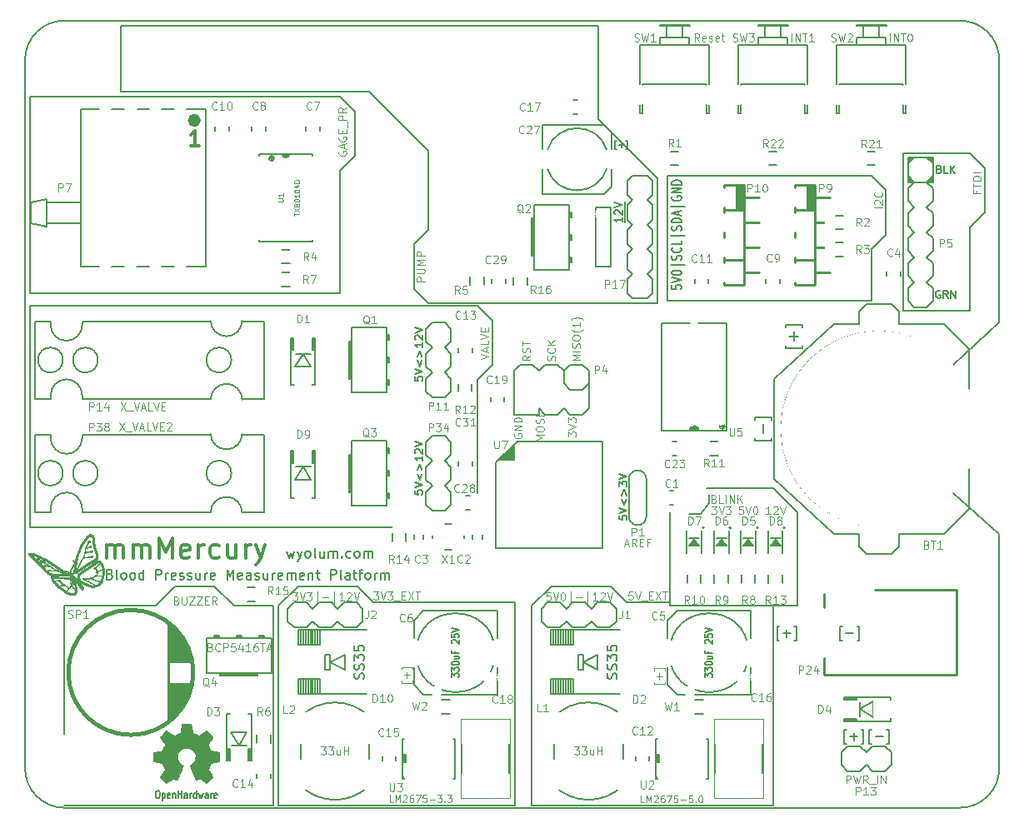
<source format=gbo>
%FSLAX46Y46*%
G04 Gerber Fmt 4.6, Leading zero omitted, Abs format (unit mm)*
G04 Created by KiCad (PCBNEW 4.0.1-2.201512121406+6195~38~ubuntu15.10.1-stable) date Sun Dec 27 19:40:30 2015*
%MOMM*%
G01*
G04 APERTURE LIST*
%ADD10C,0.025400*%
%ADD11C,0.200000*%
%ADD12C,0.120000*%
%ADD13C,0.300000*%
%ADD14C,0.150000*%
%ADD15C,0.127000*%
%ADD16C,0.190500*%
%ADD17C,0.152400*%
%ADD18C,0.254000*%
%ADD19C,0.381000*%
%ADD20C,0.002540*%
%ADD21C,0.100000*%
%ADD22C,0.101600*%
%ADD23C,0.099060*%
%ADD24C,0.355600*%
%ADD25C,1.200000*%
%ADD26C,1.016000*%
%ADD27C,20.000000*%
%ADD28R,1.700000X2.500000*%
%ADD29R,2.500000X1.700000*%
%ADD30R,1.270000X1.016000*%
%ADD31R,1.400000X1.400000*%
%ADD32R,1.524000X1.524000*%
%ADD33C,1.524000*%
%ADD34C,1.778000*%
%ADD35R,1.778000X1.778000*%
%ADD36C,2.540000*%
%ADD37C,1.800000*%
%ADD38O,3.048000X4.572000*%
%ADD39R,3.048000X4.572000*%
%ADD40O,4.572000X3.048000*%
%ADD41R,2.032000X3.810000*%
%ADD42R,2.032000X1.524000*%
%ADD43R,3.810000X2.032000*%
%ADD44R,1.524000X2.032000*%
%ADD45C,6.096000*%
%ADD46C,2.032000*%
%ADD47R,1.998980X0.599440*%
%ADD48R,1.998980X0.449580*%
%ADD49R,0.449580X1.998980*%
%ADD50R,1.400000X1.200000*%
%ADD51R,1.000000X1.450000*%
%ADD52R,1.450000X1.000000*%
%ADD53R,1.100000X1.150000*%
%ADD54C,2.000000*%
%ADD55C,3.000000*%
%ADD56R,0.609600X2.032000*%
%ADD57R,1.450000X1.150000*%
%ADD58R,1.150000X1.450000*%
%ADD59R,4.300000X2.400000*%
%ADD60R,3.500000X2.500000*%
%ADD61R,7.500000X3.000000*%
%ADD62R,1.549400X0.596900*%
%ADD63R,2.600000X3.200000*%
%ADD64R,3.800000X1.400000*%
%ADD65R,0.609600X3.048000*%
G04 APERTURE END LIST*
D10*
D11*
X61000000Y61600000D02*
X61000000Y59500000D01*
X25250000Y20500000D02*
X21250000Y20500000D01*
X65500000Y20500000D02*
X76000000Y20500000D01*
X61100000Y20900000D02*
X65500000Y20900000D01*
X59500000Y22500000D02*
X61100000Y20900000D01*
X53500000Y22500000D02*
X59500000Y22500000D01*
X35350000Y20900000D02*
X49750000Y20900000D01*
X33750000Y22500000D02*
X35350000Y20900000D01*
X27750000Y22500000D02*
X33750000Y22500000D01*
X96000000Y59000000D02*
X96000000Y50500000D01*
X97500000Y60500000D02*
X96000000Y59000000D01*
X97500000Y65000000D02*
X97500000Y60500000D01*
X96000000Y66500000D02*
X97500000Y65000000D01*
D12*
X87111905Y60969048D02*
X86311905Y60969048D01*
X86388095Y61311905D02*
X86350000Y61350000D01*
X86311905Y61426191D01*
X86311905Y61616667D01*
X86350000Y61692857D01*
X86388095Y61730953D01*
X86464286Y61769048D01*
X86540476Y61769048D01*
X86654762Y61730953D01*
X87111905Y61273810D01*
X87111905Y61769048D01*
X87035714Y62569048D02*
X87073810Y62530953D01*
X87111905Y62416667D01*
X87111905Y62340477D01*
X87073810Y62226191D01*
X86997619Y62150000D01*
X86921429Y62111905D01*
X86769048Y62073810D01*
X86654762Y62073810D01*
X86502381Y62111905D01*
X86426190Y62150000D01*
X86350000Y62226191D01*
X86311905Y62340477D01*
X86311905Y62416667D01*
X86350000Y62530953D01*
X86388095Y62569048D01*
D11*
X86000000Y56750000D02*
X86000000Y51500000D01*
X87500000Y58250000D02*
X86000000Y56750000D01*
X87500000Y62750000D02*
X87500000Y58250000D01*
X86000000Y64250000D02*
X87500000Y62750000D01*
X500000Y52250000D02*
X500000Y72250000D01*
X32000000Y52250000D02*
X500000Y52250000D01*
X32000000Y64750000D02*
X32000000Y52250000D01*
X33500000Y66250000D02*
X32000000Y64750000D01*
X33500000Y70750000D02*
X33500000Y66250000D01*
X32000000Y72250000D02*
X33500000Y70750000D01*
X500000Y72250000D02*
X32000000Y72250000D01*
X41000000Y58750000D02*
X41000000Y66750000D01*
X39500000Y57250000D02*
X41000000Y58750000D01*
X39500000Y52750000D02*
X39500000Y57250000D01*
X41000000Y51250000D02*
X39500000Y52750000D01*
D12*
X46311905Y45611905D02*
X47111905Y45878572D01*
X46311905Y46145239D01*
X46883333Y46373810D02*
X46883333Y46754762D01*
X47111905Y46297619D02*
X46311905Y46564286D01*
X47111905Y46830953D01*
X47111905Y47478572D02*
X47111905Y47097619D01*
X46311905Y47097619D01*
X46311905Y47630952D02*
X47111905Y47897619D01*
X46311905Y48164286D01*
X46692857Y48430952D02*
X46692857Y48697619D01*
X47111905Y48811905D02*
X47111905Y48430952D01*
X46311905Y48430952D01*
X46311905Y48811905D01*
D11*
X46000000Y51000000D02*
X500000Y51000000D01*
X47500000Y49500000D02*
X47500000Y45000000D01*
X47500000Y49500000D02*
X46000000Y51000000D01*
X46000000Y43500000D02*
X46000000Y32000000D01*
X47500000Y45000000D02*
X46000000Y43500000D01*
X500000Y28500000D02*
X500000Y51000000D01*
X500000Y28500000D02*
X38500000Y28500000D01*
X35000000Y72750000D02*
X9750000Y72750000D01*
X41000000Y66750000D02*
X35000000Y72750000D01*
X41000000Y51250000D02*
X64250000Y51250000D01*
X9750000Y79500000D02*
X9750000Y72750000D01*
X58250000Y79500000D02*
X9750000Y79500000D01*
X58250000Y70000000D02*
X58250000Y79500000D01*
X64250000Y64000000D02*
X58250000Y70000000D01*
X64250000Y51250000D02*
X64250000Y64000000D01*
D13*
X8297618Y25395238D02*
X8297618Y26728571D01*
X8297618Y26538095D02*
X8392857Y26633333D01*
X8583333Y26728571D01*
X8869047Y26728571D01*
X9059523Y26633333D01*
X9154761Y26442857D01*
X9154761Y25395238D01*
X9154761Y26442857D02*
X9249999Y26633333D01*
X9440476Y26728571D01*
X9726190Y26728571D01*
X9916666Y26633333D01*
X10011904Y26442857D01*
X10011904Y25395238D01*
X10964285Y25395238D02*
X10964285Y26728571D01*
X10964285Y26538095D02*
X11059524Y26633333D01*
X11250000Y26728571D01*
X11535714Y26728571D01*
X11726190Y26633333D01*
X11821428Y26442857D01*
X11821428Y25395238D01*
X11821428Y26442857D02*
X11916666Y26633333D01*
X12107143Y26728571D01*
X12392857Y26728571D01*
X12583333Y26633333D01*
X12678571Y26442857D01*
X12678571Y25395238D01*
X13630952Y25395238D02*
X13630952Y27395238D01*
X14297619Y25966667D01*
X14964286Y27395238D01*
X14964286Y25395238D01*
X16678571Y25490476D02*
X16488095Y25395238D01*
X16107143Y25395238D01*
X15916666Y25490476D01*
X15821428Y25680952D01*
X15821428Y26442857D01*
X15916666Y26633333D01*
X16107143Y26728571D01*
X16488095Y26728571D01*
X16678571Y26633333D01*
X16773809Y26442857D01*
X16773809Y26252381D01*
X15821428Y26061905D01*
X17630952Y25395238D02*
X17630952Y26728571D01*
X17630952Y26347619D02*
X17726191Y26538095D01*
X17821429Y26633333D01*
X18011905Y26728571D01*
X18202381Y26728571D01*
X19726190Y25490476D02*
X19535714Y25395238D01*
X19154762Y25395238D01*
X18964286Y25490476D01*
X18869047Y25585714D01*
X18773809Y25776190D01*
X18773809Y26347619D01*
X18869047Y26538095D01*
X18964286Y26633333D01*
X19154762Y26728571D01*
X19535714Y26728571D01*
X19726190Y26633333D01*
X21440476Y26728571D02*
X21440476Y25395238D01*
X20583333Y26728571D02*
X20583333Y25680952D01*
X20678572Y25490476D01*
X20869048Y25395238D01*
X21154762Y25395238D01*
X21345238Y25490476D01*
X21440476Y25585714D01*
X22392857Y25395238D02*
X22392857Y26728571D01*
X22392857Y26347619D02*
X22488096Y26538095D01*
X22583334Y26633333D01*
X22773810Y26728571D01*
X22964286Y26728571D01*
X23440476Y26728571D02*
X23916667Y25395238D01*
X24392857Y26728571D02*
X23916667Y25395238D01*
X23726191Y24919048D01*
X23630952Y24823810D01*
X23440476Y24728571D01*
D11*
X8626188Y23721429D02*
X8769045Y23673810D01*
X8816664Y23626190D01*
X8864283Y23530952D01*
X8864283Y23388095D01*
X8816664Y23292857D01*
X8769045Y23245238D01*
X8673807Y23197619D01*
X8292854Y23197619D01*
X8292854Y24197619D01*
X8626188Y24197619D01*
X8721426Y24150000D01*
X8769045Y24102381D01*
X8816664Y24007143D01*
X8816664Y23911905D01*
X8769045Y23816667D01*
X8721426Y23769048D01*
X8626188Y23721429D01*
X8292854Y23721429D01*
X9435711Y23197619D02*
X9340473Y23245238D01*
X9292854Y23340476D01*
X9292854Y24197619D01*
X9959521Y23197619D02*
X9864283Y23245238D01*
X9816664Y23292857D01*
X9769045Y23388095D01*
X9769045Y23673810D01*
X9816664Y23769048D01*
X9864283Y23816667D01*
X9959521Y23864286D01*
X10102379Y23864286D01*
X10197617Y23816667D01*
X10245236Y23769048D01*
X10292855Y23673810D01*
X10292855Y23388095D01*
X10245236Y23292857D01*
X10197617Y23245238D01*
X10102379Y23197619D01*
X9959521Y23197619D01*
X10864283Y23197619D02*
X10769045Y23245238D01*
X10721426Y23292857D01*
X10673807Y23388095D01*
X10673807Y23673810D01*
X10721426Y23769048D01*
X10769045Y23816667D01*
X10864283Y23864286D01*
X11007141Y23864286D01*
X11102379Y23816667D01*
X11149998Y23769048D01*
X11197617Y23673810D01*
X11197617Y23388095D01*
X11149998Y23292857D01*
X11102379Y23245238D01*
X11007141Y23197619D01*
X10864283Y23197619D01*
X12054760Y23197619D02*
X12054760Y24197619D01*
X12054760Y23245238D02*
X11959522Y23197619D01*
X11769045Y23197619D01*
X11673807Y23245238D01*
X11626188Y23292857D01*
X11578569Y23388095D01*
X11578569Y23673810D01*
X11626188Y23769048D01*
X11673807Y23816667D01*
X11769045Y23864286D01*
X11959522Y23864286D01*
X12054760Y23816667D01*
X13292855Y23197619D02*
X13292855Y24197619D01*
X13673808Y24197619D01*
X13769046Y24150000D01*
X13816665Y24102381D01*
X13864284Y24007143D01*
X13864284Y23864286D01*
X13816665Y23769048D01*
X13769046Y23721429D01*
X13673808Y23673810D01*
X13292855Y23673810D01*
X14292855Y23197619D02*
X14292855Y23864286D01*
X14292855Y23673810D02*
X14340474Y23769048D01*
X14388093Y23816667D01*
X14483331Y23864286D01*
X14578570Y23864286D01*
X15292856Y23245238D02*
X15197618Y23197619D01*
X15007141Y23197619D01*
X14911903Y23245238D01*
X14864284Y23340476D01*
X14864284Y23721429D01*
X14911903Y23816667D01*
X15007141Y23864286D01*
X15197618Y23864286D01*
X15292856Y23816667D01*
X15340475Y23721429D01*
X15340475Y23626190D01*
X14864284Y23530952D01*
X15721427Y23245238D02*
X15816665Y23197619D01*
X16007141Y23197619D01*
X16102380Y23245238D01*
X16149999Y23340476D01*
X16149999Y23388095D01*
X16102380Y23483333D01*
X16007141Y23530952D01*
X15864284Y23530952D01*
X15769046Y23578571D01*
X15721427Y23673810D01*
X15721427Y23721429D01*
X15769046Y23816667D01*
X15864284Y23864286D01*
X16007141Y23864286D01*
X16102380Y23816667D01*
X16530951Y23245238D02*
X16626189Y23197619D01*
X16816665Y23197619D01*
X16911904Y23245238D01*
X16959523Y23340476D01*
X16959523Y23388095D01*
X16911904Y23483333D01*
X16816665Y23530952D01*
X16673808Y23530952D01*
X16578570Y23578571D01*
X16530951Y23673810D01*
X16530951Y23721429D01*
X16578570Y23816667D01*
X16673808Y23864286D01*
X16816665Y23864286D01*
X16911904Y23816667D01*
X17816666Y23864286D02*
X17816666Y23197619D01*
X17388094Y23864286D02*
X17388094Y23340476D01*
X17435713Y23245238D01*
X17530951Y23197619D01*
X17673809Y23197619D01*
X17769047Y23245238D01*
X17816666Y23292857D01*
X18292856Y23197619D02*
X18292856Y23864286D01*
X18292856Y23673810D02*
X18340475Y23769048D01*
X18388094Y23816667D01*
X18483332Y23864286D01*
X18578571Y23864286D01*
X19292857Y23245238D02*
X19197619Y23197619D01*
X19007142Y23197619D01*
X18911904Y23245238D01*
X18864285Y23340476D01*
X18864285Y23721429D01*
X18911904Y23816667D01*
X19007142Y23864286D01*
X19197619Y23864286D01*
X19292857Y23816667D01*
X19340476Y23721429D01*
X19340476Y23626190D01*
X18864285Y23530952D01*
X20530952Y23197619D02*
X20530952Y24197619D01*
X20864286Y23483333D01*
X21197619Y24197619D01*
X21197619Y23197619D01*
X22054762Y23245238D02*
X21959524Y23197619D01*
X21769047Y23197619D01*
X21673809Y23245238D01*
X21626190Y23340476D01*
X21626190Y23721429D01*
X21673809Y23816667D01*
X21769047Y23864286D01*
X21959524Y23864286D01*
X22054762Y23816667D01*
X22102381Y23721429D01*
X22102381Y23626190D01*
X21626190Y23530952D01*
X22959524Y23197619D02*
X22959524Y23721429D01*
X22911905Y23816667D01*
X22816667Y23864286D01*
X22626190Y23864286D01*
X22530952Y23816667D01*
X22959524Y23245238D02*
X22864286Y23197619D01*
X22626190Y23197619D01*
X22530952Y23245238D01*
X22483333Y23340476D01*
X22483333Y23435714D01*
X22530952Y23530952D01*
X22626190Y23578571D01*
X22864286Y23578571D01*
X22959524Y23626190D01*
X23388095Y23245238D02*
X23483333Y23197619D01*
X23673809Y23197619D01*
X23769048Y23245238D01*
X23816667Y23340476D01*
X23816667Y23388095D01*
X23769048Y23483333D01*
X23673809Y23530952D01*
X23530952Y23530952D01*
X23435714Y23578571D01*
X23388095Y23673810D01*
X23388095Y23721429D01*
X23435714Y23816667D01*
X23530952Y23864286D01*
X23673809Y23864286D01*
X23769048Y23816667D01*
X24673810Y23864286D02*
X24673810Y23197619D01*
X24245238Y23864286D02*
X24245238Y23340476D01*
X24292857Y23245238D01*
X24388095Y23197619D01*
X24530953Y23197619D01*
X24626191Y23245238D01*
X24673810Y23292857D01*
X25150000Y23197619D02*
X25150000Y23864286D01*
X25150000Y23673810D02*
X25197619Y23769048D01*
X25245238Y23816667D01*
X25340476Y23864286D01*
X25435715Y23864286D01*
X26150001Y23245238D02*
X26054763Y23197619D01*
X25864286Y23197619D01*
X25769048Y23245238D01*
X25721429Y23340476D01*
X25721429Y23721429D01*
X25769048Y23816667D01*
X25864286Y23864286D01*
X26054763Y23864286D01*
X26150001Y23816667D01*
X26197620Y23721429D01*
X26197620Y23626190D01*
X25721429Y23530952D01*
X26626191Y23197619D02*
X26626191Y23864286D01*
X26626191Y23769048D02*
X26673810Y23816667D01*
X26769048Y23864286D01*
X26911906Y23864286D01*
X27007144Y23816667D01*
X27054763Y23721429D01*
X27054763Y23197619D01*
X27054763Y23721429D02*
X27102382Y23816667D01*
X27197620Y23864286D01*
X27340477Y23864286D01*
X27435715Y23816667D01*
X27483334Y23721429D01*
X27483334Y23197619D01*
X28340477Y23245238D02*
X28245239Y23197619D01*
X28054762Y23197619D01*
X27959524Y23245238D01*
X27911905Y23340476D01*
X27911905Y23721429D01*
X27959524Y23816667D01*
X28054762Y23864286D01*
X28245239Y23864286D01*
X28340477Y23816667D01*
X28388096Y23721429D01*
X28388096Y23626190D01*
X27911905Y23530952D01*
X28816667Y23864286D02*
X28816667Y23197619D01*
X28816667Y23769048D02*
X28864286Y23816667D01*
X28959524Y23864286D01*
X29102382Y23864286D01*
X29197620Y23816667D01*
X29245239Y23721429D01*
X29245239Y23197619D01*
X29578572Y23864286D02*
X29959524Y23864286D01*
X29721429Y24197619D02*
X29721429Y23340476D01*
X29769048Y23245238D01*
X29864286Y23197619D01*
X29959524Y23197619D01*
X31054763Y23197619D02*
X31054763Y24197619D01*
X31435716Y24197619D01*
X31530954Y24150000D01*
X31578573Y24102381D01*
X31626192Y24007143D01*
X31626192Y23864286D01*
X31578573Y23769048D01*
X31530954Y23721429D01*
X31435716Y23673810D01*
X31054763Y23673810D01*
X32197620Y23197619D02*
X32102382Y23245238D01*
X32054763Y23340476D01*
X32054763Y24197619D01*
X33007145Y23197619D02*
X33007145Y23721429D01*
X32959526Y23816667D01*
X32864288Y23864286D01*
X32673811Y23864286D01*
X32578573Y23816667D01*
X33007145Y23245238D02*
X32911907Y23197619D01*
X32673811Y23197619D01*
X32578573Y23245238D01*
X32530954Y23340476D01*
X32530954Y23435714D01*
X32578573Y23530952D01*
X32673811Y23578571D01*
X32911907Y23578571D01*
X33007145Y23626190D01*
X33340478Y23864286D02*
X33721430Y23864286D01*
X33483335Y24197619D02*
X33483335Y23340476D01*
X33530954Y23245238D01*
X33626192Y23197619D01*
X33721430Y23197619D01*
X33911907Y23864286D02*
X34292859Y23864286D01*
X34054764Y23197619D02*
X34054764Y24054762D01*
X34102383Y24150000D01*
X34197621Y24197619D01*
X34292859Y24197619D01*
X34769050Y23197619D02*
X34673812Y23245238D01*
X34626193Y23292857D01*
X34578574Y23388095D01*
X34578574Y23673810D01*
X34626193Y23769048D01*
X34673812Y23816667D01*
X34769050Y23864286D01*
X34911908Y23864286D01*
X35007146Y23816667D01*
X35054765Y23769048D01*
X35102384Y23673810D01*
X35102384Y23388095D01*
X35054765Y23292857D01*
X35007146Y23245238D01*
X34911908Y23197619D01*
X34769050Y23197619D01*
X35530955Y23197619D02*
X35530955Y23864286D01*
X35530955Y23673810D02*
X35578574Y23769048D01*
X35626193Y23816667D01*
X35721431Y23864286D01*
X35816670Y23864286D01*
X36150003Y23197619D02*
X36150003Y23864286D01*
X36150003Y23769048D02*
X36197622Y23816667D01*
X36292860Y23864286D01*
X36435718Y23864286D01*
X36530956Y23816667D01*
X36578575Y23721429D01*
X36578575Y23197619D01*
X36578575Y23721429D02*
X36626194Y23816667D01*
X36721432Y23864286D01*
X36864289Y23864286D01*
X36959527Y23816667D01*
X37007146Y23721429D01*
X37007146Y23197619D01*
X26619048Y26064286D02*
X26809524Y25397619D01*
X27000001Y25873810D01*
X27190477Y25397619D01*
X27380953Y26064286D01*
X27666667Y26064286D02*
X27904762Y25397619D01*
X28142858Y26064286D02*
X27904762Y25397619D01*
X27809524Y25159524D01*
X27761905Y25111905D01*
X27666667Y25064286D01*
X28666667Y25397619D02*
X28571429Y25445238D01*
X28523810Y25492857D01*
X28476191Y25588095D01*
X28476191Y25873810D01*
X28523810Y25969048D01*
X28571429Y26016667D01*
X28666667Y26064286D01*
X28809525Y26064286D01*
X28904763Y26016667D01*
X28952382Y25969048D01*
X29000001Y25873810D01*
X29000001Y25588095D01*
X28952382Y25492857D01*
X28904763Y25445238D01*
X28809525Y25397619D01*
X28666667Y25397619D01*
X29571429Y25397619D02*
X29476191Y25445238D01*
X29428572Y25540476D01*
X29428572Y26397619D01*
X30380954Y26064286D02*
X30380954Y25397619D01*
X29952382Y26064286D02*
X29952382Y25540476D01*
X30000001Y25445238D01*
X30095239Y25397619D01*
X30238097Y25397619D01*
X30333335Y25445238D01*
X30380954Y25492857D01*
X30857144Y25397619D02*
X30857144Y26064286D01*
X30857144Y25969048D02*
X30904763Y26016667D01*
X31000001Y26064286D01*
X31142859Y26064286D01*
X31238097Y26016667D01*
X31285716Y25921429D01*
X31285716Y25397619D01*
X31285716Y25921429D02*
X31333335Y26016667D01*
X31428573Y26064286D01*
X31571430Y26064286D01*
X31666668Y26016667D01*
X31714287Y25921429D01*
X31714287Y25397619D01*
X32190477Y25492857D02*
X32238096Y25445238D01*
X32190477Y25397619D01*
X32142858Y25445238D01*
X32190477Y25492857D01*
X32190477Y25397619D01*
X33095239Y25445238D02*
X33000001Y25397619D01*
X32809524Y25397619D01*
X32714286Y25445238D01*
X32666667Y25492857D01*
X32619048Y25588095D01*
X32619048Y25873810D01*
X32666667Y25969048D01*
X32714286Y26016667D01*
X32809524Y26064286D01*
X33000001Y26064286D01*
X33095239Y26016667D01*
X33666667Y25397619D02*
X33571429Y25445238D01*
X33523810Y25492857D01*
X33476191Y25588095D01*
X33476191Y25873810D01*
X33523810Y25969048D01*
X33571429Y26016667D01*
X33666667Y26064286D01*
X33809525Y26064286D01*
X33904763Y26016667D01*
X33952382Y25969048D01*
X34000001Y25873810D01*
X34000001Y25588095D01*
X33952382Y25492857D01*
X33904763Y25445238D01*
X33809525Y25397619D01*
X33666667Y25397619D01*
X34428572Y25397619D02*
X34428572Y26064286D01*
X34428572Y25969048D02*
X34476191Y26016667D01*
X34571429Y26064286D01*
X34714287Y26064286D01*
X34809525Y26016667D01*
X34857144Y25921429D01*
X34857144Y25397619D01*
X34857144Y25921429D02*
X34904763Y26016667D01*
X35000001Y26064286D01*
X35142858Y26064286D01*
X35238096Y26016667D01*
X35285715Y25921429D01*
X35285715Y25397619D01*
X4000000Y20500000D02*
X4000000Y7500000D01*
X13200000Y20500000D02*
X4000000Y20500000D01*
X25250000Y250000D02*
X4000000Y250000D01*
X76000000Y32500000D02*
X69250000Y32500000D01*
X78500000Y30000000D02*
X76000000Y32500000D01*
X78500000Y20500000D02*
X78500000Y30000000D01*
X76000000Y20500000D02*
X78500000Y20500000D01*
X65500000Y30000000D02*
X65500000Y20500000D01*
X15250000Y22500000D02*
X13250000Y20500000D01*
X19250000Y22500000D02*
X15250000Y22500000D01*
X21250000Y20500000D02*
X19250000Y22500000D01*
X25250000Y250000D02*
X25250000Y20500000D01*
X49750000Y250000D02*
X49750000Y20900000D01*
X25750000Y250000D02*
X49750000Y250000D01*
X25750000Y20500000D02*
X25750000Y250000D01*
X27750000Y22500000D02*
X25750000Y20500000D01*
X51500000Y20500000D02*
X53500000Y22500000D01*
X51500000Y250000D02*
X51500000Y20500000D01*
X76000000Y250000D02*
X76000000Y20500000D01*
X51500000Y250000D02*
X76000000Y250000D01*
X84552381Y18435714D02*
X84790477Y18435714D01*
X84790477Y17007143D01*
X84552381Y17007143D01*
X84171429Y17721429D02*
X83409524Y17721429D01*
X83028572Y18435714D02*
X82790477Y18435714D01*
X82790477Y17007143D01*
X83028572Y17007143D01*
X78171427Y18435714D02*
X78409523Y18435714D01*
X78409523Y17007143D01*
X78171427Y17007143D01*
X77790475Y17721429D02*
X77028570Y17721429D01*
X77409522Y18102381D02*
X77409522Y17340476D01*
X76647618Y18435714D02*
X76409523Y18435714D01*
X76409523Y17007143D01*
X76647618Y17007143D01*
X96000000Y66500000D02*
X89250000Y66500000D01*
X89250000Y50500000D02*
X96000000Y50500000D01*
X89250000Y66500000D02*
X89250000Y50500000D01*
X65250000Y51500000D02*
X65250000Y58250000D01*
X86000000Y51500000D02*
X65250000Y51500000D01*
X65250000Y64250000D02*
X86000000Y64250000D01*
X65250000Y58250000D02*
X65250000Y64250000D01*
D14*
X65702381Y53126191D02*
X65702381Y52745238D01*
X66178571Y52707143D01*
X66130952Y52745238D01*
X66083333Y52821429D01*
X66083333Y53011905D01*
X66130952Y53088095D01*
X66178571Y53126191D01*
X66273810Y53164286D01*
X66511905Y53164286D01*
X66607143Y53126191D01*
X66654762Y53088095D01*
X66702381Y53011905D01*
X66702381Y52821429D01*
X66654762Y52745238D01*
X66607143Y52707143D01*
X65702381Y53392857D02*
X66702381Y53659524D01*
X65702381Y53926191D01*
X65702381Y54345238D02*
X65702381Y54421429D01*
X65750000Y54497619D01*
X65797619Y54535714D01*
X65892857Y54573810D01*
X66083333Y54611905D01*
X66321429Y54611905D01*
X66511905Y54573810D01*
X66607143Y54535714D01*
X66654762Y54497619D01*
X66702381Y54421429D01*
X66702381Y54345238D01*
X66654762Y54269048D01*
X66607143Y54230952D01*
X66511905Y54192857D01*
X66321429Y54154762D01*
X66083333Y54154762D01*
X65892857Y54192857D01*
X65797619Y54230952D01*
X65750000Y54269048D01*
X65702381Y54345238D01*
X67035714Y55145238D02*
X65607143Y55145238D01*
X66654762Y55678572D02*
X66702381Y55792858D01*
X66702381Y55983334D01*
X66654762Y56059524D01*
X66607143Y56097620D01*
X66511905Y56135715D01*
X66416667Y56135715D01*
X66321429Y56097620D01*
X66273810Y56059524D01*
X66226190Y55983334D01*
X66178571Y55830953D01*
X66130952Y55754762D01*
X66083333Y55716667D01*
X65988095Y55678572D01*
X65892857Y55678572D01*
X65797619Y55716667D01*
X65750000Y55754762D01*
X65702381Y55830953D01*
X65702381Y56021429D01*
X65750000Y56135715D01*
X66607143Y56935715D02*
X66654762Y56897620D01*
X66702381Y56783334D01*
X66702381Y56707144D01*
X66654762Y56592858D01*
X66559524Y56516667D01*
X66464286Y56478572D01*
X66273810Y56440477D01*
X66130952Y56440477D01*
X65940476Y56478572D01*
X65845238Y56516667D01*
X65750000Y56592858D01*
X65702381Y56707144D01*
X65702381Y56783334D01*
X65750000Y56897620D01*
X65797619Y56935715D01*
X66702381Y57659525D02*
X66702381Y57278572D01*
X65702381Y57278572D01*
X67035714Y58116667D02*
X65607143Y58116667D01*
X66654762Y58650001D02*
X66702381Y58764287D01*
X66702381Y58954763D01*
X66654762Y59030953D01*
X66607143Y59069049D01*
X66511905Y59107144D01*
X66416667Y59107144D01*
X66321429Y59069049D01*
X66273810Y59030953D01*
X66226190Y58954763D01*
X66178571Y58802382D01*
X66130952Y58726191D01*
X66083333Y58688096D01*
X65988095Y58650001D01*
X65892857Y58650001D01*
X65797619Y58688096D01*
X65750000Y58726191D01*
X65702381Y58802382D01*
X65702381Y58992858D01*
X65750000Y59107144D01*
X66702381Y59450001D02*
X65702381Y59450001D01*
X65702381Y59640477D01*
X65750000Y59754763D01*
X65845238Y59830954D01*
X65940476Y59869049D01*
X66130952Y59907144D01*
X66273810Y59907144D01*
X66464286Y59869049D01*
X66559524Y59830954D01*
X66654762Y59754763D01*
X66702381Y59640477D01*
X66702381Y59450001D01*
X66416667Y60211906D02*
X66416667Y60592858D01*
X66702381Y60135715D02*
X65702381Y60402382D01*
X66702381Y60669049D01*
X67035714Y61126191D02*
X65607143Y61126191D01*
X65750000Y62116668D02*
X65702381Y62040477D01*
X65702381Y61926192D01*
X65750000Y61811906D01*
X65845238Y61735715D01*
X65940476Y61697620D01*
X66130952Y61659525D01*
X66273810Y61659525D01*
X66464286Y61697620D01*
X66559524Y61735715D01*
X66654762Y61811906D01*
X66702381Y61926192D01*
X66702381Y62002382D01*
X66654762Y62116668D01*
X66607143Y62154763D01*
X66273810Y62154763D01*
X66273810Y62002382D01*
X66702381Y62497620D02*
X65702381Y62497620D01*
X66702381Y62954763D01*
X65702381Y62954763D01*
X66702381Y63335715D02*
X65702381Y63335715D01*
X65702381Y63526191D01*
X65750000Y63640477D01*
X65845238Y63716668D01*
X65940476Y63754763D01*
X66130952Y63792858D01*
X66273810Y63792858D01*
X66464286Y63754763D01*
X66559524Y63716668D01*
X66654762Y63640477D01*
X66702381Y63526191D01*
X66702381Y63335715D01*
X60661905Y60004762D02*
X60661905Y59547619D01*
X60661905Y59776190D02*
X59861905Y59776190D01*
X59976190Y59700000D01*
X60052381Y59623809D01*
X60090476Y59547619D01*
X59938095Y60309524D02*
X59900000Y60347619D01*
X59861905Y60423810D01*
X59861905Y60614286D01*
X59900000Y60690476D01*
X59938095Y60728572D01*
X60014286Y60766667D01*
X60090476Y60766667D01*
X60204762Y60728572D01*
X60661905Y60271429D01*
X60661905Y60766667D01*
X59861905Y60995238D02*
X60661905Y61261905D01*
X59861905Y61528572D01*
X39611905Y43802382D02*
X39611905Y43421429D01*
X39992857Y43383334D01*
X39954762Y43421429D01*
X39916667Y43497620D01*
X39916667Y43688096D01*
X39954762Y43764286D01*
X39992857Y43802382D01*
X40069048Y43840477D01*
X40259524Y43840477D01*
X40335714Y43802382D01*
X40373810Y43764286D01*
X40411905Y43688096D01*
X40411905Y43497620D01*
X40373810Y43421429D01*
X40335714Y43383334D01*
X39611905Y44069048D02*
X40411905Y44335715D01*
X39611905Y44602382D01*
X39878571Y45478572D02*
X40107143Y44869048D01*
X40335714Y45478572D01*
X39878571Y45859524D02*
X40107143Y46469048D01*
X40335714Y45859524D01*
X40411905Y47269048D02*
X40411905Y46811905D01*
X40411905Y47040476D02*
X39611905Y47040476D01*
X39726190Y46964286D01*
X39802381Y46888095D01*
X39840476Y46811905D01*
X39688095Y47573810D02*
X39650000Y47611905D01*
X39611905Y47688096D01*
X39611905Y47878572D01*
X39650000Y47954762D01*
X39688095Y47992858D01*
X39764286Y48030953D01*
X39840476Y48030953D01*
X39954762Y47992858D01*
X40411905Y47535715D01*
X40411905Y48030953D01*
X39611905Y48259524D02*
X40411905Y48526191D01*
X39611905Y48792858D01*
X39611905Y32252382D02*
X39611905Y31871429D01*
X39992857Y31833334D01*
X39954762Y31871429D01*
X39916667Y31947620D01*
X39916667Y32138096D01*
X39954762Y32214286D01*
X39992857Y32252382D01*
X40069048Y32290477D01*
X40259524Y32290477D01*
X40335714Y32252382D01*
X40373810Y32214286D01*
X40411905Y32138096D01*
X40411905Y31947620D01*
X40373810Y31871429D01*
X40335714Y31833334D01*
X39611905Y32519048D02*
X40411905Y32785715D01*
X39611905Y33052382D01*
X39878571Y33928572D02*
X40107143Y33319048D01*
X40335714Y33928572D01*
X39878571Y34309524D02*
X40107143Y34919048D01*
X40335714Y34309524D01*
X40411905Y35719048D02*
X40411905Y35261905D01*
X40411905Y35490476D02*
X39611905Y35490476D01*
X39726190Y35414286D01*
X39802381Y35338095D01*
X39840476Y35261905D01*
X39688095Y36023810D02*
X39650000Y36061905D01*
X39611905Y36138096D01*
X39611905Y36328572D01*
X39650000Y36404762D01*
X39688095Y36442858D01*
X39764286Y36480953D01*
X39840476Y36480953D01*
X39954762Y36442858D01*
X40411905Y35985715D01*
X40411905Y36480953D01*
X39611905Y36709524D02*
X40411905Y36976191D01*
X39611905Y37242858D01*
X60361905Y29683334D02*
X60361905Y29302381D01*
X60742857Y29264286D01*
X60704762Y29302381D01*
X60666667Y29378572D01*
X60666667Y29569048D01*
X60704762Y29645238D01*
X60742857Y29683334D01*
X60819048Y29721429D01*
X61009524Y29721429D01*
X61085714Y29683334D01*
X61123810Y29645238D01*
X61161905Y29569048D01*
X61161905Y29378572D01*
X61123810Y29302381D01*
X61085714Y29264286D01*
X60361905Y29950000D02*
X61161905Y30216667D01*
X60361905Y30483334D01*
X60628571Y31359524D02*
X60857143Y30750000D01*
X61085714Y31359524D01*
X60628571Y31740476D02*
X60857143Y32350000D01*
X61085714Y31740476D01*
X60361905Y32654762D02*
X60361905Y33150000D01*
X60666667Y32883333D01*
X60666667Y32997619D01*
X60704762Y33073809D01*
X60742857Y33111905D01*
X60819048Y33150000D01*
X61009524Y33150000D01*
X61085714Y33111905D01*
X61123810Y33073809D01*
X61161905Y32997619D01*
X61161905Y32769047D01*
X61123810Y32692857D01*
X61085714Y32654762D01*
X60361905Y33378571D02*
X61161905Y33645238D01*
X60361905Y33911905D01*
D11*
X87547619Y7935714D02*
X87785715Y7935714D01*
X87785715Y6507143D01*
X87547619Y6507143D01*
X87166667Y7221429D02*
X86404762Y7221429D01*
X86023810Y7935714D02*
X85785715Y7935714D01*
X85785715Y6507143D01*
X86023810Y6507143D01*
X84976190Y7935714D02*
X85214286Y7935714D01*
X85214286Y6507143D01*
X84976190Y6507143D01*
X84595238Y7221429D02*
X83833333Y7221429D01*
X84214285Y7602381D02*
X84214285Y6840476D01*
X83452381Y7935714D02*
X83214286Y7935714D01*
X83214286Y6507143D01*
X83452381Y6507143D01*
D12*
X53404762Y21888095D02*
X53023809Y21888095D01*
X52985714Y21507143D01*
X53023809Y21545238D01*
X53100000Y21583333D01*
X53290476Y21583333D01*
X53366666Y21545238D01*
X53404762Y21507143D01*
X53442857Y21430952D01*
X53442857Y21240476D01*
X53404762Y21164286D01*
X53366666Y21126190D01*
X53290476Y21088095D01*
X53100000Y21088095D01*
X53023809Y21126190D01*
X52985714Y21164286D01*
X53671428Y21888095D02*
X53938095Y21088095D01*
X54204762Y21888095D01*
X54623809Y21888095D02*
X54700000Y21888095D01*
X54776190Y21850000D01*
X54814285Y21811905D01*
X54852381Y21735714D01*
X54890476Y21583333D01*
X54890476Y21392857D01*
X54852381Y21240476D01*
X54814285Y21164286D01*
X54776190Y21126190D01*
X54700000Y21088095D01*
X54623809Y21088095D01*
X54547619Y21126190D01*
X54509523Y21164286D01*
X54471428Y21240476D01*
X54433333Y21392857D01*
X54433333Y21583333D01*
X54471428Y21735714D01*
X54509523Y21811905D01*
X54547619Y21850000D01*
X54623809Y21888095D01*
X55423809Y20821429D02*
X55423809Y21964286D01*
X55995238Y21392857D02*
X56604762Y21392857D01*
X57176190Y20821429D02*
X57176190Y21964286D01*
X58166667Y21088095D02*
X57709524Y21088095D01*
X57938095Y21088095D02*
X57938095Y21888095D01*
X57861905Y21773810D01*
X57785714Y21697619D01*
X57709524Y21659524D01*
X58471429Y21811905D02*
X58509524Y21850000D01*
X58585715Y21888095D01*
X58776191Y21888095D01*
X58852381Y21850000D01*
X58890477Y21811905D01*
X58928572Y21735714D01*
X58928572Y21659524D01*
X58890477Y21545238D01*
X58433334Y21088095D01*
X58928572Y21088095D01*
X59157143Y21888095D02*
X59423810Y21088095D01*
X59690477Y21888095D01*
X27197619Y21888095D02*
X27692857Y21888095D01*
X27426190Y21583333D01*
X27540476Y21583333D01*
X27616666Y21545238D01*
X27654762Y21507143D01*
X27692857Y21430952D01*
X27692857Y21240476D01*
X27654762Y21164286D01*
X27616666Y21126190D01*
X27540476Y21088095D01*
X27311904Y21088095D01*
X27235714Y21126190D01*
X27197619Y21164286D01*
X27921428Y21888095D02*
X28188095Y21088095D01*
X28454762Y21888095D01*
X28645238Y21888095D02*
X29140476Y21888095D01*
X28873809Y21583333D01*
X28988095Y21583333D01*
X29064285Y21545238D01*
X29102381Y21507143D01*
X29140476Y21430952D01*
X29140476Y21240476D01*
X29102381Y21164286D01*
X29064285Y21126190D01*
X28988095Y21088095D01*
X28759523Y21088095D01*
X28683333Y21126190D01*
X28645238Y21164286D01*
X29673809Y20821429D02*
X29673809Y21964286D01*
X30245238Y21392857D02*
X30854762Y21392857D01*
X31426190Y20821429D02*
X31426190Y21964286D01*
X32416667Y21088095D02*
X31959524Y21088095D01*
X32188095Y21088095D02*
X32188095Y21888095D01*
X32111905Y21773810D01*
X32035714Y21697619D01*
X31959524Y21659524D01*
X32721429Y21811905D02*
X32759524Y21850000D01*
X32835715Y21888095D01*
X33026191Y21888095D01*
X33102381Y21850000D01*
X33140477Y21811905D01*
X33178572Y21735714D01*
X33178572Y21659524D01*
X33140477Y21545238D01*
X32683334Y21088095D01*
X33178572Y21088095D01*
X33407143Y21888095D02*
X33673810Y21088095D01*
X33940477Y21888095D01*
D11*
X68700000Y29850000D02*
X67450000Y29850000D01*
X69500000Y30950000D02*
X68700000Y29850000D01*
X69500000Y31800000D02*
X69500000Y30950000D01*
D15*
X4000000Y0D02*
X95000000Y0D01*
X99000000Y49300000D02*
X94300000Y45000000D01*
X99000000Y76000000D02*
X99000000Y49300000D01*
X94300000Y38500000D02*
X94300000Y45000000D01*
X94300000Y32000000D02*
X94300000Y38500000D01*
X99000000Y27800000D02*
X94300000Y32000000D01*
X99000000Y4000000D02*
X99000000Y27800000D01*
X0Y76000000D02*
X0Y4000000D01*
X95000000Y80000000D02*
X4000000Y80000000D01*
X99000000Y76000000D02*
G75*
G03X95000000Y80000000I-4000000J0D01*
G01*
X95000000Y0D02*
G75*
G03X99000000Y4000000I0J4000000D01*
G01*
X0Y4000000D02*
G75*
G03X4000000Y0I4000000J0D01*
G01*
X4000000Y80000000D02*
G75*
G03X0Y76000000I0J-4000000D01*
G01*
D16*
X88782000Y27832000D02*
X88782000Y26562000D01*
X88782000Y26562000D02*
X88020000Y25800000D01*
X88020000Y25800000D02*
X85480000Y25800000D01*
X85480000Y25800000D02*
X84718000Y26562000D01*
X84718000Y26562000D02*
X84718000Y27832000D01*
X84718000Y49168000D02*
X84718000Y50438000D01*
X84718000Y50438000D02*
X85480000Y51200000D01*
X85480000Y51200000D02*
X88020000Y51200000D01*
X88020000Y51200000D02*
X88782000Y50438000D01*
X88782000Y50438000D02*
X88782000Y49168000D01*
X89036000Y27832000D02*
X88782000Y27832000D01*
X84718000Y27832000D02*
X84464000Y27832000D01*
X84464000Y49168000D02*
X84718000Y49168000D01*
X88782000Y49168000D02*
X89036000Y49168000D01*
X94624000Y38500000D02*
X94624000Y35960000D01*
X94624000Y35960000D02*
X95894000Y34690000D01*
X95894000Y34690000D02*
X95894000Y30372000D01*
X95894000Y30372000D02*
X93354000Y27832000D01*
X93354000Y27832000D02*
X89036000Y27832000D01*
X95894000Y46628000D02*
X95894000Y42310000D01*
X93354000Y49168000D02*
X89036000Y49168000D01*
X95894000Y46628000D02*
X93354000Y49168000D01*
X94624000Y38500000D02*
X94624000Y41040000D01*
X94624000Y41040000D02*
X95894000Y42310000D01*
X82178000Y27832000D02*
X76082000Y33420000D01*
X82178000Y27832000D02*
X84464000Y27832000D01*
X76082000Y43580000D02*
X82178000Y49168000D01*
X82178000Y49168000D02*
X84464000Y49168000D01*
X76082000Y38500000D02*
X76082000Y33420000D01*
X76082000Y38500000D02*
X76082000Y43580000D01*
X96669017Y38500000D02*
G75*
G03X96669017Y38500000I-9919017J0D01*
G01*
D17*
X28250000Y46150000D02*
X27450000Y44850000D01*
X27450000Y44850000D02*
X29050000Y44850000D01*
X29050000Y44850000D02*
X28250000Y46150000D01*
D15*
X28250000Y46150000D02*
X29000000Y46150000D01*
X28250000Y46150000D02*
X27500000Y46150000D01*
X29500000Y47750000D02*
X29200000Y47750000D01*
X29200000Y46500000D02*
X29500000Y46500000D01*
X29200000Y47750000D02*
X29200000Y46500000D01*
X29300000Y46500000D02*
X29300000Y47750000D01*
X29400000Y47750000D02*
X29400000Y46500000D01*
X27000000Y47750000D02*
X27300000Y47750000D01*
X27300000Y46500000D02*
X27000000Y46500000D01*
X27300000Y46500000D02*
X27300000Y47750000D01*
X27200000Y47750000D02*
X27200000Y46500000D01*
X27100000Y46500000D02*
X27100000Y47750000D01*
X27000000Y43000000D02*
X27350000Y43000000D01*
X29500000Y47750000D02*
X29500000Y43000000D01*
X29500000Y43000000D02*
X29150000Y43000000D01*
X27000000Y43000000D02*
X27000000Y47750000D01*
D17*
X21750000Y6350000D02*
X22550000Y7650000D01*
X22550000Y7650000D02*
X20950000Y7650000D01*
X20950000Y7650000D02*
X21750000Y6350000D01*
D15*
X21750000Y6350000D02*
X21000000Y6350000D01*
X21750000Y6350000D02*
X22500000Y6350000D01*
X20500000Y4750000D02*
X20800000Y4750000D01*
X20800000Y6000000D02*
X20500000Y6000000D01*
X20800000Y4750000D02*
X20800000Y6000000D01*
X20700000Y6000000D02*
X20700000Y4750000D01*
X20600000Y4750000D02*
X20600000Y6000000D01*
X23000000Y4750000D02*
X22700000Y4750000D01*
X22700000Y6000000D02*
X23000000Y6000000D01*
X22700000Y6000000D02*
X22700000Y4750000D01*
X22800000Y4750000D02*
X22800000Y6000000D01*
X22900000Y6000000D02*
X22900000Y4750000D01*
X23000000Y9500000D02*
X22650000Y9500000D01*
X20500000Y4750000D02*
X20500000Y9500000D01*
X20500000Y9500000D02*
X20850000Y9500000D01*
X23000000Y9500000D02*
X23000000Y4750000D01*
D17*
X84850000Y10000000D02*
X86150000Y9200000D01*
X86150000Y9200000D02*
X86150000Y10800000D01*
X86150000Y10800000D02*
X84850000Y10000000D01*
D15*
X84850000Y10000000D02*
X84850000Y10750000D01*
X84850000Y10000000D02*
X84850000Y9250000D01*
X83250000Y11250000D02*
X83250000Y10950000D01*
X84500000Y10950000D02*
X84500000Y11250000D01*
X83250000Y10950000D02*
X84500000Y10950000D01*
X84500000Y11050000D02*
X83250000Y11050000D01*
X83250000Y11150000D02*
X84500000Y11150000D01*
X83250000Y8750000D02*
X83250000Y9050000D01*
X84500000Y9050000D02*
X84500000Y8750000D01*
X84500000Y9050000D02*
X83250000Y9050000D01*
X83250000Y8950000D02*
X84500000Y8950000D01*
X84500000Y8850000D02*
X83250000Y8850000D01*
X88000000Y8750000D02*
X88000000Y9100000D01*
X83250000Y11250000D02*
X88000000Y11250000D01*
X88000000Y11250000D02*
X88000000Y10900000D01*
X88000000Y8750000D02*
X83250000Y8750000D01*
D14*
X73650000Y27050000D02*
X73350000Y27050000D01*
X73750000Y26900000D02*
X73250000Y26900000D01*
X73850000Y26750000D02*
X73200000Y26750000D01*
X74000000Y27400000D02*
X73000000Y27400000D01*
X73500000Y27250000D02*
X74000000Y26600000D01*
X74000000Y26600000D02*
X73000000Y26600000D01*
X73000000Y26600000D02*
X73500000Y27250000D01*
X74500000Y28450000D02*
G75*
G03X74500000Y28450000I-100000J0D01*
G01*
X72750000Y28150000D02*
X72750000Y25850000D01*
X74250000Y28150000D02*
X74250000Y25850000D01*
X70900000Y27050000D02*
X70600000Y27050000D01*
X71000000Y26900000D02*
X70500000Y26900000D01*
X71100000Y26750000D02*
X70450000Y26750000D01*
X71250000Y27400000D02*
X70250000Y27400000D01*
X70750000Y27250000D02*
X71250000Y26600000D01*
X71250000Y26600000D02*
X70250000Y26600000D01*
X70250000Y26600000D02*
X70750000Y27250000D01*
X71750000Y28450000D02*
G75*
G03X71750000Y28450000I-100000J0D01*
G01*
X70000000Y28150000D02*
X70000000Y25850000D01*
X71500000Y28150000D02*
X71500000Y25850000D01*
X68150000Y27050000D02*
X67850000Y27050000D01*
X68250000Y26900000D02*
X67750000Y26900000D01*
X68350000Y26750000D02*
X67700000Y26750000D01*
X68500000Y27400000D02*
X67500000Y27400000D01*
X68000000Y27250000D02*
X68500000Y26600000D01*
X68500000Y26600000D02*
X67500000Y26600000D01*
X67500000Y26600000D02*
X68000000Y27250000D01*
X69000000Y28450000D02*
G75*
G03X69000000Y28450000I-100000J0D01*
G01*
X67250000Y28150000D02*
X67250000Y25850000D01*
X68750000Y28150000D02*
X68750000Y25850000D01*
X76400000Y27050000D02*
X76100000Y27050000D01*
X76500000Y26900000D02*
X76000000Y26900000D01*
X76600000Y26750000D02*
X75950000Y26750000D01*
X76750000Y27400000D02*
X75750000Y27400000D01*
X76250000Y27250000D02*
X76750000Y26600000D01*
X76750000Y26600000D02*
X75750000Y26600000D01*
X75750000Y26600000D02*
X76250000Y27250000D01*
X77250000Y28450000D02*
G75*
G03X77250000Y28450000I-100000J0D01*
G01*
X75500000Y28150000D02*
X75500000Y25850000D01*
X77000000Y28150000D02*
X77000000Y25850000D01*
D17*
X28250000Y34650000D02*
X27450000Y33350000D01*
X27450000Y33350000D02*
X29050000Y33350000D01*
X29050000Y33350000D02*
X28250000Y34650000D01*
D15*
X28250000Y34650000D02*
X29000000Y34650000D01*
X28250000Y34650000D02*
X27500000Y34650000D01*
X29500000Y36250000D02*
X29200000Y36250000D01*
X29200000Y35000000D02*
X29500000Y35000000D01*
X29200000Y36250000D02*
X29200000Y35000000D01*
X29300000Y35000000D02*
X29300000Y36250000D01*
X29400000Y36250000D02*
X29400000Y35000000D01*
X27000000Y36250000D02*
X27300000Y36250000D01*
X27300000Y35000000D02*
X27000000Y35000000D01*
X27300000Y35000000D02*
X27300000Y36250000D01*
X27200000Y36250000D02*
X27200000Y35000000D01*
X27100000Y35000000D02*
X27100000Y36250000D01*
X27000000Y31500000D02*
X27350000Y31500000D01*
X29500000Y36250000D02*
X29500000Y31500000D01*
X29500000Y31500000D02*
X29150000Y31500000D01*
X27000000Y31500000D02*
X27000000Y36250000D01*
D14*
X61361000Y33405000D02*
X61361000Y29595000D01*
X63139000Y33405000D02*
X63139000Y29595000D01*
D17*
X62250000Y28706000D02*
G75*
G03X63139000Y29595000I0J889000D01*
G01*
X61361000Y29595000D02*
G75*
G03X62250000Y28706000I889000J0D01*
G01*
X62250000Y34294000D02*
G75*
G03X61361000Y33405000I0J-889000D01*
G01*
X63139000Y33405000D02*
G75*
G03X62250000Y34294000I-889000J0D01*
G01*
X51595000Y39960000D02*
X52230000Y39960000D01*
X52230000Y39960000D02*
X52230000Y40595000D01*
X50325000Y39960000D02*
X49690000Y39960000D01*
X49690000Y39960000D02*
X49690000Y40595000D01*
X54770000Y44405000D02*
X54770000Y43135000D01*
X54770000Y43135000D02*
X55405000Y42500000D01*
X55405000Y42500000D02*
X56675000Y42500000D01*
X56675000Y42500000D02*
X57310000Y43135000D01*
X49690000Y44405000D02*
X50325000Y45040000D01*
X52230000Y44405000D02*
X52865000Y45040000D01*
X51595000Y45040000D02*
X52230000Y44405000D01*
X54770000Y44405000D02*
X55405000Y45040000D01*
X54135000Y45040000D02*
X54770000Y44405000D01*
X56675000Y45040000D02*
X57310000Y44405000D01*
X57310000Y40595000D02*
X56675000Y39960000D01*
X54770000Y40595000D02*
X54135000Y39960000D01*
X55405000Y39960000D02*
X54770000Y40595000D01*
X52865000Y39960000D02*
X52230000Y40595000D01*
X57310000Y44405000D02*
X57310000Y40595000D01*
X56675000Y39960000D02*
X55405000Y39960000D01*
X54135000Y39960000D02*
X52865000Y39960000D01*
X51595000Y39960000D02*
X50325000Y39960000D01*
X49690000Y40595000D02*
X49690000Y44405000D01*
X50325000Y45040000D02*
X51595000Y45040000D01*
X52865000Y45040000D02*
X54135000Y45040000D01*
X55405000Y45040000D02*
X56675000Y45040000D01*
X92206500Y63961000D02*
X92079500Y63961000D01*
X92206500Y63834000D02*
X91952500Y63834000D01*
X92206500Y63707000D02*
X91825500Y63707000D01*
X92206500Y65739000D02*
X92079500Y65739000D01*
X92206500Y65866000D02*
X91952500Y65866000D01*
X92206500Y65993000D02*
X91825500Y65993000D01*
X89793500Y65739000D02*
X89920500Y65739000D01*
X89793500Y65866000D02*
X90047500Y65866000D01*
X89793500Y65993000D02*
X90174500Y65993000D01*
X89793500Y63961000D02*
X89920500Y63961000D01*
X89793500Y63834000D02*
X89984000Y63834000D01*
X89793500Y63707000D02*
X90174500Y63707000D01*
X92270000Y64215000D02*
X92270000Y63643500D01*
X92270000Y63643500D02*
X92270000Y63580000D01*
X92270000Y63580000D02*
X91698500Y63580000D01*
X91635000Y66120000D02*
X92270000Y66120000D01*
X92270000Y66120000D02*
X92270000Y65485000D01*
X90365000Y63580000D02*
X89730000Y63580000D01*
X89730000Y63580000D02*
X89730000Y64215000D01*
X90365000Y66120000D02*
X89730000Y66120000D01*
X89730000Y66120000D02*
X89730000Y65485000D01*
X91635000Y63580000D02*
X90365000Y63580000D01*
X91635000Y66120000D02*
X90365000Y66120000D01*
X90365000Y66120000D02*
X89730000Y65485000D01*
X89730000Y65485000D02*
X89730000Y64215000D01*
X89730000Y64215000D02*
X90365000Y63580000D01*
X90365000Y63580000D02*
X89730000Y62945000D01*
X89730000Y62945000D02*
X89730000Y61675000D01*
X89730000Y61675000D02*
X90365000Y61040000D01*
X90365000Y61040000D02*
X89730000Y60405000D01*
X89730000Y60405000D02*
X89730000Y59135000D01*
X89730000Y59135000D02*
X90365000Y58500000D01*
X90365000Y58500000D02*
X89730000Y57865000D01*
X89730000Y57865000D02*
X89730000Y56595000D01*
X89730000Y56595000D02*
X90365000Y55960000D01*
X90365000Y55960000D02*
X89730000Y55325000D01*
X89730000Y55325000D02*
X89730000Y54055000D01*
X89730000Y54055000D02*
X90365000Y53420000D01*
X90365000Y53420000D02*
X89730000Y52785000D01*
X89730000Y52785000D02*
X89730000Y51515000D01*
X89730000Y51515000D02*
X90365000Y50880000D01*
X90365000Y50880000D02*
X91635000Y50880000D01*
X91635000Y50880000D02*
X92270000Y51515000D01*
X92270000Y51515000D02*
X92270000Y52785000D01*
X92270000Y52785000D02*
X91635000Y53420000D01*
X91635000Y53420000D02*
X92270000Y54055000D01*
X92270000Y54055000D02*
X92270000Y55325000D01*
X92270000Y55325000D02*
X91635000Y55960000D01*
X91635000Y55960000D02*
X92270000Y56595000D01*
X92270000Y56595000D02*
X92270000Y57865000D01*
X92270000Y57865000D02*
X91635000Y58500000D01*
X91635000Y58500000D02*
X92270000Y59135000D01*
X92270000Y59135000D02*
X92270000Y60405000D01*
X92270000Y60405000D02*
X91635000Y61040000D01*
X91635000Y61040000D02*
X92270000Y61675000D01*
X92270000Y61675000D02*
X92270000Y62945000D01*
X92270000Y62945000D02*
X91635000Y63580000D01*
X91635000Y63580000D02*
X92270000Y64215000D01*
X92270000Y64215000D02*
X92270000Y65485000D01*
X92270000Y65485000D02*
X91635000Y66120000D01*
D18*
X78250000Y63076000D02*
X78250000Y63330000D01*
X78250000Y60536000D02*
X78250000Y61044000D01*
X78250000Y57996000D02*
X78250000Y58504000D01*
X78250000Y55456000D02*
X78250000Y55964000D01*
X78250000Y53170000D02*
X78250000Y53424000D01*
X79520000Y60790000D02*
X79520000Y63330000D01*
X79774000Y60790000D02*
X79774000Y63330000D01*
X80028000Y60790000D02*
X80028000Y63330000D01*
X78250000Y60790000D02*
X80282000Y60790000D01*
X80282000Y62060000D02*
X81806000Y62060000D01*
X80282000Y59520000D02*
X81806000Y59520000D01*
X80282000Y56980000D02*
X81806000Y56980000D01*
X80282000Y54440000D02*
X81806000Y54440000D01*
X78250000Y55710000D02*
X80282000Y55710000D01*
X78250000Y53170000D02*
X80282000Y53170000D01*
X80282000Y53170000D02*
X80282000Y58250000D01*
X80282000Y58250000D02*
X80282000Y63330000D01*
X80282000Y63330000D02*
X78250000Y63330000D01*
X71000000Y63076000D02*
X71000000Y63330000D01*
X71000000Y60536000D02*
X71000000Y61044000D01*
X71000000Y57996000D02*
X71000000Y58504000D01*
X71000000Y55456000D02*
X71000000Y55964000D01*
X71000000Y53170000D02*
X71000000Y53424000D01*
X72270000Y60790000D02*
X72270000Y63330000D01*
X72524000Y60790000D02*
X72524000Y63330000D01*
X72778000Y60790000D02*
X72778000Y63330000D01*
X71000000Y60790000D02*
X73032000Y60790000D01*
X73032000Y62060000D02*
X74556000Y62060000D01*
X73032000Y59520000D02*
X74556000Y59520000D01*
X73032000Y56980000D02*
X74556000Y56980000D01*
X73032000Y54440000D02*
X74556000Y54440000D01*
X71000000Y55710000D02*
X73032000Y55710000D01*
X71000000Y53170000D02*
X73032000Y53170000D01*
X73032000Y53170000D02*
X73032000Y58250000D01*
X73032000Y58250000D02*
X73032000Y63330000D01*
X73032000Y63330000D02*
X71000000Y63330000D01*
D17*
X41365000Y49310000D02*
X42635000Y49310000D01*
X41365000Y41690000D02*
X42635000Y41690000D01*
X43270000Y43595000D02*
X43270000Y42325000D01*
X43270000Y46135000D02*
X43270000Y44865000D01*
X43270000Y48675000D02*
X43270000Y47405000D01*
X40730000Y47405000D02*
X40730000Y48675000D01*
X40730000Y44865000D02*
X40730000Y46135000D01*
X40730000Y42325000D02*
X40730000Y43595000D01*
X40730000Y48675000D02*
X41365000Y49310000D01*
X40730000Y46135000D02*
X41365000Y46770000D01*
X41365000Y46770000D02*
X40730000Y47405000D01*
X40730000Y43595000D02*
X41365000Y44230000D01*
X41365000Y44230000D02*
X40730000Y44865000D01*
X41365000Y41690000D02*
X40730000Y42325000D01*
X43270000Y42325000D02*
X42635000Y41690000D01*
X43270000Y44865000D02*
X42635000Y44230000D01*
X42635000Y44230000D02*
X43270000Y43595000D01*
X43270000Y47405000D02*
X42635000Y46770000D01*
X42635000Y46770000D02*
X43270000Y46135000D01*
X42635000Y49310000D02*
X43270000Y48675000D01*
X88040000Y5635000D02*
X88040000Y4365000D01*
X82960000Y5635000D02*
X82960000Y4365000D01*
X84865000Y3730000D02*
X83595000Y3730000D01*
X87405000Y3730000D02*
X86135000Y3730000D01*
X86135000Y6270000D02*
X87405000Y6270000D01*
X83595000Y6270000D02*
X84865000Y6270000D01*
X87405000Y6270000D02*
X88040000Y5635000D01*
X84865000Y6270000D02*
X85500000Y5635000D01*
X85500000Y5635000D02*
X86135000Y6270000D01*
X82960000Y5635000D02*
X83595000Y6270000D01*
X83595000Y3730000D02*
X82960000Y4365000D01*
X86135000Y3730000D02*
X85500000Y4365000D01*
X85500000Y4365000D02*
X84865000Y3730000D01*
X88040000Y4365000D02*
X87405000Y3730000D01*
X5804200Y41563000D02*
X18859800Y41563000D01*
X18859800Y49437000D02*
X5804200Y49437000D01*
X24270000Y45500000D02*
X24270000Y49437000D01*
X24270000Y49437000D02*
X22060200Y49437000D01*
X24270000Y45500000D02*
X24270000Y41563000D01*
X24270000Y41563000D02*
X22060200Y41563000D01*
X20460000Y43087000D02*
G75*
G03X18859800Y41486800I0J-1600200D01*
G01*
X22060200Y41486800D02*
G75*
G03X20460000Y43087000I-1600200J0D01*
G01*
X18859800Y49513200D02*
G75*
G03X20460000Y47913000I1600200J0D01*
G01*
X20460000Y47913000D02*
G75*
G03X22060200Y49513200I0J1600200D01*
G01*
X5804200Y49056000D02*
X5804200Y49437000D01*
X5804200Y41944000D02*
X5804200Y41563000D01*
X2603800Y41944000D02*
X2603800Y41563000D01*
X2603800Y41563000D02*
X1003600Y41563000D01*
X2603800Y49437000D02*
X1003600Y49437000D01*
X2603800Y49056000D02*
X2603800Y49437000D01*
X4204000Y47455800D02*
G75*
G03X5804200Y49056000I0J1600200D01*
G01*
X2603800Y49056000D02*
G75*
G03X4204000Y47455800I1600200J0D01*
G01*
X5804200Y41944000D02*
G75*
G03X4204000Y43544200I-1600200J0D01*
G01*
X4204000Y43544200D02*
G75*
G03X2603800Y41944000I0J-1600200D01*
G01*
X1003600Y45500000D02*
X1003600Y49437000D01*
X1003600Y45500000D02*
X1003600Y41563000D01*
X3848400Y45500000D02*
G75*
G03X3848400Y45500000I-1270000J0D01*
G01*
X7404400Y45500000D02*
G75*
G03X7404400Y45500000I-1270000J0D01*
G01*
X20968000Y45500000D02*
G75*
G03X20968000Y45500000I-1270000J0D01*
G01*
D18*
X90814000Y22118000D02*
X86318200Y22118000D01*
X94624000Y22118000D02*
X90814000Y22118000D01*
X81162000Y21686200D02*
X81162000Y20365400D01*
X81162000Y13482000D02*
X81162000Y15234600D01*
X93862000Y13482000D02*
X94624000Y13482000D01*
X94624000Y13482000D02*
X94624000Y22118000D01*
X93862000Y13482000D02*
X81162000Y13482000D01*
D17*
X41365000Y37810000D02*
X42635000Y37810000D01*
X41365000Y30190000D02*
X42635000Y30190000D01*
X43270000Y32095000D02*
X43270000Y30825000D01*
X43270000Y34635000D02*
X43270000Y33365000D01*
X43270000Y37175000D02*
X43270000Y35905000D01*
X40730000Y35905000D02*
X40730000Y37175000D01*
X40730000Y33365000D02*
X40730000Y34635000D01*
X40730000Y30825000D02*
X40730000Y32095000D01*
X40730000Y37175000D02*
X41365000Y37810000D01*
X40730000Y34635000D02*
X41365000Y35270000D01*
X41365000Y35270000D02*
X40730000Y35905000D01*
X40730000Y32095000D02*
X41365000Y32730000D01*
X41365000Y32730000D02*
X40730000Y33365000D01*
X41365000Y30190000D02*
X40730000Y30825000D01*
X43270000Y30825000D02*
X42635000Y30190000D01*
X43270000Y33365000D02*
X42635000Y32730000D01*
X42635000Y32730000D02*
X43270000Y32095000D01*
X43270000Y35905000D02*
X42635000Y35270000D01*
X42635000Y35270000D02*
X43270000Y34635000D01*
X42635000Y37810000D02*
X43270000Y37175000D01*
X5804200Y30063000D02*
X18859800Y30063000D01*
X18859800Y37937000D02*
X5804200Y37937000D01*
X24270000Y34000000D02*
X24270000Y37937000D01*
X24270000Y37937000D02*
X22060200Y37937000D01*
X24270000Y34000000D02*
X24270000Y30063000D01*
X24270000Y30063000D02*
X22060200Y30063000D01*
X20460000Y31587000D02*
G75*
G03X18859800Y29986800I0J-1600200D01*
G01*
X22060200Y29986800D02*
G75*
G03X20460000Y31587000I-1600200J0D01*
G01*
X18859800Y38013200D02*
G75*
G03X20460000Y36413000I1600200J0D01*
G01*
X20460000Y36413000D02*
G75*
G03X22060200Y38013200I0J1600200D01*
G01*
X5804200Y37556000D02*
X5804200Y37937000D01*
X5804200Y30444000D02*
X5804200Y30063000D01*
X2603800Y30444000D02*
X2603800Y30063000D01*
X2603800Y30063000D02*
X1003600Y30063000D01*
X2603800Y37937000D02*
X1003600Y37937000D01*
X2603800Y37556000D02*
X2603800Y37937000D01*
X4204000Y35955800D02*
G75*
G03X5804200Y37556000I0J1600200D01*
G01*
X2603800Y37556000D02*
G75*
G03X4204000Y35955800I1600200J0D01*
G01*
X5804200Y30444000D02*
G75*
G03X4204000Y32044200I-1600200J0D01*
G01*
X4204000Y32044200D02*
G75*
G03X2603800Y30444000I0J-1600200D01*
G01*
X1003600Y34000000D02*
X1003600Y37937000D01*
X1003600Y34000000D02*
X1003600Y30063000D01*
X3848400Y34000000D02*
G75*
G03X3848400Y34000000I-1270000J0D01*
G01*
X7404400Y34000000D02*
G75*
G03X7404400Y34000000I-1270000J0D01*
G01*
X20968000Y34000000D02*
G75*
G03X20968000Y34000000I-1270000J0D01*
G01*
D15*
X36905000Y48040000D02*
X36905000Y47532000D01*
X36778000Y47532000D02*
X37032000Y47532000D01*
X37032000Y47532000D02*
X37032000Y48040000D01*
X37032000Y48040000D02*
X36778000Y48040000D01*
X36905000Y43468000D02*
X36905000Y42960000D01*
X36778000Y42960000D02*
X37032000Y42960000D01*
X37032000Y42960000D02*
X37032000Y43468000D01*
X37032000Y43468000D02*
X36778000Y43468000D01*
X36905000Y45754000D02*
X36905000Y45246000D01*
X36778000Y45246000D02*
X37032000Y45246000D01*
X37032000Y45246000D02*
X37032000Y45754000D01*
X37032000Y45754000D02*
X36778000Y45754000D01*
X33095000Y47405000D02*
X33095000Y43595000D01*
X33222000Y43595000D02*
X32968000Y43595000D01*
X32968000Y43595000D02*
X32968000Y47405000D01*
X32968000Y47405000D02*
X33222000Y47405000D01*
X33222000Y42198000D02*
X33222000Y48802000D01*
X33222000Y48802000D02*
X36778000Y48802000D01*
X36778000Y48802000D02*
X36778000Y42198000D01*
X36778000Y42198000D02*
X33222000Y42198000D01*
X55405000Y60540000D02*
X55405000Y60032000D01*
X55278000Y60032000D02*
X55532000Y60032000D01*
X55532000Y60032000D02*
X55532000Y60540000D01*
X55532000Y60540000D02*
X55278000Y60540000D01*
X55405000Y55968000D02*
X55405000Y55460000D01*
X55278000Y55460000D02*
X55532000Y55460000D01*
X55532000Y55460000D02*
X55532000Y55968000D01*
X55532000Y55968000D02*
X55278000Y55968000D01*
X55405000Y58254000D02*
X55405000Y57746000D01*
X55278000Y57746000D02*
X55532000Y57746000D01*
X55532000Y57746000D02*
X55532000Y58254000D01*
X55532000Y58254000D02*
X55278000Y58254000D01*
X51595000Y59905000D02*
X51595000Y56095000D01*
X51722000Y56095000D02*
X51468000Y56095000D01*
X51468000Y56095000D02*
X51468000Y59905000D01*
X51468000Y59905000D02*
X51722000Y59905000D01*
X51722000Y54698000D02*
X51722000Y61302000D01*
X51722000Y61302000D02*
X55278000Y61302000D01*
X55278000Y61302000D02*
X55278000Y54698000D01*
X55278000Y54698000D02*
X51722000Y54698000D01*
X36905000Y36540000D02*
X36905000Y36032000D01*
X36778000Y36032000D02*
X37032000Y36032000D01*
X37032000Y36032000D02*
X37032000Y36540000D01*
X37032000Y36540000D02*
X36778000Y36540000D01*
X36905000Y31968000D02*
X36905000Y31460000D01*
X36778000Y31460000D02*
X37032000Y31460000D01*
X37032000Y31460000D02*
X37032000Y31968000D01*
X37032000Y31968000D02*
X36778000Y31968000D01*
X36905000Y34254000D02*
X36905000Y33746000D01*
X36778000Y33746000D02*
X37032000Y33746000D01*
X37032000Y33746000D02*
X37032000Y34254000D01*
X37032000Y34254000D02*
X36778000Y34254000D01*
X33095000Y35905000D02*
X33095000Y32095000D01*
X33222000Y32095000D02*
X32968000Y32095000D01*
X32968000Y32095000D02*
X32968000Y35905000D01*
X32968000Y35905000D02*
X33222000Y35905000D01*
X33222000Y30698000D02*
X33222000Y37302000D01*
X33222000Y37302000D02*
X36778000Y37302000D01*
X36778000Y37302000D02*
X36778000Y30698000D01*
X36778000Y30698000D02*
X33222000Y30698000D01*
X19210000Y17405000D02*
X19718000Y17405000D01*
X19718000Y17278000D02*
X19718000Y17532000D01*
X19718000Y17532000D02*
X19210000Y17532000D01*
X19210000Y17532000D02*
X19210000Y17278000D01*
X23782000Y17405000D02*
X24290000Y17405000D01*
X24290000Y17278000D02*
X24290000Y17532000D01*
X24290000Y17532000D02*
X23782000Y17532000D01*
X23782000Y17532000D02*
X23782000Y17278000D01*
X21496000Y17405000D02*
X22004000Y17405000D01*
X22004000Y17278000D02*
X22004000Y17532000D01*
X22004000Y17532000D02*
X21496000Y17532000D01*
X21496000Y17532000D02*
X21496000Y17278000D01*
X19845000Y13595000D02*
X23655000Y13595000D01*
X23655000Y13722000D02*
X23655000Y13468000D01*
X23655000Y13468000D02*
X19845000Y13468000D01*
X19845000Y13468000D02*
X19845000Y13722000D01*
X25052000Y13722000D02*
X18448000Y13722000D01*
X18448000Y13722000D02*
X18448000Y17278000D01*
X18448000Y17278000D02*
X25052000Y17278000D01*
X25052000Y17278000D02*
X25052000Y13722000D01*
D18*
X14560000Y9051000D02*
X15004500Y9051000D01*
X14560000Y9305000D02*
X15131500Y9305000D01*
X14560000Y9559000D02*
X15385500Y9559000D01*
X14560000Y9813000D02*
X15576000Y9813000D01*
X14560000Y10067000D02*
X15830000Y10067000D01*
X14560000Y10321000D02*
X15957000Y10321000D01*
X14560000Y10575000D02*
X16084000Y10575000D01*
X14560000Y10829000D02*
X16274500Y10829000D01*
X14560000Y11083000D02*
X16401500Y11083000D01*
X14623500Y11337000D02*
X16528500Y11337000D01*
X14560000Y11591000D02*
X16655500Y11591000D01*
X14560000Y11845000D02*
X16719000Y11845000D01*
X14560000Y12099000D02*
X16782500Y12099000D01*
X14560000Y12353000D02*
X16909500Y12353000D01*
X14560000Y18449000D02*
X14941000Y18449000D01*
X14560000Y18195000D02*
X15195000Y18195000D01*
X14560000Y17941000D02*
X15449000Y17941000D01*
X14623500Y17687000D02*
X15639500Y17687000D01*
X14560000Y17433000D02*
X15830000Y17433000D01*
X14560000Y17179000D02*
X16020500Y17179000D01*
X14560000Y16925000D02*
X16147500Y16925000D01*
X14560000Y16671000D02*
X16274500Y16671000D01*
X14560000Y16417000D02*
X16401500Y16417000D01*
X14560000Y16163000D02*
X16528500Y16163000D01*
X14560000Y15909000D02*
X16655500Y15909000D01*
X14560000Y15655000D02*
X16719000Y15655000D01*
X14560000Y15401000D02*
X16782500Y15401000D01*
X14560000Y15147000D02*
X16846000Y15147000D01*
X14560000Y12607000D02*
X17036500Y12607000D01*
X14560000Y14893000D02*
X17036500Y14893000D01*
X14560000Y8606500D02*
X14560000Y18893500D01*
D19*
X17100000Y13750000D02*
G75*
G03X17100000Y13750000I-6350000J0D01*
G01*
D15*
X67524000Y79572000D02*
X67524000Y79445000D01*
X67524000Y79445000D02*
X64476000Y79445000D01*
X64476000Y79445000D02*
X64476000Y79572000D01*
X64476000Y79572000D02*
X67524000Y79572000D01*
X69505200Y77552700D02*
X69505200Y70542300D01*
X69505200Y70542300D02*
X69251200Y70542300D01*
X69251200Y70542300D02*
X69251200Y73539500D01*
X69251200Y73539500D02*
X62748800Y73539500D01*
X62748800Y73539500D02*
X62748800Y70542300D01*
X62748800Y70542300D02*
X62494800Y70542300D01*
X62494800Y70542300D02*
X62494800Y77552700D01*
X62494800Y77552700D02*
X69505200Y77552700D01*
X66812800Y79559300D02*
X66812800Y78314700D01*
X65187200Y79559300D02*
X65187200Y78314700D01*
X67498600Y77552700D02*
X67498600Y78314700D01*
X67498600Y78314700D02*
X64501400Y78314700D01*
X64501400Y78314700D02*
X64501400Y77552700D01*
X87524000Y79572000D02*
X87524000Y79445000D01*
X87524000Y79445000D02*
X84476000Y79445000D01*
X84476000Y79445000D02*
X84476000Y79572000D01*
X84476000Y79572000D02*
X87524000Y79572000D01*
X89505200Y77552700D02*
X89505200Y70542300D01*
X89505200Y70542300D02*
X89251200Y70542300D01*
X89251200Y70542300D02*
X89251200Y73539500D01*
X89251200Y73539500D02*
X82748800Y73539500D01*
X82748800Y73539500D02*
X82748800Y70542300D01*
X82748800Y70542300D02*
X82494800Y70542300D01*
X82494800Y70542300D02*
X82494800Y77552700D01*
X82494800Y77552700D02*
X89505200Y77552700D01*
X86812800Y79559300D02*
X86812800Y78314700D01*
X85187200Y79559300D02*
X85187200Y78314700D01*
X87498600Y77552700D02*
X87498600Y78314700D01*
X87498600Y78314700D02*
X84501400Y78314700D01*
X84501400Y78314700D02*
X84501400Y77552700D01*
X77524000Y79572000D02*
X77524000Y79445000D01*
X77524000Y79445000D02*
X74476000Y79445000D01*
X74476000Y79445000D02*
X74476000Y79572000D01*
X74476000Y79572000D02*
X77524000Y79572000D01*
X79505200Y77552700D02*
X79505200Y70542300D01*
X79505200Y70542300D02*
X79251200Y70542300D01*
X79251200Y70542300D02*
X79251200Y73539500D01*
X79251200Y73539500D02*
X72748800Y73539500D01*
X72748800Y73539500D02*
X72748800Y70542300D01*
X72748800Y70542300D02*
X72494800Y70542300D01*
X72494800Y70542300D02*
X72494800Y77552700D01*
X72494800Y77552700D02*
X79505200Y77552700D01*
X76812800Y79559300D02*
X76812800Y78314700D01*
X75187200Y79559300D02*
X75187200Y78314700D01*
X77498600Y77552700D02*
X77498600Y78314700D01*
X77498600Y78314700D02*
X74501400Y78314700D01*
X74501400Y78314700D02*
X74501400Y77552700D01*
X71098800Y38746200D02*
G75*
G03X71098800Y38746200I-254000J0D01*
G01*
X70971800Y38746200D02*
G75*
G03X70971800Y38746200I-127000J0D01*
G01*
X68508000Y38289000D02*
G75*
G03X68000000Y38797000I-508000J0D01*
G01*
X68000000Y38797000D02*
G75*
G03X67492000Y38289000I0J-508000D01*
G01*
X68381000Y38289000D02*
G75*
G03X68000000Y38670000I-381000J0D01*
G01*
X68000000Y38670000D02*
G75*
G03X67619000Y38289000I0J-381000D01*
G01*
X68254000Y38289000D02*
G75*
G03X68000000Y38543000I-254000J0D01*
G01*
X68000000Y38543000D02*
G75*
G03X67746000Y38289000I0J-254000D01*
G01*
X68000000Y38416000D02*
G75*
G03X67873000Y38289000I0J-127000D01*
G01*
X68127000Y38289000D02*
G75*
G03X68000000Y38416000I-127000J0D01*
G01*
D17*
X64698000Y38289000D02*
X64698000Y49211000D01*
X71302000Y49211000D02*
X71302000Y38289000D01*
X71302000Y49211000D02*
X64698000Y49211000D01*
X64698000Y38289000D02*
X71302000Y38289000D01*
X49059000Y35991000D02*
X48868500Y35991000D01*
X49059000Y35991000D02*
X49059000Y36181500D01*
X49186000Y35864000D02*
X48741500Y35864000D01*
X49186000Y35864000D02*
X49186000Y36308500D01*
X49313000Y35737000D02*
X48614500Y35737000D01*
X49313000Y35737000D02*
X49313000Y36435500D01*
X49440000Y35610000D02*
X48487500Y35610000D01*
X49440000Y35610000D02*
X49440000Y36562500D01*
X49567000Y35483000D02*
X48360500Y35483000D01*
X49567000Y35483000D02*
X49567000Y36689500D01*
X48106500Y35356000D02*
X49694000Y35356000D01*
X49694000Y35356000D02*
X49694000Y36880000D01*
X50011500Y37197500D02*
X58647500Y37197500D01*
X58647500Y37197500D02*
X58647500Y26402500D01*
X58647500Y26402500D02*
X47852500Y26402500D01*
X47852500Y26402500D02*
X47852500Y35102000D01*
X47852500Y35102000D02*
X50011500Y37197500D01*
D14*
X41400000Y27375000D02*
X41400000Y27625000D01*
X44600000Y27375000D02*
X44600000Y27625000D01*
X42675000Y28800000D02*
X43325000Y28800000D01*
X43325000Y26200000D02*
X42675000Y26200000D01*
D20*
G36*
X6540600Y27791200D02*
X6566000Y27791200D01*
X6566000Y27765800D01*
X6540600Y27765800D01*
X6540600Y27791200D01*
X6540600Y27791200D01*
G37*
X6540600Y27791200D02*
X6566000Y27791200D01*
X6566000Y27765800D01*
X6540600Y27765800D01*
X6540600Y27791200D01*
G36*
X6566000Y27791200D02*
X6591400Y27791200D01*
X6591400Y27765800D01*
X6566000Y27765800D01*
X6566000Y27791200D01*
X6566000Y27791200D01*
G37*
X6566000Y27791200D02*
X6591400Y27791200D01*
X6591400Y27765800D01*
X6566000Y27765800D01*
X6566000Y27791200D01*
G36*
X6591400Y27791200D02*
X6616800Y27791200D01*
X6616800Y27765800D01*
X6591400Y27765800D01*
X6591400Y27791200D01*
X6591400Y27791200D01*
G37*
X6591400Y27791200D02*
X6616800Y27791200D01*
X6616800Y27765800D01*
X6591400Y27765800D01*
X6591400Y27791200D01*
G36*
X6616800Y27791200D02*
X6642200Y27791200D01*
X6642200Y27765800D01*
X6616800Y27765800D01*
X6616800Y27791200D01*
X6616800Y27791200D01*
G37*
X6616800Y27791200D02*
X6642200Y27791200D01*
X6642200Y27765800D01*
X6616800Y27765800D01*
X6616800Y27791200D01*
G36*
X6642200Y27791200D02*
X6667600Y27791200D01*
X6667600Y27765800D01*
X6642200Y27765800D01*
X6642200Y27791200D01*
X6642200Y27791200D01*
G37*
X6642200Y27791200D02*
X6667600Y27791200D01*
X6667600Y27765800D01*
X6642200Y27765800D01*
X6642200Y27791200D01*
G36*
X6515200Y27765800D02*
X6540600Y27765800D01*
X6540600Y27740400D01*
X6515200Y27740400D01*
X6515200Y27765800D01*
X6515200Y27765800D01*
G37*
X6515200Y27765800D02*
X6540600Y27765800D01*
X6540600Y27740400D01*
X6515200Y27740400D01*
X6515200Y27765800D01*
G36*
X6540600Y27765800D02*
X6566000Y27765800D01*
X6566000Y27740400D01*
X6540600Y27740400D01*
X6540600Y27765800D01*
X6540600Y27765800D01*
G37*
X6540600Y27765800D02*
X6566000Y27765800D01*
X6566000Y27740400D01*
X6540600Y27740400D01*
X6540600Y27765800D01*
G36*
X6566000Y27765800D02*
X6591400Y27765800D01*
X6591400Y27740400D01*
X6566000Y27740400D01*
X6566000Y27765800D01*
X6566000Y27765800D01*
G37*
X6566000Y27765800D02*
X6591400Y27765800D01*
X6591400Y27740400D01*
X6566000Y27740400D01*
X6566000Y27765800D01*
G36*
X6591400Y27765800D02*
X6616800Y27765800D01*
X6616800Y27740400D01*
X6591400Y27740400D01*
X6591400Y27765800D01*
X6591400Y27765800D01*
G37*
X6591400Y27765800D02*
X6616800Y27765800D01*
X6616800Y27740400D01*
X6591400Y27740400D01*
X6591400Y27765800D01*
G36*
X6616800Y27765800D02*
X6642200Y27765800D01*
X6642200Y27740400D01*
X6616800Y27740400D01*
X6616800Y27765800D01*
X6616800Y27765800D01*
G37*
X6616800Y27765800D02*
X6642200Y27765800D01*
X6642200Y27740400D01*
X6616800Y27740400D01*
X6616800Y27765800D01*
G36*
X6642200Y27765800D02*
X6667600Y27765800D01*
X6667600Y27740400D01*
X6642200Y27740400D01*
X6642200Y27765800D01*
X6642200Y27765800D01*
G37*
X6642200Y27765800D02*
X6667600Y27765800D01*
X6667600Y27740400D01*
X6642200Y27740400D01*
X6642200Y27765800D01*
G36*
X6667600Y27765800D02*
X6693000Y27765800D01*
X6693000Y27740400D01*
X6667600Y27740400D01*
X6667600Y27765800D01*
X6667600Y27765800D01*
G37*
X6667600Y27765800D02*
X6693000Y27765800D01*
X6693000Y27740400D01*
X6667600Y27740400D01*
X6667600Y27765800D01*
G36*
X6693000Y27765800D02*
X6718400Y27765800D01*
X6718400Y27740400D01*
X6693000Y27740400D01*
X6693000Y27765800D01*
X6693000Y27765800D01*
G37*
X6693000Y27765800D02*
X6718400Y27765800D01*
X6718400Y27740400D01*
X6693000Y27740400D01*
X6693000Y27765800D01*
G36*
X6718400Y27765800D02*
X6743800Y27765800D01*
X6743800Y27740400D01*
X6718400Y27740400D01*
X6718400Y27765800D01*
X6718400Y27765800D01*
G37*
X6718400Y27765800D02*
X6743800Y27765800D01*
X6743800Y27740400D01*
X6718400Y27740400D01*
X6718400Y27765800D01*
G36*
X6743800Y27765800D02*
X6769200Y27765800D01*
X6769200Y27740400D01*
X6743800Y27740400D01*
X6743800Y27765800D01*
X6743800Y27765800D01*
G37*
X6743800Y27765800D02*
X6769200Y27765800D01*
X6769200Y27740400D01*
X6743800Y27740400D01*
X6743800Y27765800D01*
G36*
X6464400Y27740400D02*
X6489800Y27740400D01*
X6489800Y27715000D01*
X6464400Y27715000D01*
X6464400Y27740400D01*
X6464400Y27740400D01*
G37*
X6464400Y27740400D02*
X6489800Y27740400D01*
X6489800Y27715000D01*
X6464400Y27715000D01*
X6464400Y27740400D01*
G36*
X6489800Y27740400D02*
X6515200Y27740400D01*
X6515200Y27715000D01*
X6489800Y27715000D01*
X6489800Y27740400D01*
X6489800Y27740400D01*
G37*
X6489800Y27740400D02*
X6515200Y27740400D01*
X6515200Y27715000D01*
X6489800Y27715000D01*
X6489800Y27740400D01*
G36*
X6515200Y27740400D02*
X6540600Y27740400D01*
X6540600Y27715000D01*
X6515200Y27715000D01*
X6515200Y27740400D01*
X6515200Y27740400D01*
G37*
X6515200Y27740400D02*
X6540600Y27740400D01*
X6540600Y27715000D01*
X6515200Y27715000D01*
X6515200Y27740400D01*
G36*
X6540600Y27740400D02*
X6566000Y27740400D01*
X6566000Y27715000D01*
X6540600Y27715000D01*
X6540600Y27740400D01*
X6540600Y27740400D01*
G37*
X6540600Y27740400D02*
X6566000Y27740400D01*
X6566000Y27715000D01*
X6540600Y27715000D01*
X6540600Y27740400D01*
G36*
X6566000Y27740400D02*
X6591400Y27740400D01*
X6591400Y27715000D01*
X6566000Y27715000D01*
X6566000Y27740400D01*
X6566000Y27740400D01*
G37*
X6566000Y27740400D02*
X6591400Y27740400D01*
X6591400Y27715000D01*
X6566000Y27715000D01*
X6566000Y27740400D01*
G36*
X6591400Y27740400D02*
X6616800Y27740400D01*
X6616800Y27715000D01*
X6591400Y27715000D01*
X6591400Y27740400D01*
X6591400Y27740400D01*
G37*
X6591400Y27740400D02*
X6616800Y27740400D01*
X6616800Y27715000D01*
X6591400Y27715000D01*
X6591400Y27740400D01*
G36*
X6616800Y27740400D02*
X6642200Y27740400D01*
X6642200Y27715000D01*
X6616800Y27715000D01*
X6616800Y27740400D01*
X6616800Y27740400D01*
G37*
X6616800Y27740400D02*
X6642200Y27740400D01*
X6642200Y27715000D01*
X6616800Y27715000D01*
X6616800Y27740400D01*
G36*
X6642200Y27740400D02*
X6667600Y27740400D01*
X6667600Y27715000D01*
X6642200Y27715000D01*
X6642200Y27740400D01*
X6642200Y27740400D01*
G37*
X6642200Y27740400D02*
X6667600Y27740400D01*
X6667600Y27715000D01*
X6642200Y27715000D01*
X6642200Y27740400D01*
G36*
X6667600Y27740400D02*
X6693000Y27740400D01*
X6693000Y27715000D01*
X6667600Y27715000D01*
X6667600Y27740400D01*
X6667600Y27740400D01*
G37*
X6667600Y27740400D02*
X6693000Y27740400D01*
X6693000Y27715000D01*
X6667600Y27715000D01*
X6667600Y27740400D01*
G36*
X6693000Y27740400D02*
X6718400Y27740400D01*
X6718400Y27715000D01*
X6693000Y27715000D01*
X6693000Y27740400D01*
X6693000Y27740400D01*
G37*
X6693000Y27740400D02*
X6718400Y27740400D01*
X6718400Y27715000D01*
X6693000Y27715000D01*
X6693000Y27740400D01*
G36*
X6718400Y27740400D02*
X6743800Y27740400D01*
X6743800Y27715000D01*
X6718400Y27715000D01*
X6718400Y27740400D01*
X6718400Y27740400D01*
G37*
X6718400Y27740400D02*
X6743800Y27740400D01*
X6743800Y27715000D01*
X6718400Y27715000D01*
X6718400Y27740400D01*
G36*
X6743800Y27740400D02*
X6769200Y27740400D01*
X6769200Y27715000D01*
X6743800Y27715000D01*
X6743800Y27740400D01*
X6743800Y27740400D01*
G37*
X6743800Y27740400D02*
X6769200Y27740400D01*
X6769200Y27715000D01*
X6743800Y27715000D01*
X6743800Y27740400D01*
G36*
X6769200Y27740400D02*
X6794600Y27740400D01*
X6794600Y27715000D01*
X6769200Y27715000D01*
X6769200Y27740400D01*
X6769200Y27740400D01*
G37*
X6769200Y27740400D02*
X6794600Y27740400D01*
X6794600Y27715000D01*
X6769200Y27715000D01*
X6769200Y27740400D01*
G36*
X6794600Y27740400D02*
X6820000Y27740400D01*
X6820000Y27715000D01*
X6794600Y27715000D01*
X6794600Y27740400D01*
X6794600Y27740400D01*
G37*
X6794600Y27740400D02*
X6820000Y27740400D01*
X6820000Y27715000D01*
X6794600Y27715000D01*
X6794600Y27740400D01*
G36*
X6820000Y27740400D02*
X6845400Y27740400D01*
X6845400Y27715000D01*
X6820000Y27715000D01*
X6820000Y27740400D01*
X6820000Y27740400D01*
G37*
X6820000Y27740400D02*
X6845400Y27740400D01*
X6845400Y27715000D01*
X6820000Y27715000D01*
X6820000Y27740400D01*
G36*
X6413600Y27715000D02*
X6439000Y27715000D01*
X6439000Y27689600D01*
X6413600Y27689600D01*
X6413600Y27715000D01*
X6413600Y27715000D01*
G37*
X6413600Y27715000D02*
X6439000Y27715000D01*
X6439000Y27689600D01*
X6413600Y27689600D01*
X6413600Y27715000D01*
G36*
X6439000Y27715000D02*
X6464400Y27715000D01*
X6464400Y27689600D01*
X6439000Y27689600D01*
X6439000Y27715000D01*
X6439000Y27715000D01*
G37*
X6439000Y27715000D02*
X6464400Y27715000D01*
X6464400Y27689600D01*
X6439000Y27689600D01*
X6439000Y27715000D01*
G36*
X6464400Y27715000D02*
X6489800Y27715000D01*
X6489800Y27689600D01*
X6464400Y27689600D01*
X6464400Y27715000D01*
X6464400Y27715000D01*
G37*
X6464400Y27715000D02*
X6489800Y27715000D01*
X6489800Y27689600D01*
X6464400Y27689600D01*
X6464400Y27715000D01*
G36*
X6489800Y27715000D02*
X6515200Y27715000D01*
X6515200Y27689600D01*
X6489800Y27689600D01*
X6489800Y27715000D01*
X6489800Y27715000D01*
G37*
X6489800Y27715000D02*
X6515200Y27715000D01*
X6515200Y27689600D01*
X6489800Y27689600D01*
X6489800Y27715000D01*
G36*
X6515200Y27715000D02*
X6540600Y27715000D01*
X6540600Y27689600D01*
X6515200Y27689600D01*
X6515200Y27715000D01*
X6515200Y27715000D01*
G37*
X6515200Y27715000D02*
X6540600Y27715000D01*
X6540600Y27689600D01*
X6515200Y27689600D01*
X6515200Y27715000D01*
G36*
X6540600Y27715000D02*
X6566000Y27715000D01*
X6566000Y27689600D01*
X6540600Y27689600D01*
X6540600Y27715000D01*
X6540600Y27715000D01*
G37*
X6540600Y27715000D02*
X6566000Y27715000D01*
X6566000Y27689600D01*
X6540600Y27689600D01*
X6540600Y27715000D01*
G36*
X6566000Y27715000D02*
X6591400Y27715000D01*
X6591400Y27689600D01*
X6566000Y27689600D01*
X6566000Y27715000D01*
X6566000Y27715000D01*
G37*
X6566000Y27715000D02*
X6591400Y27715000D01*
X6591400Y27689600D01*
X6566000Y27689600D01*
X6566000Y27715000D01*
G36*
X6591400Y27715000D02*
X6616800Y27715000D01*
X6616800Y27689600D01*
X6591400Y27689600D01*
X6591400Y27715000D01*
X6591400Y27715000D01*
G37*
X6591400Y27715000D02*
X6616800Y27715000D01*
X6616800Y27689600D01*
X6591400Y27689600D01*
X6591400Y27715000D01*
G36*
X6616800Y27715000D02*
X6642200Y27715000D01*
X6642200Y27689600D01*
X6616800Y27689600D01*
X6616800Y27715000D01*
X6616800Y27715000D01*
G37*
X6616800Y27715000D02*
X6642200Y27715000D01*
X6642200Y27689600D01*
X6616800Y27689600D01*
X6616800Y27715000D01*
G36*
X6642200Y27715000D02*
X6667600Y27715000D01*
X6667600Y27689600D01*
X6642200Y27689600D01*
X6642200Y27715000D01*
X6642200Y27715000D01*
G37*
X6642200Y27715000D02*
X6667600Y27715000D01*
X6667600Y27689600D01*
X6642200Y27689600D01*
X6642200Y27715000D01*
G36*
X6667600Y27715000D02*
X6693000Y27715000D01*
X6693000Y27689600D01*
X6667600Y27689600D01*
X6667600Y27715000D01*
X6667600Y27715000D01*
G37*
X6667600Y27715000D02*
X6693000Y27715000D01*
X6693000Y27689600D01*
X6667600Y27689600D01*
X6667600Y27715000D01*
G36*
X6693000Y27715000D02*
X6718400Y27715000D01*
X6718400Y27689600D01*
X6693000Y27689600D01*
X6693000Y27715000D01*
X6693000Y27715000D01*
G37*
X6693000Y27715000D02*
X6718400Y27715000D01*
X6718400Y27689600D01*
X6693000Y27689600D01*
X6693000Y27715000D01*
G36*
X6718400Y27715000D02*
X6743800Y27715000D01*
X6743800Y27689600D01*
X6718400Y27689600D01*
X6718400Y27715000D01*
X6718400Y27715000D01*
G37*
X6718400Y27715000D02*
X6743800Y27715000D01*
X6743800Y27689600D01*
X6718400Y27689600D01*
X6718400Y27715000D01*
G36*
X6743800Y27715000D02*
X6769200Y27715000D01*
X6769200Y27689600D01*
X6743800Y27689600D01*
X6743800Y27715000D01*
X6743800Y27715000D01*
G37*
X6743800Y27715000D02*
X6769200Y27715000D01*
X6769200Y27689600D01*
X6743800Y27689600D01*
X6743800Y27715000D01*
G36*
X6769200Y27715000D02*
X6794600Y27715000D01*
X6794600Y27689600D01*
X6769200Y27689600D01*
X6769200Y27715000D01*
X6769200Y27715000D01*
G37*
X6769200Y27715000D02*
X6794600Y27715000D01*
X6794600Y27689600D01*
X6769200Y27689600D01*
X6769200Y27715000D01*
G36*
X6794600Y27715000D02*
X6820000Y27715000D01*
X6820000Y27689600D01*
X6794600Y27689600D01*
X6794600Y27715000D01*
X6794600Y27715000D01*
G37*
X6794600Y27715000D02*
X6820000Y27715000D01*
X6820000Y27689600D01*
X6794600Y27689600D01*
X6794600Y27715000D01*
G36*
X6820000Y27715000D02*
X6845400Y27715000D01*
X6845400Y27689600D01*
X6820000Y27689600D01*
X6820000Y27715000D01*
X6820000Y27715000D01*
G37*
X6820000Y27715000D02*
X6845400Y27715000D01*
X6845400Y27689600D01*
X6820000Y27689600D01*
X6820000Y27715000D01*
G36*
X6845400Y27715000D02*
X6870800Y27715000D01*
X6870800Y27689600D01*
X6845400Y27689600D01*
X6845400Y27715000D01*
X6845400Y27715000D01*
G37*
X6845400Y27715000D02*
X6870800Y27715000D01*
X6870800Y27689600D01*
X6845400Y27689600D01*
X6845400Y27715000D01*
G36*
X6388200Y27689600D02*
X6413600Y27689600D01*
X6413600Y27664200D01*
X6388200Y27664200D01*
X6388200Y27689600D01*
X6388200Y27689600D01*
G37*
X6388200Y27689600D02*
X6413600Y27689600D01*
X6413600Y27664200D01*
X6388200Y27664200D01*
X6388200Y27689600D01*
G36*
X6413600Y27689600D02*
X6439000Y27689600D01*
X6439000Y27664200D01*
X6413600Y27664200D01*
X6413600Y27689600D01*
X6413600Y27689600D01*
G37*
X6413600Y27689600D02*
X6439000Y27689600D01*
X6439000Y27664200D01*
X6413600Y27664200D01*
X6413600Y27689600D01*
G36*
X6439000Y27689600D02*
X6464400Y27689600D01*
X6464400Y27664200D01*
X6439000Y27664200D01*
X6439000Y27689600D01*
X6439000Y27689600D01*
G37*
X6439000Y27689600D02*
X6464400Y27689600D01*
X6464400Y27664200D01*
X6439000Y27664200D01*
X6439000Y27689600D01*
G36*
X6464400Y27689600D02*
X6489800Y27689600D01*
X6489800Y27664200D01*
X6464400Y27664200D01*
X6464400Y27689600D01*
X6464400Y27689600D01*
G37*
X6464400Y27689600D02*
X6489800Y27689600D01*
X6489800Y27664200D01*
X6464400Y27664200D01*
X6464400Y27689600D01*
G36*
X6489800Y27689600D02*
X6515200Y27689600D01*
X6515200Y27664200D01*
X6489800Y27664200D01*
X6489800Y27689600D01*
X6489800Y27689600D01*
G37*
X6489800Y27689600D02*
X6515200Y27689600D01*
X6515200Y27664200D01*
X6489800Y27664200D01*
X6489800Y27689600D01*
G36*
X6515200Y27689600D02*
X6540600Y27689600D01*
X6540600Y27664200D01*
X6515200Y27664200D01*
X6515200Y27689600D01*
X6515200Y27689600D01*
G37*
X6515200Y27689600D02*
X6540600Y27689600D01*
X6540600Y27664200D01*
X6515200Y27664200D01*
X6515200Y27689600D01*
G36*
X6540600Y27689600D02*
X6566000Y27689600D01*
X6566000Y27664200D01*
X6540600Y27664200D01*
X6540600Y27689600D01*
X6540600Y27689600D01*
G37*
X6540600Y27689600D02*
X6566000Y27689600D01*
X6566000Y27664200D01*
X6540600Y27664200D01*
X6540600Y27689600D01*
G36*
X6566000Y27689600D02*
X6591400Y27689600D01*
X6591400Y27664200D01*
X6566000Y27664200D01*
X6566000Y27689600D01*
X6566000Y27689600D01*
G37*
X6566000Y27689600D02*
X6591400Y27689600D01*
X6591400Y27664200D01*
X6566000Y27664200D01*
X6566000Y27689600D01*
G36*
X6591400Y27689600D02*
X6616800Y27689600D01*
X6616800Y27664200D01*
X6591400Y27664200D01*
X6591400Y27689600D01*
X6591400Y27689600D01*
G37*
X6591400Y27689600D02*
X6616800Y27689600D01*
X6616800Y27664200D01*
X6591400Y27664200D01*
X6591400Y27689600D01*
G36*
X6616800Y27689600D02*
X6642200Y27689600D01*
X6642200Y27664200D01*
X6616800Y27664200D01*
X6616800Y27689600D01*
X6616800Y27689600D01*
G37*
X6616800Y27689600D02*
X6642200Y27689600D01*
X6642200Y27664200D01*
X6616800Y27664200D01*
X6616800Y27689600D01*
G36*
X6642200Y27689600D02*
X6667600Y27689600D01*
X6667600Y27664200D01*
X6642200Y27664200D01*
X6642200Y27689600D01*
X6642200Y27689600D01*
G37*
X6642200Y27689600D02*
X6667600Y27689600D01*
X6667600Y27664200D01*
X6642200Y27664200D01*
X6642200Y27689600D01*
G36*
X6667600Y27689600D02*
X6693000Y27689600D01*
X6693000Y27664200D01*
X6667600Y27664200D01*
X6667600Y27689600D01*
X6667600Y27689600D01*
G37*
X6667600Y27689600D02*
X6693000Y27689600D01*
X6693000Y27664200D01*
X6667600Y27664200D01*
X6667600Y27689600D01*
G36*
X6693000Y27689600D02*
X6718400Y27689600D01*
X6718400Y27664200D01*
X6693000Y27664200D01*
X6693000Y27689600D01*
X6693000Y27689600D01*
G37*
X6693000Y27689600D02*
X6718400Y27689600D01*
X6718400Y27664200D01*
X6693000Y27664200D01*
X6693000Y27689600D01*
G36*
X6718400Y27689600D02*
X6743800Y27689600D01*
X6743800Y27664200D01*
X6718400Y27664200D01*
X6718400Y27689600D01*
X6718400Y27689600D01*
G37*
X6718400Y27689600D02*
X6743800Y27689600D01*
X6743800Y27664200D01*
X6718400Y27664200D01*
X6718400Y27689600D01*
G36*
X6743800Y27689600D02*
X6769200Y27689600D01*
X6769200Y27664200D01*
X6743800Y27664200D01*
X6743800Y27689600D01*
X6743800Y27689600D01*
G37*
X6743800Y27689600D02*
X6769200Y27689600D01*
X6769200Y27664200D01*
X6743800Y27664200D01*
X6743800Y27689600D01*
G36*
X6769200Y27689600D02*
X6794600Y27689600D01*
X6794600Y27664200D01*
X6769200Y27664200D01*
X6769200Y27689600D01*
X6769200Y27689600D01*
G37*
X6769200Y27689600D02*
X6794600Y27689600D01*
X6794600Y27664200D01*
X6769200Y27664200D01*
X6769200Y27689600D01*
G36*
X6794600Y27689600D02*
X6820000Y27689600D01*
X6820000Y27664200D01*
X6794600Y27664200D01*
X6794600Y27689600D01*
X6794600Y27689600D01*
G37*
X6794600Y27689600D02*
X6820000Y27689600D01*
X6820000Y27664200D01*
X6794600Y27664200D01*
X6794600Y27689600D01*
G36*
X6820000Y27689600D02*
X6845400Y27689600D01*
X6845400Y27664200D01*
X6820000Y27664200D01*
X6820000Y27689600D01*
X6820000Y27689600D01*
G37*
X6820000Y27689600D02*
X6845400Y27689600D01*
X6845400Y27664200D01*
X6820000Y27664200D01*
X6820000Y27689600D01*
G36*
X6845400Y27689600D02*
X6870800Y27689600D01*
X6870800Y27664200D01*
X6845400Y27664200D01*
X6845400Y27689600D01*
X6845400Y27689600D01*
G37*
X6845400Y27689600D02*
X6870800Y27689600D01*
X6870800Y27664200D01*
X6845400Y27664200D01*
X6845400Y27689600D01*
G36*
X6870800Y27689600D02*
X6896200Y27689600D01*
X6896200Y27664200D01*
X6870800Y27664200D01*
X6870800Y27689600D01*
X6870800Y27689600D01*
G37*
X6870800Y27689600D02*
X6896200Y27689600D01*
X6896200Y27664200D01*
X6870800Y27664200D01*
X6870800Y27689600D01*
G36*
X6337400Y27664200D02*
X6362800Y27664200D01*
X6362800Y27638800D01*
X6337400Y27638800D01*
X6337400Y27664200D01*
X6337400Y27664200D01*
G37*
X6337400Y27664200D02*
X6362800Y27664200D01*
X6362800Y27638800D01*
X6337400Y27638800D01*
X6337400Y27664200D01*
G36*
X6362800Y27664200D02*
X6388200Y27664200D01*
X6388200Y27638800D01*
X6362800Y27638800D01*
X6362800Y27664200D01*
X6362800Y27664200D01*
G37*
X6362800Y27664200D02*
X6388200Y27664200D01*
X6388200Y27638800D01*
X6362800Y27638800D01*
X6362800Y27664200D01*
G36*
X6388200Y27664200D02*
X6413600Y27664200D01*
X6413600Y27638800D01*
X6388200Y27638800D01*
X6388200Y27664200D01*
X6388200Y27664200D01*
G37*
X6388200Y27664200D02*
X6413600Y27664200D01*
X6413600Y27638800D01*
X6388200Y27638800D01*
X6388200Y27664200D01*
G36*
X6413600Y27664200D02*
X6439000Y27664200D01*
X6439000Y27638800D01*
X6413600Y27638800D01*
X6413600Y27664200D01*
X6413600Y27664200D01*
G37*
X6413600Y27664200D02*
X6439000Y27664200D01*
X6439000Y27638800D01*
X6413600Y27638800D01*
X6413600Y27664200D01*
G36*
X6439000Y27664200D02*
X6464400Y27664200D01*
X6464400Y27638800D01*
X6439000Y27638800D01*
X6439000Y27664200D01*
X6439000Y27664200D01*
G37*
X6439000Y27664200D02*
X6464400Y27664200D01*
X6464400Y27638800D01*
X6439000Y27638800D01*
X6439000Y27664200D01*
G36*
X6464400Y27664200D02*
X6489800Y27664200D01*
X6489800Y27638800D01*
X6464400Y27638800D01*
X6464400Y27664200D01*
X6464400Y27664200D01*
G37*
X6464400Y27664200D02*
X6489800Y27664200D01*
X6489800Y27638800D01*
X6464400Y27638800D01*
X6464400Y27664200D01*
G36*
X6489800Y27664200D02*
X6515200Y27664200D01*
X6515200Y27638800D01*
X6489800Y27638800D01*
X6489800Y27664200D01*
X6489800Y27664200D01*
G37*
X6489800Y27664200D02*
X6515200Y27664200D01*
X6515200Y27638800D01*
X6489800Y27638800D01*
X6489800Y27664200D01*
G36*
X6515200Y27664200D02*
X6540600Y27664200D01*
X6540600Y27638800D01*
X6515200Y27638800D01*
X6515200Y27664200D01*
X6515200Y27664200D01*
G37*
X6515200Y27664200D02*
X6540600Y27664200D01*
X6540600Y27638800D01*
X6515200Y27638800D01*
X6515200Y27664200D01*
G36*
X6540600Y27664200D02*
X6566000Y27664200D01*
X6566000Y27638800D01*
X6540600Y27638800D01*
X6540600Y27664200D01*
X6540600Y27664200D01*
G37*
X6540600Y27664200D02*
X6566000Y27664200D01*
X6566000Y27638800D01*
X6540600Y27638800D01*
X6540600Y27664200D01*
G36*
X6566000Y27664200D02*
X6591400Y27664200D01*
X6591400Y27638800D01*
X6566000Y27638800D01*
X6566000Y27664200D01*
X6566000Y27664200D01*
G37*
X6566000Y27664200D02*
X6591400Y27664200D01*
X6591400Y27638800D01*
X6566000Y27638800D01*
X6566000Y27664200D01*
G36*
X6591400Y27664200D02*
X6616800Y27664200D01*
X6616800Y27638800D01*
X6591400Y27638800D01*
X6591400Y27664200D01*
X6591400Y27664200D01*
G37*
X6591400Y27664200D02*
X6616800Y27664200D01*
X6616800Y27638800D01*
X6591400Y27638800D01*
X6591400Y27664200D01*
G36*
X6616800Y27664200D02*
X6642200Y27664200D01*
X6642200Y27638800D01*
X6616800Y27638800D01*
X6616800Y27664200D01*
X6616800Y27664200D01*
G37*
X6616800Y27664200D02*
X6642200Y27664200D01*
X6642200Y27638800D01*
X6616800Y27638800D01*
X6616800Y27664200D01*
G36*
X6642200Y27664200D02*
X6667600Y27664200D01*
X6667600Y27638800D01*
X6642200Y27638800D01*
X6642200Y27664200D01*
X6642200Y27664200D01*
G37*
X6642200Y27664200D02*
X6667600Y27664200D01*
X6667600Y27638800D01*
X6642200Y27638800D01*
X6642200Y27664200D01*
G36*
X6667600Y27664200D02*
X6693000Y27664200D01*
X6693000Y27638800D01*
X6667600Y27638800D01*
X6667600Y27664200D01*
X6667600Y27664200D01*
G37*
X6667600Y27664200D02*
X6693000Y27664200D01*
X6693000Y27638800D01*
X6667600Y27638800D01*
X6667600Y27664200D01*
G36*
X6693000Y27664200D02*
X6718400Y27664200D01*
X6718400Y27638800D01*
X6693000Y27638800D01*
X6693000Y27664200D01*
X6693000Y27664200D01*
G37*
X6693000Y27664200D02*
X6718400Y27664200D01*
X6718400Y27638800D01*
X6693000Y27638800D01*
X6693000Y27664200D01*
G36*
X6718400Y27664200D02*
X6743800Y27664200D01*
X6743800Y27638800D01*
X6718400Y27638800D01*
X6718400Y27664200D01*
X6718400Y27664200D01*
G37*
X6718400Y27664200D02*
X6743800Y27664200D01*
X6743800Y27638800D01*
X6718400Y27638800D01*
X6718400Y27664200D01*
G36*
X6743800Y27664200D02*
X6769200Y27664200D01*
X6769200Y27638800D01*
X6743800Y27638800D01*
X6743800Y27664200D01*
X6743800Y27664200D01*
G37*
X6743800Y27664200D02*
X6769200Y27664200D01*
X6769200Y27638800D01*
X6743800Y27638800D01*
X6743800Y27664200D01*
G36*
X6769200Y27664200D02*
X6794600Y27664200D01*
X6794600Y27638800D01*
X6769200Y27638800D01*
X6769200Y27664200D01*
X6769200Y27664200D01*
G37*
X6769200Y27664200D02*
X6794600Y27664200D01*
X6794600Y27638800D01*
X6769200Y27638800D01*
X6769200Y27664200D01*
G36*
X6794600Y27664200D02*
X6820000Y27664200D01*
X6820000Y27638800D01*
X6794600Y27638800D01*
X6794600Y27664200D01*
X6794600Y27664200D01*
G37*
X6794600Y27664200D02*
X6820000Y27664200D01*
X6820000Y27638800D01*
X6794600Y27638800D01*
X6794600Y27664200D01*
G36*
X6820000Y27664200D02*
X6845400Y27664200D01*
X6845400Y27638800D01*
X6820000Y27638800D01*
X6820000Y27664200D01*
X6820000Y27664200D01*
G37*
X6820000Y27664200D02*
X6845400Y27664200D01*
X6845400Y27638800D01*
X6820000Y27638800D01*
X6820000Y27664200D01*
G36*
X6845400Y27664200D02*
X6870800Y27664200D01*
X6870800Y27638800D01*
X6845400Y27638800D01*
X6845400Y27664200D01*
X6845400Y27664200D01*
G37*
X6845400Y27664200D02*
X6870800Y27664200D01*
X6870800Y27638800D01*
X6845400Y27638800D01*
X6845400Y27664200D01*
G36*
X6870800Y27664200D02*
X6896200Y27664200D01*
X6896200Y27638800D01*
X6870800Y27638800D01*
X6870800Y27664200D01*
X6870800Y27664200D01*
G37*
X6870800Y27664200D02*
X6896200Y27664200D01*
X6896200Y27638800D01*
X6870800Y27638800D01*
X6870800Y27664200D01*
G36*
X6312000Y27638800D02*
X6337400Y27638800D01*
X6337400Y27613400D01*
X6312000Y27613400D01*
X6312000Y27638800D01*
X6312000Y27638800D01*
G37*
X6312000Y27638800D02*
X6337400Y27638800D01*
X6337400Y27613400D01*
X6312000Y27613400D01*
X6312000Y27638800D01*
G36*
X6337400Y27638800D02*
X6362800Y27638800D01*
X6362800Y27613400D01*
X6337400Y27613400D01*
X6337400Y27638800D01*
X6337400Y27638800D01*
G37*
X6337400Y27638800D02*
X6362800Y27638800D01*
X6362800Y27613400D01*
X6337400Y27613400D01*
X6337400Y27638800D01*
G36*
X6362800Y27638800D02*
X6388200Y27638800D01*
X6388200Y27613400D01*
X6362800Y27613400D01*
X6362800Y27638800D01*
X6362800Y27638800D01*
G37*
X6362800Y27638800D02*
X6388200Y27638800D01*
X6388200Y27613400D01*
X6362800Y27613400D01*
X6362800Y27638800D01*
G36*
X6388200Y27638800D02*
X6413600Y27638800D01*
X6413600Y27613400D01*
X6388200Y27613400D01*
X6388200Y27638800D01*
X6388200Y27638800D01*
G37*
X6388200Y27638800D02*
X6413600Y27638800D01*
X6413600Y27613400D01*
X6388200Y27613400D01*
X6388200Y27638800D01*
G36*
X6413600Y27638800D02*
X6439000Y27638800D01*
X6439000Y27613400D01*
X6413600Y27613400D01*
X6413600Y27638800D01*
X6413600Y27638800D01*
G37*
X6413600Y27638800D02*
X6439000Y27638800D01*
X6439000Y27613400D01*
X6413600Y27613400D01*
X6413600Y27638800D01*
G36*
X6439000Y27638800D02*
X6464400Y27638800D01*
X6464400Y27613400D01*
X6439000Y27613400D01*
X6439000Y27638800D01*
X6439000Y27638800D01*
G37*
X6439000Y27638800D02*
X6464400Y27638800D01*
X6464400Y27613400D01*
X6439000Y27613400D01*
X6439000Y27638800D01*
G36*
X6464400Y27638800D02*
X6489800Y27638800D01*
X6489800Y27613400D01*
X6464400Y27613400D01*
X6464400Y27638800D01*
X6464400Y27638800D01*
G37*
X6464400Y27638800D02*
X6489800Y27638800D01*
X6489800Y27613400D01*
X6464400Y27613400D01*
X6464400Y27638800D01*
G36*
X6489800Y27638800D02*
X6515200Y27638800D01*
X6515200Y27613400D01*
X6489800Y27613400D01*
X6489800Y27638800D01*
X6489800Y27638800D01*
G37*
X6489800Y27638800D02*
X6515200Y27638800D01*
X6515200Y27613400D01*
X6489800Y27613400D01*
X6489800Y27638800D01*
G36*
X6515200Y27638800D02*
X6540600Y27638800D01*
X6540600Y27613400D01*
X6515200Y27613400D01*
X6515200Y27638800D01*
X6515200Y27638800D01*
G37*
X6515200Y27638800D02*
X6540600Y27638800D01*
X6540600Y27613400D01*
X6515200Y27613400D01*
X6515200Y27638800D01*
G36*
X6540600Y27638800D02*
X6566000Y27638800D01*
X6566000Y27613400D01*
X6540600Y27613400D01*
X6540600Y27638800D01*
X6540600Y27638800D01*
G37*
X6540600Y27638800D02*
X6566000Y27638800D01*
X6566000Y27613400D01*
X6540600Y27613400D01*
X6540600Y27638800D01*
G36*
X6566000Y27638800D02*
X6591400Y27638800D01*
X6591400Y27613400D01*
X6566000Y27613400D01*
X6566000Y27638800D01*
X6566000Y27638800D01*
G37*
X6566000Y27638800D02*
X6591400Y27638800D01*
X6591400Y27613400D01*
X6566000Y27613400D01*
X6566000Y27638800D01*
G36*
X6591400Y27638800D02*
X6616800Y27638800D01*
X6616800Y27613400D01*
X6591400Y27613400D01*
X6591400Y27638800D01*
X6591400Y27638800D01*
G37*
X6591400Y27638800D02*
X6616800Y27638800D01*
X6616800Y27613400D01*
X6591400Y27613400D01*
X6591400Y27638800D01*
G36*
X6616800Y27638800D02*
X6642200Y27638800D01*
X6642200Y27613400D01*
X6616800Y27613400D01*
X6616800Y27638800D01*
X6616800Y27638800D01*
G37*
X6616800Y27638800D02*
X6642200Y27638800D01*
X6642200Y27613400D01*
X6616800Y27613400D01*
X6616800Y27638800D01*
G36*
X6642200Y27638800D02*
X6667600Y27638800D01*
X6667600Y27613400D01*
X6642200Y27613400D01*
X6642200Y27638800D01*
X6642200Y27638800D01*
G37*
X6642200Y27638800D02*
X6667600Y27638800D01*
X6667600Y27613400D01*
X6642200Y27613400D01*
X6642200Y27638800D01*
G36*
X6667600Y27638800D02*
X6693000Y27638800D01*
X6693000Y27613400D01*
X6667600Y27613400D01*
X6667600Y27638800D01*
X6667600Y27638800D01*
G37*
X6667600Y27638800D02*
X6693000Y27638800D01*
X6693000Y27613400D01*
X6667600Y27613400D01*
X6667600Y27638800D01*
G36*
X6693000Y27638800D02*
X6718400Y27638800D01*
X6718400Y27613400D01*
X6693000Y27613400D01*
X6693000Y27638800D01*
X6693000Y27638800D01*
G37*
X6693000Y27638800D02*
X6718400Y27638800D01*
X6718400Y27613400D01*
X6693000Y27613400D01*
X6693000Y27638800D01*
G36*
X6718400Y27638800D02*
X6743800Y27638800D01*
X6743800Y27613400D01*
X6718400Y27613400D01*
X6718400Y27638800D01*
X6718400Y27638800D01*
G37*
X6718400Y27638800D02*
X6743800Y27638800D01*
X6743800Y27613400D01*
X6718400Y27613400D01*
X6718400Y27638800D01*
G36*
X6743800Y27638800D02*
X6769200Y27638800D01*
X6769200Y27613400D01*
X6743800Y27613400D01*
X6743800Y27638800D01*
X6743800Y27638800D01*
G37*
X6743800Y27638800D02*
X6769200Y27638800D01*
X6769200Y27613400D01*
X6743800Y27613400D01*
X6743800Y27638800D01*
G36*
X6769200Y27638800D02*
X6794600Y27638800D01*
X6794600Y27613400D01*
X6769200Y27613400D01*
X6769200Y27638800D01*
X6769200Y27638800D01*
G37*
X6769200Y27638800D02*
X6794600Y27638800D01*
X6794600Y27613400D01*
X6769200Y27613400D01*
X6769200Y27638800D01*
G36*
X6794600Y27638800D02*
X6820000Y27638800D01*
X6820000Y27613400D01*
X6794600Y27613400D01*
X6794600Y27638800D01*
X6794600Y27638800D01*
G37*
X6794600Y27638800D02*
X6820000Y27638800D01*
X6820000Y27613400D01*
X6794600Y27613400D01*
X6794600Y27638800D01*
G36*
X6820000Y27638800D02*
X6845400Y27638800D01*
X6845400Y27613400D01*
X6820000Y27613400D01*
X6820000Y27638800D01*
X6820000Y27638800D01*
G37*
X6820000Y27638800D02*
X6845400Y27638800D01*
X6845400Y27613400D01*
X6820000Y27613400D01*
X6820000Y27638800D01*
G36*
X6845400Y27638800D02*
X6870800Y27638800D01*
X6870800Y27613400D01*
X6845400Y27613400D01*
X6845400Y27638800D01*
X6845400Y27638800D01*
G37*
X6845400Y27638800D02*
X6870800Y27638800D01*
X6870800Y27613400D01*
X6845400Y27613400D01*
X6845400Y27638800D01*
G36*
X6870800Y27638800D02*
X6896200Y27638800D01*
X6896200Y27613400D01*
X6870800Y27613400D01*
X6870800Y27638800D01*
X6870800Y27638800D01*
G37*
X6870800Y27638800D02*
X6896200Y27638800D01*
X6896200Y27613400D01*
X6870800Y27613400D01*
X6870800Y27638800D01*
G36*
X6896200Y27638800D02*
X6921600Y27638800D01*
X6921600Y27613400D01*
X6896200Y27613400D01*
X6896200Y27638800D01*
X6896200Y27638800D01*
G37*
X6896200Y27638800D02*
X6921600Y27638800D01*
X6921600Y27613400D01*
X6896200Y27613400D01*
X6896200Y27638800D01*
G36*
X6261200Y27613400D02*
X6286600Y27613400D01*
X6286600Y27588000D01*
X6261200Y27588000D01*
X6261200Y27613400D01*
X6261200Y27613400D01*
G37*
X6261200Y27613400D02*
X6286600Y27613400D01*
X6286600Y27588000D01*
X6261200Y27588000D01*
X6261200Y27613400D01*
G36*
X6286600Y27613400D02*
X6312000Y27613400D01*
X6312000Y27588000D01*
X6286600Y27588000D01*
X6286600Y27613400D01*
X6286600Y27613400D01*
G37*
X6286600Y27613400D02*
X6312000Y27613400D01*
X6312000Y27588000D01*
X6286600Y27588000D01*
X6286600Y27613400D01*
G36*
X6312000Y27613400D02*
X6337400Y27613400D01*
X6337400Y27588000D01*
X6312000Y27588000D01*
X6312000Y27613400D01*
X6312000Y27613400D01*
G37*
X6312000Y27613400D02*
X6337400Y27613400D01*
X6337400Y27588000D01*
X6312000Y27588000D01*
X6312000Y27613400D01*
G36*
X6337400Y27613400D02*
X6362800Y27613400D01*
X6362800Y27588000D01*
X6337400Y27588000D01*
X6337400Y27613400D01*
X6337400Y27613400D01*
G37*
X6337400Y27613400D02*
X6362800Y27613400D01*
X6362800Y27588000D01*
X6337400Y27588000D01*
X6337400Y27613400D01*
G36*
X6362800Y27613400D02*
X6388200Y27613400D01*
X6388200Y27588000D01*
X6362800Y27588000D01*
X6362800Y27613400D01*
X6362800Y27613400D01*
G37*
X6362800Y27613400D02*
X6388200Y27613400D01*
X6388200Y27588000D01*
X6362800Y27588000D01*
X6362800Y27613400D01*
G36*
X6388200Y27613400D02*
X6413600Y27613400D01*
X6413600Y27588000D01*
X6388200Y27588000D01*
X6388200Y27613400D01*
X6388200Y27613400D01*
G37*
X6388200Y27613400D02*
X6413600Y27613400D01*
X6413600Y27588000D01*
X6388200Y27588000D01*
X6388200Y27613400D01*
G36*
X6413600Y27613400D02*
X6439000Y27613400D01*
X6439000Y27588000D01*
X6413600Y27588000D01*
X6413600Y27613400D01*
X6413600Y27613400D01*
G37*
X6413600Y27613400D02*
X6439000Y27613400D01*
X6439000Y27588000D01*
X6413600Y27588000D01*
X6413600Y27613400D01*
G36*
X6439000Y27613400D02*
X6464400Y27613400D01*
X6464400Y27588000D01*
X6439000Y27588000D01*
X6439000Y27613400D01*
X6439000Y27613400D01*
G37*
X6439000Y27613400D02*
X6464400Y27613400D01*
X6464400Y27588000D01*
X6439000Y27588000D01*
X6439000Y27613400D01*
G36*
X6464400Y27613400D02*
X6489800Y27613400D01*
X6489800Y27588000D01*
X6464400Y27588000D01*
X6464400Y27613400D01*
X6464400Y27613400D01*
G37*
X6464400Y27613400D02*
X6489800Y27613400D01*
X6489800Y27588000D01*
X6464400Y27588000D01*
X6464400Y27613400D01*
G36*
X6489800Y27613400D02*
X6515200Y27613400D01*
X6515200Y27588000D01*
X6489800Y27588000D01*
X6489800Y27613400D01*
X6489800Y27613400D01*
G37*
X6489800Y27613400D02*
X6515200Y27613400D01*
X6515200Y27588000D01*
X6489800Y27588000D01*
X6489800Y27613400D01*
G36*
X6515200Y27613400D02*
X6540600Y27613400D01*
X6540600Y27588000D01*
X6515200Y27588000D01*
X6515200Y27613400D01*
X6515200Y27613400D01*
G37*
X6515200Y27613400D02*
X6540600Y27613400D01*
X6540600Y27588000D01*
X6515200Y27588000D01*
X6515200Y27613400D01*
G36*
X6540600Y27613400D02*
X6566000Y27613400D01*
X6566000Y27588000D01*
X6540600Y27588000D01*
X6540600Y27613400D01*
X6540600Y27613400D01*
G37*
X6540600Y27613400D02*
X6566000Y27613400D01*
X6566000Y27588000D01*
X6540600Y27588000D01*
X6540600Y27613400D01*
G36*
X6718400Y27613400D02*
X6743800Y27613400D01*
X6743800Y27588000D01*
X6718400Y27588000D01*
X6718400Y27613400D01*
X6718400Y27613400D01*
G37*
X6718400Y27613400D02*
X6743800Y27613400D01*
X6743800Y27588000D01*
X6718400Y27588000D01*
X6718400Y27613400D01*
G36*
X6743800Y27613400D02*
X6769200Y27613400D01*
X6769200Y27588000D01*
X6743800Y27588000D01*
X6743800Y27613400D01*
X6743800Y27613400D01*
G37*
X6743800Y27613400D02*
X6769200Y27613400D01*
X6769200Y27588000D01*
X6743800Y27588000D01*
X6743800Y27613400D01*
G36*
X6769200Y27613400D02*
X6794600Y27613400D01*
X6794600Y27588000D01*
X6769200Y27588000D01*
X6769200Y27613400D01*
X6769200Y27613400D01*
G37*
X6769200Y27613400D02*
X6794600Y27613400D01*
X6794600Y27588000D01*
X6769200Y27588000D01*
X6769200Y27613400D01*
G36*
X6794600Y27613400D02*
X6820000Y27613400D01*
X6820000Y27588000D01*
X6794600Y27588000D01*
X6794600Y27613400D01*
X6794600Y27613400D01*
G37*
X6794600Y27613400D02*
X6820000Y27613400D01*
X6820000Y27588000D01*
X6794600Y27588000D01*
X6794600Y27613400D01*
G36*
X6820000Y27613400D02*
X6845400Y27613400D01*
X6845400Y27588000D01*
X6820000Y27588000D01*
X6820000Y27613400D01*
X6820000Y27613400D01*
G37*
X6820000Y27613400D02*
X6845400Y27613400D01*
X6845400Y27588000D01*
X6820000Y27588000D01*
X6820000Y27613400D01*
G36*
X6845400Y27613400D02*
X6870800Y27613400D01*
X6870800Y27588000D01*
X6845400Y27588000D01*
X6845400Y27613400D01*
X6845400Y27613400D01*
G37*
X6845400Y27613400D02*
X6870800Y27613400D01*
X6870800Y27588000D01*
X6845400Y27588000D01*
X6845400Y27613400D01*
G36*
X6870800Y27613400D02*
X6896200Y27613400D01*
X6896200Y27588000D01*
X6870800Y27588000D01*
X6870800Y27613400D01*
X6870800Y27613400D01*
G37*
X6870800Y27613400D02*
X6896200Y27613400D01*
X6896200Y27588000D01*
X6870800Y27588000D01*
X6870800Y27613400D01*
G36*
X6896200Y27613400D02*
X6921600Y27613400D01*
X6921600Y27588000D01*
X6896200Y27588000D01*
X6896200Y27613400D01*
X6896200Y27613400D01*
G37*
X6896200Y27613400D02*
X6921600Y27613400D01*
X6921600Y27588000D01*
X6896200Y27588000D01*
X6896200Y27613400D01*
G36*
X6235800Y27588000D02*
X6261200Y27588000D01*
X6261200Y27562600D01*
X6235800Y27562600D01*
X6235800Y27588000D01*
X6235800Y27588000D01*
G37*
X6235800Y27588000D02*
X6261200Y27588000D01*
X6261200Y27562600D01*
X6235800Y27562600D01*
X6235800Y27588000D01*
G36*
X6261200Y27588000D02*
X6286600Y27588000D01*
X6286600Y27562600D01*
X6261200Y27562600D01*
X6261200Y27588000D01*
X6261200Y27588000D01*
G37*
X6261200Y27588000D02*
X6286600Y27588000D01*
X6286600Y27562600D01*
X6261200Y27562600D01*
X6261200Y27588000D01*
G36*
X6286600Y27588000D02*
X6312000Y27588000D01*
X6312000Y27562600D01*
X6286600Y27562600D01*
X6286600Y27588000D01*
X6286600Y27588000D01*
G37*
X6286600Y27588000D02*
X6312000Y27588000D01*
X6312000Y27562600D01*
X6286600Y27562600D01*
X6286600Y27588000D01*
G36*
X6312000Y27588000D02*
X6337400Y27588000D01*
X6337400Y27562600D01*
X6312000Y27562600D01*
X6312000Y27588000D01*
X6312000Y27588000D01*
G37*
X6312000Y27588000D02*
X6337400Y27588000D01*
X6337400Y27562600D01*
X6312000Y27562600D01*
X6312000Y27588000D01*
G36*
X6337400Y27588000D02*
X6362800Y27588000D01*
X6362800Y27562600D01*
X6337400Y27562600D01*
X6337400Y27588000D01*
X6337400Y27588000D01*
G37*
X6337400Y27588000D02*
X6362800Y27588000D01*
X6362800Y27562600D01*
X6337400Y27562600D01*
X6337400Y27588000D01*
G36*
X6362800Y27588000D02*
X6388200Y27588000D01*
X6388200Y27562600D01*
X6362800Y27562600D01*
X6362800Y27588000D01*
X6362800Y27588000D01*
G37*
X6362800Y27588000D02*
X6388200Y27588000D01*
X6388200Y27562600D01*
X6362800Y27562600D01*
X6362800Y27588000D01*
G36*
X6388200Y27588000D02*
X6413600Y27588000D01*
X6413600Y27562600D01*
X6388200Y27562600D01*
X6388200Y27588000D01*
X6388200Y27588000D01*
G37*
X6388200Y27588000D02*
X6413600Y27588000D01*
X6413600Y27562600D01*
X6388200Y27562600D01*
X6388200Y27588000D01*
G36*
X6413600Y27588000D02*
X6439000Y27588000D01*
X6439000Y27562600D01*
X6413600Y27562600D01*
X6413600Y27588000D01*
X6413600Y27588000D01*
G37*
X6413600Y27588000D02*
X6439000Y27588000D01*
X6439000Y27562600D01*
X6413600Y27562600D01*
X6413600Y27588000D01*
G36*
X6439000Y27588000D02*
X6464400Y27588000D01*
X6464400Y27562600D01*
X6439000Y27562600D01*
X6439000Y27588000D01*
X6439000Y27588000D01*
G37*
X6439000Y27588000D02*
X6464400Y27588000D01*
X6464400Y27562600D01*
X6439000Y27562600D01*
X6439000Y27588000D01*
G36*
X6464400Y27588000D02*
X6489800Y27588000D01*
X6489800Y27562600D01*
X6464400Y27562600D01*
X6464400Y27588000D01*
X6464400Y27588000D01*
G37*
X6464400Y27588000D02*
X6489800Y27588000D01*
X6489800Y27562600D01*
X6464400Y27562600D01*
X6464400Y27588000D01*
G36*
X6489800Y27588000D02*
X6515200Y27588000D01*
X6515200Y27562600D01*
X6489800Y27562600D01*
X6489800Y27588000D01*
X6489800Y27588000D01*
G37*
X6489800Y27588000D02*
X6515200Y27588000D01*
X6515200Y27562600D01*
X6489800Y27562600D01*
X6489800Y27588000D01*
G36*
X6743800Y27588000D02*
X6769200Y27588000D01*
X6769200Y27562600D01*
X6743800Y27562600D01*
X6743800Y27588000D01*
X6743800Y27588000D01*
G37*
X6743800Y27588000D02*
X6769200Y27588000D01*
X6769200Y27562600D01*
X6743800Y27562600D01*
X6743800Y27588000D01*
G36*
X6769200Y27588000D02*
X6794600Y27588000D01*
X6794600Y27562600D01*
X6769200Y27562600D01*
X6769200Y27588000D01*
X6769200Y27588000D01*
G37*
X6769200Y27588000D02*
X6794600Y27588000D01*
X6794600Y27562600D01*
X6769200Y27562600D01*
X6769200Y27588000D01*
G36*
X6794600Y27588000D02*
X6820000Y27588000D01*
X6820000Y27562600D01*
X6794600Y27562600D01*
X6794600Y27588000D01*
X6794600Y27588000D01*
G37*
X6794600Y27588000D02*
X6820000Y27588000D01*
X6820000Y27562600D01*
X6794600Y27562600D01*
X6794600Y27588000D01*
G36*
X6820000Y27588000D02*
X6845400Y27588000D01*
X6845400Y27562600D01*
X6820000Y27562600D01*
X6820000Y27588000D01*
X6820000Y27588000D01*
G37*
X6820000Y27588000D02*
X6845400Y27588000D01*
X6845400Y27562600D01*
X6820000Y27562600D01*
X6820000Y27588000D01*
G36*
X6845400Y27588000D02*
X6870800Y27588000D01*
X6870800Y27562600D01*
X6845400Y27562600D01*
X6845400Y27588000D01*
X6845400Y27588000D01*
G37*
X6845400Y27588000D02*
X6870800Y27588000D01*
X6870800Y27562600D01*
X6845400Y27562600D01*
X6845400Y27588000D01*
G36*
X6870800Y27588000D02*
X6896200Y27588000D01*
X6896200Y27562600D01*
X6870800Y27562600D01*
X6870800Y27588000D01*
X6870800Y27588000D01*
G37*
X6870800Y27588000D02*
X6896200Y27588000D01*
X6896200Y27562600D01*
X6870800Y27562600D01*
X6870800Y27588000D01*
G36*
X6896200Y27588000D02*
X6921600Y27588000D01*
X6921600Y27562600D01*
X6896200Y27562600D01*
X6896200Y27588000D01*
X6896200Y27588000D01*
G37*
X6896200Y27588000D02*
X6921600Y27588000D01*
X6921600Y27562600D01*
X6896200Y27562600D01*
X6896200Y27588000D01*
G36*
X6921600Y27588000D02*
X6947000Y27588000D01*
X6947000Y27562600D01*
X6921600Y27562600D01*
X6921600Y27588000D01*
X6921600Y27588000D01*
G37*
X6921600Y27588000D02*
X6947000Y27588000D01*
X6947000Y27562600D01*
X6921600Y27562600D01*
X6921600Y27588000D01*
G36*
X6210400Y27562600D02*
X6235800Y27562600D01*
X6235800Y27537200D01*
X6210400Y27537200D01*
X6210400Y27562600D01*
X6210400Y27562600D01*
G37*
X6210400Y27562600D02*
X6235800Y27562600D01*
X6235800Y27537200D01*
X6210400Y27537200D01*
X6210400Y27562600D01*
G36*
X6235800Y27562600D02*
X6261200Y27562600D01*
X6261200Y27537200D01*
X6235800Y27537200D01*
X6235800Y27562600D01*
X6235800Y27562600D01*
G37*
X6235800Y27562600D02*
X6261200Y27562600D01*
X6261200Y27537200D01*
X6235800Y27537200D01*
X6235800Y27562600D01*
G36*
X6261200Y27562600D02*
X6286600Y27562600D01*
X6286600Y27537200D01*
X6261200Y27537200D01*
X6261200Y27562600D01*
X6261200Y27562600D01*
G37*
X6261200Y27562600D02*
X6286600Y27562600D01*
X6286600Y27537200D01*
X6261200Y27537200D01*
X6261200Y27562600D01*
G36*
X6286600Y27562600D02*
X6312000Y27562600D01*
X6312000Y27537200D01*
X6286600Y27537200D01*
X6286600Y27562600D01*
X6286600Y27562600D01*
G37*
X6286600Y27562600D02*
X6312000Y27562600D01*
X6312000Y27537200D01*
X6286600Y27537200D01*
X6286600Y27562600D01*
G36*
X6312000Y27562600D02*
X6337400Y27562600D01*
X6337400Y27537200D01*
X6312000Y27537200D01*
X6312000Y27562600D01*
X6312000Y27562600D01*
G37*
X6312000Y27562600D02*
X6337400Y27562600D01*
X6337400Y27537200D01*
X6312000Y27537200D01*
X6312000Y27562600D01*
G36*
X6337400Y27562600D02*
X6362800Y27562600D01*
X6362800Y27537200D01*
X6337400Y27537200D01*
X6337400Y27562600D01*
X6337400Y27562600D01*
G37*
X6337400Y27562600D02*
X6362800Y27562600D01*
X6362800Y27537200D01*
X6337400Y27537200D01*
X6337400Y27562600D01*
G36*
X6362800Y27562600D02*
X6388200Y27562600D01*
X6388200Y27537200D01*
X6362800Y27537200D01*
X6362800Y27562600D01*
X6362800Y27562600D01*
G37*
X6362800Y27562600D02*
X6388200Y27562600D01*
X6388200Y27537200D01*
X6362800Y27537200D01*
X6362800Y27562600D01*
G36*
X6388200Y27562600D02*
X6413600Y27562600D01*
X6413600Y27537200D01*
X6388200Y27537200D01*
X6388200Y27562600D01*
X6388200Y27562600D01*
G37*
X6388200Y27562600D02*
X6413600Y27562600D01*
X6413600Y27537200D01*
X6388200Y27537200D01*
X6388200Y27562600D01*
G36*
X6413600Y27562600D02*
X6439000Y27562600D01*
X6439000Y27537200D01*
X6413600Y27537200D01*
X6413600Y27562600D01*
X6413600Y27562600D01*
G37*
X6413600Y27562600D02*
X6439000Y27562600D01*
X6439000Y27537200D01*
X6413600Y27537200D01*
X6413600Y27562600D01*
G36*
X6439000Y27562600D02*
X6464400Y27562600D01*
X6464400Y27537200D01*
X6439000Y27537200D01*
X6439000Y27562600D01*
X6439000Y27562600D01*
G37*
X6439000Y27562600D02*
X6464400Y27562600D01*
X6464400Y27537200D01*
X6439000Y27537200D01*
X6439000Y27562600D01*
G36*
X6464400Y27562600D02*
X6489800Y27562600D01*
X6489800Y27537200D01*
X6464400Y27537200D01*
X6464400Y27562600D01*
X6464400Y27562600D01*
G37*
X6464400Y27562600D02*
X6489800Y27562600D01*
X6489800Y27537200D01*
X6464400Y27537200D01*
X6464400Y27562600D01*
G36*
X6769200Y27562600D02*
X6794600Y27562600D01*
X6794600Y27537200D01*
X6769200Y27537200D01*
X6769200Y27562600D01*
X6769200Y27562600D01*
G37*
X6769200Y27562600D02*
X6794600Y27562600D01*
X6794600Y27537200D01*
X6769200Y27537200D01*
X6769200Y27562600D01*
G36*
X6794600Y27562600D02*
X6820000Y27562600D01*
X6820000Y27537200D01*
X6794600Y27537200D01*
X6794600Y27562600D01*
X6794600Y27562600D01*
G37*
X6794600Y27562600D02*
X6820000Y27562600D01*
X6820000Y27537200D01*
X6794600Y27537200D01*
X6794600Y27562600D01*
G36*
X6820000Y27562600D02*
X6845400Y27562600D01*
X6845400Y27537200D01*
X6820000Y27537200D01*
X6820000Y27562600D01*
X6820000Y27562600D01*
G37*
X6820000Y27562600D02*
X6845400Y27562600D01*
X6845400Y27537200D01*
X6820000Y27537200D01*
X6820000Y27562600D01*
G36*
X6845400Y27562600D02*
X6870800Y27562600D01*
X6870800Y27537200D01*
X6845400Y27537200D01*
X6845400Y27562600D01*
X6845400Y27562600D01*
G37*
X6845400Y27562600D02*
X6870800Y27562600D01*
X6870800Y27537200D01*
X6845400Y27537200D01*
X6845400Y27562600D01*
G36*
X6870800Y27562600D02*
X6896200Y27562600D01*
X6896200Y27537200D01*
X6870800Y27537200D01*
X6870800Y27562600D01*
X6870800Y27562600D01*
G37*
X6870800Y27562600D02*
X6896200Y27562600D01*
X6896200Y27537200D01*
X6870800Y27537200D01*
X6870800Y27562600D01*
G36*
X6896200Y27562600D02*
X6921600Y27562600D01*
X6921600Y27537200D01*
X6896200Y27537200D01*
X6896200Y27562600D01*
X6896200Y27562600D01*
G37*
X6896200Y27562600D02*
X6921600Y27562600D01*
X6921600Y27537200D01*
X6896200Y27537200D01*
X6896200Y27562600D01*
G36*
X6921600Y27562600D02*
X6947000Y27562600D01*
X6947000Y27537200D01*
X6921600Y27537200D01*
X6921600Y27562600D01*
X6921600Y27562600D01*
G37*
X6921600Y27562600D02*
X6947000Y27562600D01*
X6947000Y27537200D01*
X6921600Y27537200D01*
X6921600Y27562600D01*
G36*
X6947000Y27562600D02*
X6972400Y27562600D01*
X6972400Y27537200D01*
X6947000Y27537200D01*
X6947000Y27562600D01*
X6947000Y27562600D01*
G37*
X6947000Y27562600D02*
X6972400Y27562600D01*
X6972400Y27537200D01*
X6947000Y27537200D01*
X6947000Y27562600D01*
G36*
X6210400Y27537200D02*
X6235800Y27537200D01*
X6235800Y27511800D01*
X6210400Y27511800D01*
X6210400Y27537200D01*
X6210400Y27537200D01*
G37*
X6210400Y27537200D02*
X6235800Y27537200D01*
X6235800Y27511800D01*
X6210400Y27511800D01*
X6210400Y27537200D01*
G36*
X6235800Y27537200D02*
X6261200Y27537200D01*
X6261200Y27511800D01*
X6235800Y27511800D01*
X6235800Y27537200D01*
X6235800Y27537200D01*
G37*
X6235800Y27537200D02*
X6261200Y27537200D01*
X6261200Y27511800D01*
X6235800Y27511800D01*
X6235800Y27537200D01*
G36*
X6261200Y27537200D02*
X6286600Y27537200D01*
X6286600Y27511800D01*
X6261200Y27511800D01*
X6261200Y27537200D01*
X6261200Y27537200D01*
G37*
X6261200Y27537200D02*
X6286600Y27537200D01*
X6286600Y27511800D01*
X6261200Y27511800D01*
X6261200Y27537200D01*
G36*
X6286600Y27537200D02*
X6312000Y27537200D01*
X6312000Y27511800D01*
X6286600Y27511800D01*
X6286600Y27537200D01*
X6286600Y27537200D01*
G37*
X6286600Y27537200D02*
X6312000Y27537200D01*
X6312000Y27511800D01*
X6286600Y27511800D01*
X6286600Y27537200D01*
G36*
X6312000Y27537200D02*
X6337400Y27537200D01*
X6337400Y27511800D01*
X6312000Y27511800D01*
X6312000Y27537200D01*
X6312000Y27537200D01*
G37*
X6312000Y27537200D02*
X6337400Y27537200D01*
X6337400Y27511800D01*
X6312000Y27511800D01*
X6312000Y27537200D01*
G36*
X6337400Y27537200D02*
X6362800Y27537200D01*
X6362800Y27511800D01*
X6337400Y27511800D01*
X6337400Y27537200D01*
X6337400Y27537200D01*
G37*
X6337400Y27537200D02*
X6362800Y27537200D01*
X6362800Y27511800D01*
X6337400Y27511800D01*
X6337400Y27537200D01*
G36*
X6362800Y27537200D02*
X6388200Y27537200D01*
X6388200Y27511800D01*
X6362800Y27511800D01*
X6362800Y27537200D01*
X6362800Y27537200D01*
G37*
X6362800Y27537200D02*
X6388200Y27537200D01*
X6388200Y27511800D01*
X6362800Y27511800D01*
X6362800Y27537200D01*
G36*
X6388200Y27537200D02*
X6413600Y27537200D01*
X6413600Y27511800D01*
X6388200Y27511800D01*
X6388200Y27537200D01*
X6388200Y27537200D01*
G37*
X6388200Y27537200D02*
X6413600Y27537200D01*
X6413600Y27511800D01*
X6388200Y27511800D01*
X6388200Y27537200D01*
G36*
X6413600Y27537200D02*
X6439000Y27537200D01*
X6439000Y27511800D01*
X6413600Y27511800D01*
X6413600Y27537200D01*
X6413600Y27537200D01*
G37*
X6413600Y27537200D02*
X6439000Y27537200D01*
X6439000Y27511800D01*
X6413600Y27511800D01*
X6413600Y27537200D01*
G36*
X6794600Y27537200D02*
X6820000Y27537200D01*
X6820000Y27511800D01*
X6794600Y27511800D01*
X6794600Y27537200D01*
X6794600Y27537200D01*
G37*
X6794600Y27537200D02*
X6820000Y27537200D01*
X6820000Y27511800D01*
X6794600Y27511800D01*
X6794600Y27537200D01*
G36*
X6820000Y27537200D02*
X6845400Y27537200D01*
X6845400Y27511800D01*
X6820000Y27511800D01*
X6820000Y27537200D01*
X6820000Y27537200D01*
G37*
X6820000Y27537200D02*
X6845400Y27537200D01*
X6845400Y27511800D01*
X6820000Y27511800D01*
X6820000Y27537200D01*
G36*
X6845400Y27537200D02*
X6870800Y27537200D01*
X6870800Y27511800D01*
X6845400Y27511800D01*
X6845400Y27537200D01*
X6845400Y27537200D01*
G37*
X6845400Y27537200D02*
X6870800Y27537200D01*
X6870800Y27511800D01*
X6845400Y27511800D01*
X6845400Y27537200D01*
G36*
X6870800Y27537200D02*
X6896200Y27537200D01*
X6896200Y27511800D01*
X6870800Y27511800D01*
X6870800Y27537200D01*
X6870800Y27537200D01*
G37*
X6870800Y27537200D02*
X6896200Y27537200D01*
X6896200Y27511800D01*
X6870800Y27511800D01*
X6870800Y27537200D01*
G36*
X6896200Y27537200D02*
X6921600Y27537200D01*
X6921600Y27511800D01*
X6896200Y27511800D01*
X6896200Y27537200D01*
X6896200Y27537200D01*
G37*
X6896200Y27537200D02*
X6921600Y27537200D01*
X6921600Y27511800D01*
X6896200Y27511800D01*
X6896200Y27537200D01*
G36*
X6921600Y27537200D02*
X6947000Y27537200D01*
X6947000Y27511800D01*
X6921600Y27511800D01*
X6921600Y27537200D01*
X6921600Y27537200D01*
G37*
X6921600Y27537200D02*
X6947000Y27537200D01*
X6947000Y27511800D01*
X6921600Y27511800D01*
X6921600Y27537200D01*
G36*
X6947000Y27537200D02*
X6972400Y27537200D01*
X6972400Y27511800D01*
X6947000Y27511800D01*
X6947000Y27537200D01*
X6947000Y27537200D01*
G37*
X6947000Y27537200D02*
X6972400Y27537200D01*
X6972400Y27511800D01*
X6947000Y27511800D01*
X6947000Y27537200D01*
G36*
X6185000Y27511800D02*
X6210400Y27511800D01*
X6210400Y27486400D01*
X6185000Y27486400D01*
X6185000Y27511800D01*
X6185000Y27511800D01*
G37*
X6185000Y27511800D02*
X6210400Y27511800D01*
X6210400Y27486400D01*
X6185000Y27486400D01*
X6185000Y27511800D01*
G36*
X6210400Y27511800D02*
X6235800Y27511800D01*
X6235800Y27486400D01*
X6210400Y27486400D01*
X6210400Y27511800D01*
X6210400Y27511800D01*
G37*
X6210400Y27511800D02*
X6235800Y27511800D01*
X6235800Y27486400D01*
X6210400Y27486400D01*
X6210400Y27511800D01*
G36*
X6235800Y27511800D02*
X6261200Y27511800D01*
X6261200Y27486400D01*
X6235800Y27486400D01*
X6235800Y27511800D01*
X6235800Y27511800D01*
G37*
X6235800Y27511800D02*
X6261200Y27511800D01*
X6261200Y27486400D01*
X6235800Y27486400D01*
X6235800Y27511800D01*
G36*
X6261200Y27511800D02*
X6286600Y27511800D01*
X6286600Y27486400D01*
X6261200Y27486400D01*
X6261200Y27511800D01*
X6261200Y27511800D01*
G37*
X6261200Y27511800D02*
X6286600Y27511800D01*
X6286600Y27486400D01*
X6261200Y27486400D01*
X6261200Y27511800D01*
G36*
X6286600Y27511800D02*
X6312000Y27511800D01*
X6312000Y27486400D01*
X6286600Y27486400D01*
X6286600Y27511800D01*
X6286600Y27511800D01*
G37*
X6286600Y27511800D02*
X6312000Y27511800D01*
X6312000Y27486400D01*
X6286600Y27486400D01*
X6286600Y27511800D01*
G36*
X6312000Y27511800D02*
X6337400Y27511800D01*
X6337400Y27486400D01*
X6312000Y27486400D01*
X6312000Y27511800D01*
X6312000Y27511800D01*
G37*
X6312000Y27511800D02*
X6337400Y27511800D01*
X6337400Y27486400D01*
X6312000Y27486400D01*
X6312000Y27511800D01*
G36*
X6337400Y27511800D02*
X6362800Y27511800D01*
X6362800Y27486400D01*
X6337400Y27486400D01*
X6337400Y27511800D01*
X6337400Y27511800D01*
G37*
X6337400Y27511800D02*
X6362800Y27511800D01*
X6362800Y27486400D01*
X6337400Y27486400D01*
X6337400Y27511800D01*
G36*
X6362800Y27511800D02*
X6388200Y27511800D01*
X6388200Y27486400D01*
X6362800Y27486400D01*
X6362800Y27511800D01*
X6362800Y27511800D01*
G37*
X6362800Y27511800D02*
X6388200Y27511800D01*
X6388200Y27486400D01*
X6362800Y27486400D01*
X6362800Y27511800D01*
G36*
X6388200Y27511800D02*
X6413600Y27511800D01*
X6413600Y27486400D01*
X6388200Y27486400D01*
X6388200Y27511800D01*
X6388200Y27511800D01*
G37*
X6388200Y27511800D02*
X6413600Y27511800D01*
X6413600Y27486400D01*
X6388200Y27486400D01*
X6388200Y27511800D01*
G36*
X6820000Y27511800D02*
X6845400Y27511800D01*
X6845400Y27486400D01*
X6820000Y27486400D01*
X6820000Y27511800D01*
X6820000Y27511800D01*
G37*
X6820000Y27511800D02*
X6845400Y27511800D01*
X6845400Y27486400D01*
X6820000Y27486400D01*
X6820000Y27511800D01*
G36*
X6845400Y27511800D02*
X6870800Y27511800D01*
X6870800Y27486400D01*
X6845400Y27486400D01*
X6845400Y27511800D01*
X6845400Y27511800D01*
G37*
X6845400Y27511800D02*
X6870800Y27511800D01*
X6870800Y27486400D01*
X6845400Y27486400D01*
X6845400Y27511800D01*
G36*
X6870800Y27511800D02*
X6896200Y27511800D01*
X6896200Y27486400D01*
X6870800Y27486400D01*
X6870800Y27511800D01*
X6870800Y27511800D01*
G37*
X6870800Y27511800D02*
X6896200Y27511800D01*
X6896200Y27486400D01*
X6870800Y27486400D01*
X6870800Y27511800D01*
G36*
X6896200Y27511800D02*
X6921600Y27511800D01*
X6921600Y27486400D01*
X6896200Y27486400D01*
X6896200Y27511800D01*
X6896200Y27511800D01*
G37*
X6896200Y27511800D02*
X6921600Y27511800D01*
X6921600Y27486400D01*
X6896200Y27486400D01*
X6896200Y27511800D01*
G36*
X6921600Y27511800D02*
X6947000Y27511800D01*
X6947000Y27486400D01*
X6921600Y27486400D01*
X6921600Y27511800D01*
X6921600Y27511800D01*
G37*
X6921600Y27511800D02*
X6947000Y27511800D01*
X6947000Y27486400D01*
X6921600Y27486400D01*
X6921600Y27511800D01*
G36*
X6947000Y27511800D02*
X6972400Y27511800D01*
X6972400Y27486400D01*
X6947000Y27486400D01*
X6947000Y27511800D01*
X6947000Y27511800D01*
G37*
X6947000Y27511800D02*
X6972400Y27511800D01*
X6972400Y27486400D01*
X6947000Y27486400D01*
X6947000Y27511800D01*
G36*
X6972400Y27511800D02*
X6997800Y27511800D01*
X6997800Y27486400D01*
X6972400Y27486400D01*
X6972400Y27511800D01*
X6972400Y27511800D01*
G37*
X6972400Y27511800D02*
X6997800Y27511800D01*
X6997800Y27486400D01*
X6972400Y27486400D01*
X6972400Y27511800D01*
G36*
X6159600Y27486400D02*
X6185000Y27486400D01*
X6185000Y27461000D01*
X6159600Y27461000D01*
X6159600Y27486400D01*
X6159600Y27486400D01*
G37*
X6159600Y27486400D02*
X6185000Y27486400D01*
X6185000Y27461000D01*
X6159600Y27461000D01*
X6159600Y27486400D01*
G36*
X6185000Y27486400D02*
X6210400Y27486400D01*
X6210400Y27461000D01*
X6185000Y27461000D01*
X6185000Y27486400D01*
X6185000Y27486400D01*
G37*
X6185000Y27486400D02*
X6210400Y27486400D01*
X6210400Y27461000D01*
X6185000Y27461000D01*
X6185000Y27486400D01*
G36*
X6210400Y27486400D02*
X6235800Y27486400D01*
X6235800Y27461000D01*
X6210400Y27461000D01*
X6210400Y27486400D01*
X6210400Y27486400D01*
G37*
X6210400Y27486400D02*
X6235800Y27486400D01*
X6235800Y27461000D01*
X6210400Y27461000D01*
X6210400Y27486400D01*
G36*
X6235800Y27486400D02*
X6261200Y27486400D01*
X6261200Y27461000D01*
X6235800Y27461000D01*
X6235800Y27486400D01*
X6235800Y27486400D01*
G37*
X6235800Y27486400D02*
X6261200Y27486400D01*
X6261200Y27461000D01*
X6235800Y27461000D01*
X6235800Y27486400D01*
G36*
X6261200Y27486400D02*
X6286600Y27486400D01*
X6286600Y27461000D01*
X6261200Y27461000D01*
X6261200Y27486400D01*
X6261200Y27486400D01*
G37*
X6261200Y27486400D02*
X6286600Y27486400D01*
X6286600Y27461000D01*
X6261200Y27461000D01*
X6261200Y27486400D01*
G36*
X6286600Y27486400D02*
X6312000Y27486400D01*
X6312000Y27461000D01*
X6286600Y27461000D01*
X6286600Y27486400D01*
X6286600Y27486400D01*
G37*
X6286600Y27486400D02*
X6312000Y27486400D01*
X6312000Y27461000D01*
X6286600Y27461000D01*
X6286600Y27486400D01*
G36*
X6312000Y27486400D02*
X6337400Y27486400D01*
X6337400Y27461000D01*
X6312000Y27461000D01*
X6312000Y27486400D01*
X6312000Y27486400D01*
G37*
X6312000Y27486400D02*
X6337400Y27486400D01*
X6337400Y27461000D01*
X6312000Y27461000D01*
X6312000Y27486400D01*
G36*
X6337400Y27486400D02*
X6362800Y27486400D01*
X6362800Y27461000D01*
X6337400Y27461000D01*
X6337400Y27486400D01*
X6337400Y27486400D01*
G37*
X6337400Y27486400D02*
X6362800Y27486400D01*
X6362800Y27461000D01*
X6337400Y27461000D01*
X6337400Y27486400D01*
G36*
X6362800Y27486400D02*
X6388200Y27486400D01*
X6388200Y27461000D01*
X6362800Y27461000D01*
X6362800Y27486400D01*
X6362800Y27486400D01*
G37*
X6362800Y27486400D02*
X6388200Y27486400D01*
X6388200Y27461000D01*
X6362800Y27461000D01*
X6362800Y27486400D01*
G36*
X6820000Y27486400D02*
X6845400Y27486400D01*
X6845400Y27461000D01*
X6820000Y27461000D01*
X6820000Y27486400D01*
X6820000Y27486400D01*
G37*
X6820000Y27486400D02*
X6845400Y27486400D01*
X6845400Y27461000D01*
X6820000Y27461000D01*
X6820000Y27486400D01*
G36*
X6845400Y27486400D02*
X6870800Y27486400D01*
X6870800Y27461000D01*
X6845400Y27461000D01*
X6845400Y27486400D01*
X6845400Y27486400D01*
G37*
X6845400Y27486400D02*
X6870800Y27486400D01*
X6870800Y27461000D01*
X6845400Y27461000D01*
X6845400Y27486400D01*
G36*
X6870800Y27486400D02*
X6896200Y27486400D01*
X6896200Y27461000D01*
X6870800Y27461000D01*
X6870800Y27486400D01*
X6870800Y27486400D01*
G37*
X6870800Y27486400D02*
X6896200Y27486400D01*
X6896200Y27461000D01*
X6870800Y27461000D01*
X6870800Y27486400D01*
G36*
X6896200Y27486400D02*
X6921600Y27486400D01*
X6921600Y27461000D01*
X6896200Y27461000D01*
X6896200Y27486400D01*
X6896200Y27486400D01*
G37*
X6896200Y27486400D02*
X6921600Y27486400D01*
X6921600Y27461000D01*
X6896200Y27461000D01*
X6896200Y27486400D01*
G36*
X6921600Y27486400D02*
X6947000Y27486400D01*
X6947000Y27461000D01*
X6921600Y27461000D01*
X6921600Y27486400D01*
X6921600Y27486400D01*
G37*
X6921600Y27486400D02*
X6947000Y27486400D01*
X6947000Y27461000D01*
X6921600Y27461000D01*
X6921600Y27486400D01*
G36*
X6947000Y27486400D02*
X6972400Y27486400D01*
X6972400Y27461000D01*
X6947000Y27461000D01*
X6947000Y27486400D01*
X6947000Y27486400D01*
G37*
X6947000Y27486400D02*
X6972400Y27486400D01*
X6972400Y27461000D01*
X6947000Y27461000D01*
X6947000Y27486400D01*
G36*
X6972400Y27486400D02*
X6997800Y27486400D01*
X6997800Y27461000D01*
X6972400Y27461000D01*
X6972400Y27486400D01*
X6972400Y27486400D01*
G37*
X6972400Y27486400D02*
X6997800Y27486400D01*
X6997800Y27461000D01*
X6972400Y27461000D01*
X6972400Y27486400D01*
G36*
X6159600Y27461000D02*
X6185000Y27461000D01*
X6185000Y27435600D01*
X6159600Y27435600D01*
X6159600Y27461000D01*
X6159600Y27461000D01*
G37*
X6159600Y27461000D02*
X6185000Y27461000D01*
X6185000Y27435600D01*
X6159600Y27435600D01*
X6159600Y27461000D01*
G36*
X6185000Y27461000D02*
X6210400Y27461000D01*
X6210400Y27435600D01*
X6185000Y27435600D01*
X6185000Y27461000D01*
X6185000Y27461000D01*
G37*
X6185000Y27461000D02*
X6210400Y27461000D01*
X6210400Y27435600D01*
X6185000Y27435600D01*
X6185000Y27461000D01*
G36*
X6210400Y27461000D02*
X6235800Y27461000D01*
X6235800Y27435600D01*
X6210400Y27435600D01*
X6210400Y27461000D01*
X6210400Y27461000D01*
G37*
X6210400Y27461000D02*
X6235800Y27461000D01*
X6235800Y27435600D01*
X6210400Y27435600D01*
X6210400Y27461000D01*
G36*
X6235800Y27461000D02*
X6261200Y27461000D01*
X6261200Y27435600D01*
X6235800Y27435600D01*
X6235800Y27461000D01*
X6235800Y27461000D01*
G37*
X6235800Y27461000D02*
X6261200Y27461000D01*
X6261200Y27435600D01*
X6235800Y27435600D01*
X6235800Y27461000D01*
G36*
X6261200Y27461000D02*
X6286600Y27461000D01*
X6286600Y27435600D01*
X6261200Y27435600D01*
X6261200Y27461000D01*
X6261200Y27461000D01*
G37*
X6261200Y27461000D02*
X6286600Y27461000D01*
X6286600Y27435600D01*
X6261200Y27435600D01*
X6261200Y27461000D01*
G36*
X6286600Y27461000D02*
X6312000Y27461000D01*
X6312000Y27435600D01*
X6286600Y27435600D01*
X6286600Y27461000D01*
X6286600Y27461000D01*
G37*
X6286600Y27461000D02*
X6312000Y27461000D01*
X6312000Y27435600D01*
X6286600Y27435600D01*
X6286600Y27461000D01*
G36*
X6312000Y27461000D02*
X6337400Y27461000D01*
X6337400Y27435600D01*
X6312000Y27435600D01*
X6312000Y27461000D01*
X6312000Y27461000D01*
G37*
X6312000Y27461000D02*
X6337400Y27461000D01*
X6337400Y27435600D01*
X6312000Y27435600D01*
X6312000Y27461000D01*
G36*
X6337400Y27461000D02*
X6362800Y27461000D01*
X6362800Y27435600D01*
X6337400Y27435600D01*
X6337400Y27461000D01*
X6337400Y27461000D01*
G37*
X6337400Y27461000D02*
X6362800Y27461000D01*
X6362800Y27435600D01*
X6337400Y27435600D01*
X6337400Y27461000D01*
G36*
X6845400Y27461000D02*
X6870800Y27461000D01*
X6870800Y27435600D01*
X6845400Y27435600D01*
X6845400Y27461000D01*
X6845400Y27461000D01*
G37*
X6845400Y27461000D02*
X6870800Y27461000D01*
X6870800Y27435600D01*
X6845400Y27435600D01*
X6845400Y27461000D01*
G36*
X6870800Y27461000D02*
X6896200Y27461000D01*
X6896200Y27435600D01*
X6870800Y27435600D01*
X6870800Y27461000D01*
X6870800Y27461000D01*
G37*
X6870800Y27461000D02*
X6896200Y27461000D01*
X6896200Y27435600D01*
X6870800Y27435600D01*
X6870800Y27461000D01*
G36*
X6896200Y27461000D02*
X6921600Y27461000D01*
X6921600Y27435600D01*
X6896200Y27435600D01*
X6896200Y27461000D01*
X6896200Y27461000D01*
G37*
X6896200Y27461000D02*
X6921600Y27461000D01*
X6921600Y27435600D01*
X6896200Y27435600D01*
X6896200Y27461000D01*
G36*
X6921600Y27461000D02*
X6947000Y27461000D01*
X6947000Y27435600D01*
X6921600Y27435600D01*
X6921600Y27461000D01*
X6921600Y27461000D01*
G37*
X6921600Y27461000D02*
X6947000Y27461000D01*
X6947000Y27435600D01*
X6921600Y27435600D01*
X6921600Y27461000D01*
G36*
X6947000Y27461000D02*
X6972400Y27461000D01*
X6972400Y27435600D01*
X6947000Y27435600D01*
X6947000Y27461000D01*
X6947000Y27461000D01*
G37*
X6947000Y27461000D02*
X6972400Y27461000D01*
X6972400Y27435600D01*
X6947000Y27435600D01*
X6947000Y27461000D01*
G36*
X6972400Y27461000D02*
X6997800Y27461000D01*
X6997800Y27435600D01*
X6972400Y27435600D01*
X6972400Y27461000D01*
X6972400Y27461000D01*
G37*
X6972400Y27461000D02*
X6997800Y27461000D01*
X6997800Y27435600D01*
X6972400Y27435600D01*
X6972400Y27461000D01*
G36*
X6997800Y27461000D02*
X7023200Y27461000D01*
X7023200Y27435600D01*
X6997800Y27435600D01*
X6997800Y27461000D01*
X6997800Y27461000D01*
G37*
X6997800Y27461000D02*
X7023200Y27461000D01*
X7023200Y27435600D01*
X6997800Y27435600D01*
X6997800Y27461000D01*
G36*
X6134200Y27435600D02*
X6159600Y27435600D01*
X6159600Y27410200D01*
X6134200Y27410200D01*
X6134200Y27435600D01*
X6134200Y27435600D01*
G37*
X6134200Y27435600D02*
X6159600Y27435600D01*
X6159600Y27410200D01*
X6134200Y27410200D01*
X6134200Y27435600D01*
G36*
X6159600Y27435600D02*
X6185000Y27435600D01*
X6185000Y27410200D01*
X6159600Y27410200D01*
X6159600Y27435600D01*
X6159600Y27435600D01*
G37*
X6159600Y27435600D02*
X6185000Y27435600D01*
X6185000Y27410200D01*
X6159600Y27410200D01*
X6159600Y27435600D01*
G36*
X6185000Y27435600D02*
X6210400Y27435600D01*
X6210400Y27410200D01*
X6185000Y27410200D01*
X6185000Y27435600D01*
X6185000Y27435600D01*
G37*
X6185000Y27435600D02*
X6210400Y27435600D01*
X6210400Y27410200D01*
X6185000Y27410200D01*
X6185000Y27435600D01*
G36*
X6210400Y27435600D02*
X6235800Y27435600D01*
X6235800Y27410200D01*
X6210400Y27410200D01*
X6210400Y27435600D01*
X6210400Y27435600D01*
G37*
X6210400Y27435600D02*
X6235800Y27435600D01*
X6235800Y27410200D01*
X6210400Y27410200D01*
X6210400Y27435600D01*
G36*
X6235800Y27435600D02*
X6261200Y27435600D01*
X6261200Y27410200D01*
X6235800Y27410200D01*
X6235800Y27435600D01*
X6235800Y27435600D01*
G37*
X6235800Y27435600D02*
X6261200Y27435600D01*
X6261200Y27410200D01*
X6235800Y27410200D01*
X6235800Y27435600D01*
G36*
X6261200Y27435600D02*
X6286600Y27435600D01*
X6286600Y27410200D01*
X6261200Y27410200D01*
X6261200Y27435600D01*
X6261200Y27435600D01*
G37*
X6261200Y27435600D02*
X6286600Y27435600D01*
X6286600Y27410200D01*
X6261200Y27410200D01*
X6261200Y27435600D01*
G36*
X6286600Y27435600D02*
X6312000Y27435600D01*
X6312000Y27410200D01*
X6286600Y27410200D01*
X6286600Y27435600D01*
X6286600Y27435600D01*
G37*
X6286600Y27435600D02*
X6312000Y27435600D01*
X6312000Y27410200D01*
X6286600Y27410200D01*
X6286600Y27435600D01*
G36*
X6312000Y27435600D02*
X6337400Y27435600D01*
X6337400Y27410200D01*
X6312000Y27410200D01*
X6312000Y27435600D01*
X6312000Y27435600D01*
G37*
X6312000Y27435600D02*
X6337400Y27435600D01*
X6337400Y27410200D01*
X6312000Y27410200D01*
X6312000Y27435600D01*
G36*
X6845400Y27435600D02*
X6870800Y27435600D01*
X6870800Y27410200D01*
X6845400Y27410200D01*
X6845400Y27435600D01*
X6845400Y27435600D01*
G37*
X6845400Y27435600D02*
X6870800Y27435600D01*
X6870800Y27410200D01*
X6845400Y27410200D01*
X6845400Y27435600D01*
G36*
X6870800Y27435600D02*
X6896200Y27435600D01*
X6896200Y27410200D01*
X6870800Y27410200D01*
X6870800Y27435600D01*
X6870800Y27435600D01*
G37*
X6870800Y27435600D02*
X6896200Y27435600D01*
X6896200Y27410200D01*
X6870800Y27410200D01*
X6870800Y27435600D01*
G36*
X6896200Y27435600D02*
X6921600Y27435600D01*
X6921600Y27410200D01*
X6896200Y27410200D01*
X6896200Y27435600D01*
X6896200Y27435600D01*
G37*
X6896200Y27435600D02*
X6921600Y27435600D01*
X6921600Y27410200D01*
X6896200Y27410200D01*
X6896200Y27435600D01*
G36*
X6921600Y27435600D02*
X6947000Y27435600D01*
X6947000Y27410200D01*
X6921600Y27410200D01*
X6921600Y27435600D01*
X6921600Y27435600D01*
G37*
X6921600Y27435600D02*
X6947000Y27435600D01*
X6947000Y27410200D01*
X6921600Y27410200D01*
X6921600Y27435600D01*
G36*
X6947000Y27435600D02*
X6972400Y27435600D01*
X6972400Y27410200D01*
X6947000Y27410200D01*
X6947000Y27435600D01*
X6947000Y27435600D01*
G37*
X6947000Y27435600D02*
X6972400Y27435600D01*
X6972400Y27410200D01*
X6947000Y27410200D01*
X6947000Y27435600D01*
G36*
X6972400Y27435600D02*
X6997800Y27435600D01*
X6997800Y27410200D01*
X6972400Y27410200D01*
X6972400Y27435600D01*
X6972400Y27435600D01*
G37*
X6972400Y27435600D02*
X6997800Y27435600D01*
X6997800Y27410200D01*
X6972400Y27410200D01*
X6972400Y27435600D01*
G36*
X6997800Y27435600D02*
X7023200Y27435600D01*
X7023200Y27410200D01*
X6997800Y27410200D01*
X6997800Y27435600D01*
X6997800Y27435600D01*
G37*
X6997800Y27435600D02*
X7023200Y27435600D01*
X7023200Y27410200D01*
X6997800Y27410200D01*
X6997800Y27435600D01*
G36*
X6108800Y27410200D02*
X6134200Y27410200D01*
X6134200Y27384800D01*
X6108800Y27384800D01*
X6108800Y27410200D01*
X6108800Y27410200D01*
G37*
X6108800Y27410200D02*
X6134200Y27410200D01*
X6134200Y27384800D01*
X6108800Y27384800D01*
X6108800Y27410200D01*
G36*
X6134200Y27410200D02*
X6159600Y27410200D01*
X6159600Y27384800D01*
X6134200Y27384800D01*
X6134200Y27410200D01*
X6134200Y27410200D01*
G37*
X6134200Y27410200D02*
X6159600Y27410200D01*
X6159600Y27384800D01*
X6134200Y27384800D01*
X6134200Y27410200D01*
G36*
X6159600Y27410200D02*
X6185000Y27410200D01*
X6185000Y27384800D01*
X6159600Y27384800D01*
X6159600Y27410200D01*
X6159600Y27410200D01*
G37*
X6159600Y27410200D02*
X6185000Y27410200D01*
X6185000Y27384800D01*
X6159600Y27384800D01*
X6159600Y27410200D01*
G36*
X6185000Y27410200D02*
X6210400Y27410200D01*
X6210400Y27384800D01*
X6185000Y27384800D01*
X6185000Y27410200D01*
X6185000Y27410200D01*
G37*
X6185000Y27410200D02*
X6210400Y27410200D01*
X6210400Y27384800D01*
X6185000Y27384800D01*
X6185000Y27410200D01*
G36*
X6210400Y27410200D02*
X6235800Y27410200D01*
X6235800Y27384800D01*
X6210400Y27384800D01*
X6210400Y27410200D01*
X6210400Y27410200D01*
G37*
X6210400Y27410200D02*
X6235800Y27410200D01*
X6235800Y27384800D01*
X6210400Y27384800D01*
X6210400Y27410200D01*
G36*
X6235800Y27410200D02*
X6261200Y27410200D01*
X6261200Y27384800D01*
X6235800Y27384800D01*
X6235800Y27410200D01*
X6235800Y27410200D01*
G37*
X6235800Y27410200D02*
X6261200Y27410200D01*
X6261200Y27384800D01*
X6235800Y27384800D01*
X6235800Y27410200D01*
G36*
X6261200Y27410200D02*
X6286600Y27410200D01*
X6286600Y27384800D01*
X6261200Y27384800D01*
X6261200Y27410200D01*
X6261200Y27410200D01*
G37*
X6261200Y27410200D02*
X6286600Y27410200D01*
X6286600Y27384800D01*
X6261200Y27384800D01*
X6261200Y27410200D01*
G36*
X6286600Y27410200D02*
X6312000Y27410200D01*
X6312000Y27384800D01*
X6286600Y27384800D01*
X6286600Y27410200D01*
X6286600Y27410200D01*
G37*
X6286600Y27410200D02*
X6312000Y27410200D01*
X6312000Y27384800D01*
X6286600Y27384800D01*
X6286600Y27410200D01*
G36*
X6845400Y27410200D02*
X6870800Y27410200D01*
X6870800Y27384800D01*
X6845400Y27384800D01*
X6845400Y27410200D01*
X6845400Y27410200D01*
G37*
X6845400Y27410200D02*
X6870800Y27410200D01*
X6870800Y27384800D01*
X6845400Y27384800D01*
X6845400Y27410200D01*
G36*
X6870800Y27410200D02*
X6896200Y27410200D01*
X6896200Y27384800D01*
X6870800Y27384800D01*
X6870800Y27410200D01*
X6870800Y27410200D01*
G37*
X6870800Y27410200D02*
X6896200Y27410200D01*
X6896200Y27384800D01*
X6870800Y27384800D01*
X6870800Y27410200D01*
G36*
X6896200Y27410200D02*
X6921600Y27410200D01*
X6921600Y27384800D01*
X6896200Y27384800D01*
X6896200Y27410200D01*
X6896200Y27410200D01*
G37*
X6896200Y27410200D02*
X6921600Y27410200D01*
X6921600Y27384800D01*
X6896200Y27384800D01*
X6896200Y27410200D01*
G36*
X6921600Y27410200D02*
X6947000Y27410200D01*
X6947000Y27384800D01*
X6921600Y27384800D01*
X6921600Y27410200D01*
X6921600Y27410200D01*
G37*
X6921600Y27410200D02*
X6947000Y27410200D01*
X6947000Y27384800D01*
X6921600Y27384800D01*
X6921600Y27410200D01*
G36*
X6947000Y27410200D02*
X6972400Y27410200D01*
X6972400Y27384800D01*
X6947000Y27384800D01*
X6947000Y27410200D01*
X6947000Y27410200D01*
G37*
X6947000Y27410200D02*
X6972400Y27410200D01*
X6972400Y27384800D01*
X6947000Y27384800D01*
X6947000Y27410200D01*
G36*
X6972400Y27410200D02*
X6997800Y27410200D01*
X6997800Y27384800D01*
X6972400Y27384800D01*
X6972400Y27410200D01*
X6972400Y27410200D01*
G37*
X6972400Y27410200D02*
X6997800Y27410200D01*
X6997800Y27384800D01*
X6972400Y27384800D01*
X6972400Y27410200D01*
G36*
X6997800Y27410200D02*
X7023200Y27410200D01*
X7023200Y27384800D01*
X6997800Y27384800D01*
X6997800Y27410200D01*
X6997800Y27410200D01*
G37*
X6997800Y27410200D02*
X7023200Y27410200D01*
X7023200Y27384800D01*
X6997800Y27384800D01*
X6997800Y27410200D01*
G36*
X6083400Y27384800D02*
X6108800Y27384800D01*
X6108800Y27359400D01*
X6083400Y27359400D01*
X6083400Y27384800D01*
X6083400Y27384800D01*
G37*
X6083400Y27384800D02*
X6108800Y27384800D01*
X6108800Y27359400D01*
X6083400Y27359400D01*
X6083400Y27384800D01*
G36*
X6108800Y27384800D02*
X6134200Y27384800D01*
X6134200Y27359400D01*
X6108800Y27359400D01*
X6108800Y27384800D01*
X6108800Y27384800D01*
G37*
X6108800Y27384800D02*
X6134200Y27384800D01*
X6134200Y27359400D01*
X6108800Y27359400D01*
X6108800Y27384800D01*
G36*
X6134200Y27384800D02*
X6159600Y27384800D01*
X6159600Y27359400D01*
X6134200Y27359400D01*
X6134200Y27384800D01*
X6134200Y27384800D01*
G37*
X6134200Y27384800D02*
X6159600Y27384800D01*
X6159600Y27359400D01*
X6134200Y27359400D01*
X6134200Y27384800D01*
G36*
X6159600Y27384800D02*
X6185000Y27384800D01*
X6185000Y27359400D01*
X6159600Y27359400D01*
X6159600Y27384800D01*
X6159600Y27384800D01*
G37*
X6159600Y27384800D02*
X6185000Y27384800D01*
X6185000Y27359400D01*
X6159600Y27359400D01*
X6159600Y27384800D01*
G36*
X6185000Y27384800D02*
X6210400Y27384800D01*
X6210400Y27359400D01*
X6185000Y27359400D01*
X6185000Y27384800D01*
X6185000Y27384800D01*
G37*
X6185000Y27384800D02*
X6210400Y27384800D01*
X6210400Y27359400D01*
X6185000Y27359400D01*
X6185000Y27384800D01*
G36*
X6210400Y27384800D02*
X6235800Y27384800D01*
X6235800Y27359400D01*
X6210400Y27359400D01*
X6210400Y27384800D01*
X6210400Y27384800D01*
G37*
X6210400Y27384800D02*
X6235800Y27384800D01*
X6235800Y27359400D01*
X6210400Y27359400D01*
X6210400Y27384800D01*
G36*
X6235800Y27384800D02*
X6261200Y27384800D01*
X6261200Y27359400D01*
X6235800Y27359400D01*
X6235800Y27384800D01*
X6235800Y27384800D01*
G37*
X6235800Y27384800D02*
X6261200Y27384800D01*
X6261200Y27359400D01*
X6235800Y27359400D01*
X6235800Y27384800D01*
G36*
X6261200Y27384800D02*
X6286600Y27384800D01*
X6286600Y27359400D01*
X6261200Y27359400D01*
X6261200Y27384800D01*
X6261200Y27384800D01*
G37*
X6261200Y27384800D02*
X6286600Y27384800D01*
X6286600Y27359400D01*
X6261200Y27359400D01*
X6261200Y27384800D01*
G36*
X6845400Y27384800D02*
X6870800Y27384800D01*
X6870800Y27359400D01*
X6845400Y27359400D01*
X6845400Y27384800D01*
X6845400Y27384800D01*
G37*
X6845400Y27384800D02*
X6870800Y27384800D01*
X6870800Y27359400D01*
X6845400Y27359400D01*
X6845400Y27384800D01*
G36*
X6870800Y27384800D02*
X6896200Y27384800D01*
X6896200Y27359400D01*
X6870800Y27359400D01*
X6870800Y27384800D01*
X6870800Y27384800D01*
G37*
X6870800Y27384800D02*
X6896200Y27384800D01*
X6896200Y27359400D01*
X6870800Y27359400D01*
X6870800Y27384800D01*
G36*
X6896200Y27384800D02*
X6921600Y27384800D01*
X6921600Y27359400D01*
X6896200Y27359400D01*
X6896200Y27384800D01*
X6896200Y27384800D01*
G37*
X6896200Y27384800D02*
X6921600Y27384800D01*
X6921600Y27359400D01*
X6896200Y27359400D01*
X6896200Y27384800D01*
G36*
X6921600Y27384800D02*
X6947000Y27384800D01*
X6947000Y27359400D01*
X6921600Y27359400D01*
X6921600Y27384800D01*
X6921600Y27384800D01*
G37*
X6921600Y27384800D02*
X6947000Y27384800D01*
X6947000Y27359400D01*
X6921600Y27359400D01*
X6921600Y27384800D01*
G36*
X6947000Y27384800D02*
X6972400Y27384800D01*
X6972400Y27359400D01*
X6947000Y27359400D01*
X6947000Y27384800D01*
X6947000Y27384800D01*
G37*
X6947000Y27384800D02*
X6972400Y27384800D01*
X6972400Y27359400D01*
X6947000Y27359400D01*
X6947000Y27384800D01*
G36*
X6972400Y27384800D02*
X6997800Y27384800D01*
X6997800Y27359400D01*
X6972400Y27359400D01*
X6972400Y27384800D01*
X6972400Y27384800D01*
G37*
X6972400Y27384800D02*
X6997800Y27384800D01*
X6997800Y27359400D01*
X6972400Y27359400D01*
X6972400Y27384800D01*
G36*
X6997800Y27384800D02*
X7023200Y27384800D01*
X7023200Y27359400D01*
X6997800Y27359400D01*
X6997800Y27384800D01*
X6997800Y27384800D01*
G37*
X6997800Y27384800D02*
X7023200Y27384800D01*
X7023200Y27359400D01*
X6997800Y27359400D01*
X6997800Y27384800D01*
G36*
X6083400Y27359400D02*
X6108800Y27359400D01*
X6108800Y27334000D01*
X6083400Y27334000D01*
X6083400Y27359400D01*
X6083400Y27359400D01*
G37*
X6083400Y27359400D02*
X6108800Y27359400D01*
X6108800Y27334000D01*
X6083400Y27334000D01*
X6083400Y27359400D01*
G36*
X6108800Y27359400D02*
X6134200Y27359400D01*
X6134200Y27334000D01*
X6108800Y27334000D01*
X6108800Y27359400D01*
X6108800Y27359400D01*
G37*
X6108800Y27359400D02*
X6134200Y27359400D01*
X6134200Y27334000D01*
X6108800Y27334000D01*
X6108800Y27359400D01*
G36*
X6134200Y27359400D02*
X6159600Y27359400D01*
X6159600Y27334000D01*
X6134200Y27334000D01*
X6134200Y27359400D01*
X6134200Y27359400D01*
G37*
X6134200Y27359400D02*
X6159600Y27359400D01*
X6159600Y27334000D01*
X6134200Y27334000D01*
X6134200Y27359400D01*
G36*
X6159600Y27359400D02*
X6185000Y27359400D01*
X6185000Y27334000D01*
X6159600Y27334000D01*
X6159600Y27359400D01*
X6159600Y27359400D01*
G37*
X6159600Y27359400D02*
X6185000Y27359400D01*
X6185000Y27334000D01*
X6159600Y27334000D01*
X6159600Y27359400D01*
G36*
X6185000Y27359400D02*
X6210400Y27359400D01*
X6210400Y27334000D01*
X6185000Y27334000D01*
X6185000Y27359400D01*
X6185000Y27359400D01*
G37*
X6185000Y27359400D02*
X6210400Y27359400D01*
X6210400Y27334000D01*
X6185000Y27334000D01*
X6185000Y27359400D01*
G36*
X6210400Y27359400D02*
X6235800Y27359400D01*
X6235800Y27334000D01*
X6210400Y27334000D01*
X6210400Y27359400D01*
X6210400Y27359400D01*
G37*
X6210400Y27359400D02*
X6235800Y27359400D01*
X6235800Y27334000D01*
X6210400Y27334000D01*
X6210400Y27359400D01*
G36*
X6235800Y27359400D02*
X6261200Y27359400D01*
X6261200Y27334000D01*
X6235800Y27334000D01*
X6235800Y27359400D01*
X6235800Y27359400D01*
G37*
X6235800Y27359400D02*
X6261200Y27359400D01*
X6261200Y27334000D01*
X6235800Y27334000D01*
X6235800Y27359400D01*
G36*
X6261200Y27359400D02*
X6286600Y27359400D01*
X6286600Y27334000D01*
X6261200Y27334000D01*
X6261200Y27359400D01*
X6261200Y27359400D01*
G37*
X6261200Y27359400D02*
X6286600Y27359400D01*
X6286600Y27334000D01*
X6261200Y27334000D01*
X6261200Y27359400D01*
G36*
X6845400Y27359400D02*
X6870800Y27359400D01*
X6870800Y27334000D01*
X6845400Y27334000D01*
X6845400Y27359400D01*
X6845400Y27359400D01*
G37*
X6845400Y27359400D02*
X6870800Y27359400D01*
X6870800Y27334000D01*
X6845400Y27334000D01*
X6845400Y27359400D01*
G36*
X6870800Y27359400D02*
X6896200Y27359400D01*
X6896200Y27334000D01*
X6870800Y27334000D01*
X6870800Y27359400D01*
X6870800Y27359400D01*
G37*
X6870800Y27359400D02*
X6896200Y27359400D01*
X6896200Y27334000D01*
X6870800Y27334000D01*
X6870800Y27359400D01*
G36*
X6896200Y27359400D02*
X6921600Y27359400D01*
X6921600Y27334000D01*
X6896200Y27334000D01*
X6896200Y27359400D01*
X6896200Y27359400D01*
G37*
X6896200Y27359400D02*
X6921600Y27359400D01*
X6921600Y27334000D01*
X6896200Y27334000D01*
X6896200Y27359400D01*
G36*
X6921600Y27359400D02*
X6947000Y27359400D01*
X6947000Y27334000D01*
X6921600Y27334000D01*
X6921600Y27359400D01*
X6921600Y27359400D01*
G37*
X6921600Y27359400D02*
X6947000Y27359400D01*
X6947000Y27334000D01*
X6921600Y27334000D01*
X6921600Y27359400D01*
G36*
X6947000Y27359400D02*
X6972400Y27359400D01*
X6972400Y27334000D01*
X6947000Y27334000D01*
X6947000Y27359400D01*
X6947000Y27359400D01*
G37*
X6947000Y27359400D02*
X6972400Y27359400D01*
X6972400Y27334000D01*
X6947000Y27334000D01*
X6947000Y27359400D01*
G36*
X6972400Y27359400D02*
X6997800Y27359400D01*
X6997800Y27334000D01*
X6972400Y27334000D01*
X6972400Y27359400D01*
X6972400Y27359400D01*
G37*
X6972400Y27359400D02*
X6997800Y27359400D01*
X6997800Y27334000D01*
X6972400Y27334000D01*
X6972400Y27359400D01*
G36*
X6997800Y27359400D02*
X7023200Y27359400D01*
X7023200Y27334000D01*
X6997800Y27334000D01*
X6997800Y27359400D01*
X6997800Y27359400D01*
G37*
X6997800Y27359400D02*
X7023200Y27359400D01*
X7023200Y27334000D01*
X6997800Y27334000D01*
X6997800Y27359400D01*
G36*
X6058000Y27334000D02*
X6083400Y27334000D01*
X6083400Y27308600D01*
X6058000Y27308600D01*
X6058000Y27334000D01*
X6058000Y27334000D01*
G37*
X6058000Y27334000D02*
X6083400Y27334000D01*
X6083400Y27308600D01*
X6058000Y27308600D01*
X6058000Y27334000D01*
G36*
X6083400Y27334000D02*
X6108800Y27334000D01*
X6108800Y27308600D01*
X6083400Y27308600D01*
X6083400Y27334000D01*
X6083400Y27334000D01*
G37*
X6083400Y27334000D02*
X6108800Y27334000D01*
X6108800Y27308600D01*
X6083400Y27308600D01*
X6083400Y27334000D01*
G36*
X6108800Y27334000D02*
X6134200Y27334000D01*
X6134200Y27308600D01*
X6108800Y27308600D01*
X6108800Y27334000D01*
X6108800Y27334000D01*
G37*
X6108800Y27334000D02*
X6134200Y27334000D01*
X6134200Y27308600D01*
X6108800Y27308600D01*
X6108800Y27334000D01*
G36*
X6134200Y27334000D02*
X6159600Y27334000D01*
X6159600Y27308600D01*
X6134200Y27308600D01*
X6134200Y27334000D01*
X6134200Y27334000D01*
G37*
X6134200Y27334000D02*
X6159600Y27334000D01*
X6159600Y27308600D01*
X6134200Y27308600D01*
X6134200Y27334000D01*
G36*
X6159600Y27334000D02*
X6185000Y27334000D01*
X6185000Y27308600D01*
X6159600Y27308600D01*
X6159600Y27334000D01*
X6159600Y27334000D01*
G37*
X6159600Y27334000D02*
X6185000Y27334000D01*
X6185000Y27308600D01*
X6159600Y27308600D01*
X6159600Y27334000D01*
G36*
X6185000Y27334000D02*
X6210400Y27334000D01*
X6210400Y27308600D01*
X6185000Y27308600D01*
X6185000Y27334000D01*
X6185000Y27334000D01*
G37*
X6185000Y27334000D02*
X6210400Y27334000D01*
X6210400Y27308600D01*
X6185000Y27308600D01*
X6185000Y27334000D01*
G36*
X6210400Y27334000D02*
X6235800Y27334000D01*
X6235800Y27308600D01*
X6210400Y27308600D01*
X6210400Y27334000D01*
X6210400Y27334000D01*
G37*
X6210400Y27334000D02*
X6235800Y27334000D01*
X6235800Y27308600D01*
X6210400Y27308600D01*
X6210400Y27334000D01*
G36*
X6235800Y27334000D02*
X6261200Y27334000D01*
X6261200Y27308600D01*
X6235800Y27308600D01*
X6235800Y27334000D01*
X6235800Y27334000D01*
G37*
X6235800Y27334000D02*
X6261200Y27334000D01*
X6261200Y27308600D01*
X6235800Y27308600D01*
X6235800Y27334000D01*
G36*
X6870800Y27334000D02*
X6896200Y27334000D01*
X6896200Y27308600D01*
X6870800Y27308600D01*
X6870800Y27334000D01*
X6870800Y27334000D01*
G37*
X6870800Y27334000D02*
X6896200Y27334000D01*
X6896200Y27308600D01*
X6870800Y27308600D01*
X6870800Y27334000D01*
G36*
X6896200Y27334000D02*
X6921600Y27334000D01*
X6921600Y27308600D01*
X6896200Y27308600D01*
X6896200Y27334000D01*
X6896200Y27334000D01*
G37*
X6896200Y27334000D02*
X6921600Y27334000D01*
X6921600Y27308600D01*
X6896200Y27308600D01*
X6896200Y27334000D01*
G36*
X6921600Y27334000D02*
X6947000Y27334000D01*
X6947000Y27308600D01*
X6921600Y27308600D01*
X6921600Y27334000D01*
X6921600Y27334000D01*
G37*
X6921600Y27334000D02*
X6947000Y27334000D01*
X6947000Y27308600D01*
X6921600Y27308600D01*
X6921600Y27334000D01*
G36*
X6947000Y27334000D02*
X6972400Y27334000D01*
X6972400Y27308600D01*
X6947000Y27308600D01*
X6947000Y27334000D01*
X6947000Y27334000D01*
G37*
X6947000Y27334000D02*
X6972400Y27334000D01*
X6972400Y27308600D01*
X6947000Y27308600D01*
X6947000Y27334000D01*
G36*
X6972400Y27334000D02*
X6997800Y27334000D01*
X6997800Y27308600D01*
X6972400Y27308600D01*
X6972400Y27334000D01*
X6972400Y27334000D01*
G37*
X6972400Y27334000D02*
X6997800Y27334000D01*
X6997800Y27308600D01*
X6972400Y27308600D01*
X6972400Y27334000D01*
G36*
X6997800Y27334000D02*
X7023200Y27334000D01*
X7023200Y27308600D01*
X6997800Y27308600D01*
X6997800Y27334000D01*
X6997800Y27334000D01*
G37*
X6997800Y27334000D02*
X7023200Y27334000D01*
X7023200Y27308600D01*
X6997800Y27308600D01*
X6997800Y27334000D01*
G36*
X6032600Y27308600D02*
X6058000Y27308600D01*
X6058000Y27283200D01*
X6032600Y27283200D01*
X6032600Y27308600D01*
X6032600Y27308600D01*
G37*
X6032600Y27308600D02*
X6058000Y27308600D01*
X6058000Y27283200D01*
X6032600Y27283200D01*
X6032600Y27308600D01*
G36*
X6058000Y27308600D02*
X6083400Y27308600D01*
X6083400Y27283200D01*
X6058000Y27283200D01*
X6058000Y27308600D01*
X6058000Y27308600D01*
G37*
X6058000Y27308600D02*
X6083400Y27308600D01*
X6083400Y27283200D01*
X6058000Y27283200D01*
X6058000Y27308600D01*
G36*
X6083400Y27308600D02*
X6108800Y27308600D01*
X6108800Y27283200D01*
X6083400Y27283200D01*
X6083400Y27308600D01*
X6083400Y27308600D01*
G37*
X6083400Y27308600D02*
X6108800Y27308600D01*
X6108800Y27283200D01*
X6083400Y27283200D01*
X6083400Y27308600D01*
G36*
X6108800Y27308600D02*
X6134200Y27308600D01*
X6134200Y27283200D01*
X6108800Y27283200D01*
X6108800Y27308600D01*
X6108800Y27308600D01*
G37*
X6108800Y27308600D02*
X6134200Y27308600D01*
X6134200Y27283200D01*
X6108800Y27283200D01*
X6108800Y27308600D01*
G36*
X6134200Y27308600D02*
X6159600Y27308600D01*
X6159600Y27283200D01*
X6134200Y27283200D01*
X6134200Y27308600D01*
X6134200Y27308600D01*
G37*
X6134200Y27308600D02*
X6159600Y27308600D01*
X6159600Y27283200D01*
X6134200Y27283200D01*
X6134200Y27308600D01*
G36*
X6159600Y27308600D02*
X6185000Y27308600D01*
X6185000Y27283200D01*
X6159600Y27283200D01*
X6159600Y27308600D01*
X6159600Y27308600D01*
G37*
X6159600Y27308600D02*
X6185000Y27308600D01*
X6185000Y27283200D01*
X6159600Y27283200D01*
X6159600Y27308600D01*
G36*
X6185000Y27308600D02*
X6210400Y27308600D01*
X6210400Y27283200D01*
X6185000Y27283200D01*
X6185000Y27308600D01*
X6185000Y27308600D01*
G37*
X6185000Y27308600D02*
X6210400Y27308600D01*
X6210400Y27283200D01*
X6185000Y27283200D01*
X6185000Y27308600D01*
G36*
X6210400Y27308600D02*
X6235800Y27308600D01*
X6235800Y27283200D01*
X6210400Y27283200D01*
X6210400Y27308600D01*
X6210400Y27308600D01*
G37*
X6210400Y27308600D02*
X6235800Y27308600D01*
X6235800Y27283200D01*
X6210400Y27283200D01*
X6210400Y27308600D01*
G36*
X6870800Y27308600D02*
X6896200Y27308600D01*
X6896200Y27283200D01*
X6870800Y27283200D01*
X6870800Y27308600D01*
X6870800Y27308600D01*
G37*
X6870800Y27308600D02*
X6896200Y27308600D01*
X6896200Y27283200D01*
X6870800Y27283200D01*
X6870800Y27308600D01*
G36*
X6896200Y27308600D02*
X6921600Y27308600D01*
X6921600Y27283200D01*
X6896200Y27283200D01*
X6896200Y27308600D01*
X6896200Y27308600D01*
G37*
X6896200Y27308600D02*
X6921600Y27308600D01*
X6921600Y27283200D01*
X6896200Y27283200D01*
X6896200Y27308600D01*
G36*
X6921600Y27308600D02*
X6947000Y27308600D01*
X6947000Y27283200D01*
X6921600Y27283200D01*
X6921600Y27308600D01*
X6921600Y27308600D01*
G37*
X6921600Y27308600D02*
X6947000Y27308600D01*
X6947000Y27283200D01*
X6921600Y27283200D01*
X6921600Y27308600D01*
G36*
X6947000Y27308600D02*
X6972400Y27308600D01*
X6972400Y27283200D01*
X6947000Y27283200D01*
X6947000Y27308600D01*
X6947000Y27308600D01*
G37*
X6947000Y27308600D02*
X6972400Y27308600D01*
X6972400Y27283200D01*
X6947000Y27283200D01*
X6947000Y27308600D01*
G36*
X6972400Y27308600D02*
X6997800Y27308600D01*
X6997800Y27283200D01*
X6972400Y27283200D01*
X6972400Y27308600D01*
X6972400Y27308600D01*
G37*
X6972400Y27308600D02*
X6997800Y27308600D01*
X6997800Y27283200D01*
X6972400Y27283200D01*
X6972400Y27308600D01*
G36*
X6997800Y27308600D02*
X7023200Y27308600D01*
X7023200Y27283200D01*
X6997800Y27283200D01*
X6997800Y27308600D01*
X6997800Y27308600D01*
G37*
X6997800Y27308600D02*
X7023200Y27308600D01*
X7023200Y27283200D01*
X6997800Y27283200D01*
X6997800Y27308600D01*
G36*
X6032600Y27283200D02*
X6058000Y27283200D01*
X6058000Y27257800D01*
X6032600Y27257800D01*
X6032600Y27283200D01*
X6032600Y27283200D01*
G37*
X6032600Y27283200D02*
X6058000Y27283200D01*
X6058000Y27257800D01*
X6032600Y27257800D01*
X6032600Y27283200D01*
G36*
X6058000Y27283200D02*
X6083400Y27283200D01*
X6083400Y27257800D01*
X6058000Y27257800D01*
X6058000Y27283200D01*
X6058000Y27283200D01*
G37*
X6058000Y27283200D02*
X6083400Y27283200D01*
X6083400Y27257800D01*
X6058000Y27257800D01*
X6058000Y27283200D01*
G36*
X6083400Y27283200D02*
X6108800Y27283200D01*
X6108800Y27257800D01*
X6083400Y27257800D01*
X6083400Y27283200D01*
X6083400Y27283200D01*
G37*
X6083400Y27283200D02*
X6108800Y27283200D01*
X6108800Y27257800D01*
X6083400Y27257800D01*
X6083400Y27283200D01*
G36*
X6108800Y27283200D02*
X6134200Y27283200D01*
X6134200Y27257800D01*
X6108800Y27257800D01*
X6108800Y27283200D01*
X6108800Y27283200D01*
G37*
X6108800Y27283200D02*
X6134200Y27283200D01*
X6134200Y27257800D01*
X6108800Y27257800D01*
X6108800Y27283200D01*
G36*
X6134200Y27283200D02*
X6159600Y27283200D01*
X6159600Y27257800D01*
X6134200Y27257800D01*
X6134200Y27283200D01*
X6134200Y27283200D01*
G37*
X6134200Y27283200D02*
X6159600Y27283200D01*
X6159600Y27257800D01*
X6134200Y27257800D01*
X6134200Y27283200D01*
G36*
X6159600Y27283200D02*
X6185000Y27283200D01*
X6185000Y27257800D01*
X6159600Y27257800D01*
X6159600Y27283200D01*
X6159600Y27283200D01*
G37*
X6159600Y27283200D02*
X6185000Y27283200D01*
X6185000Y27257800D01*
X6159600Y27257800D01*
X6159600Y27283200D01*
G36*
X6185000Y27283200D02*
X6210400Y27283200D01*
X6210400Y27257800D01*
X6185000Y27257800D01*
X6185000Y27283200D01*
X6185000Y27283200D01*
G37*
X6185000Y27283200D02*
X6210400Y27283200D01*
X6210400Y27257800D01*
X6185000Y27257800D01*
X6185000Y27283200D01*
G36*
X6210400Y27283200D02*
X6235800Y27283200D01*
X6235800Y27257800D01*
X6210400Y27257800D01*
X6210400Y27283200D01*
X6210400Y27283200D01*
G37*
X6210400Y27283200D02*
X6235800Y27283200D01*
X6235800Y27257800D01*
X6210400Y27257800D01*
X6210400Y27283200D01*
G36*
X6870800Y27283200D02*
X6896200Y27283200D01*
X6896200Y27257800D01*
X6870800Y27257800D01*
X6870800Y27283200D01*
X6870800Y27283200D01*
G37*
X6870800Y27283200D02*
X6896200Y27283200D01*
X6896200Y27257800D01*
X6870800Y27257800D01*
X6870800Y27283200D01*
G36*
X6896200Y27283200D02*
X6921600Y27283200D01*
X6921600Y27257800D01*
X6896200Y27257800D01*
X6896200Y27283200D01*
X6896200Y27283200D01*
G37*
X6896200Y27283200D02*
X6921600Y27283200D01*
X6921600Y27257800D01*
X6896200Y27257800D01*
X6896200Y27283200D01*
G36*
X6921600Y27283200D02*
X6947000Y27283200D01*
X6947000Y27257800D01*
X6921600Y27257800D01*
X6921600Y27283200D01*
X6921600Y27283200D01*
G37*
X6921600Y27283200D02*
X6947000Y27283200D01*
X6947000Y27257800D01*
X6921600Y27257800D01*
X6921600Y27283200D01*
G36*
X6947000Y27283200D02*
X6972400Y27283200D01*
X6972400Y27257800D01*
X6947000Y27257800D01*
X6947000Y27283200D01*
X6947000Y27283200D01*
G37*
X6947000Y27283200D02*
X6972400Y27283200D01*
X6972400Y27257800D01*
X6947000Y27257800D01*
X6947000Y27283200D01*
G36*
X6972400Y27283200D02*
X6997800Y27283200D01*
X6997800Y27257800D01*
X6972400Y27257800D01*
X6972400Y27283200D01*
X6972400Y27283200D01*
G37*
X6972400Y27283200D02*
X6997800Y27283200D01*
X6997800Y27257800D01*
X6972400Y27257800D01*
X6972400Y27283200D01*
G36*
X6997800Y27283200D02*
X7023200Y27283200D01*
X7023200Y27257800D01*
X6997800Y27257800D01*
X6997800Y27283200D01*
X6997800Y27283200D01*
G37*
X6997800Y27283200D02*
X7023200Y27283200D01*
X7023200Y27257800D01*
X6997800Y27257800D01*
X6997800Y27283200D01*
G36*
X6007200Y27257800D02*
X6032600Y27257800D01*
X6032600Y27232400D01*
X6007200Y27232400D01*
X6007200Y27257800D01*
X6007200Y27257800D01*
G37*
X6007200Y27257800D02*
X6032600Y27257800D01*
X6032600Y27232400D01*
X6007200Y27232400D01*
X6007200Y27257800D01*
G36*
X6032600Y27257800D02*
X6058000Y27257800D01*
X6058000Y27232400D01*
X6032600Y27232400D01*
X6032600Y27257800D01*
X6032600Y27257800D01*
G37*
X6032600Y27257800D02*
X6058000Y27257800D01*
X6058000Y27232400D01*
X6032600Y27232400D01*
X6032600Y27257800D01*
G36*
X6058000Y27257800D02*
X6083400Y27257800D01*
X6083400Y27232400D01*
X6058000Y27232400D01*
X6058000Y27257800D01*
X6058000Y27257800D01*
G37*
X6058000Y27257800D02*
X6083400Y27257800D01*
X6083400Y27232400D01*
X6058000Y27232400D01*
X6058000Y27257800D01*
G36*
X6083400Y27257800D02*
X6108800Y27257800D01*
X6108800Y27232400D01*
X6083400Y27232400D01*
X6083400Y27257800D01*
X6083400Y27257800D01*
G37*
X6083400Y27257800D02*
X6108800Y27257800D01*
X6108800Y27232400D01*
X6083400Y27232400D01*
X6083400Y27257800D01*
G36*
X6108800Y27257800D02*
X6134200Y27257800D01*
X6134200Y27232400D01*
X6108800Y27232400D01*
X6108800Y27257800D01*
X6108800Y27257800D01*
G37*
X6108800Y27257800D02*
X6134200Y27257800D01*
X6134200Y27232400D01*
X6108800Y27232400D01*
X6108800Y27257800D01*
G36*
X6134200Y27257800D02*
X6159600Y27257800D01*
X6159600Y27232400D01*
X6134200Y27232400D01*
X6134200Y27257800D01*
X6134200Y27257800D01*
G37*
X6134200Y27257800D02*
X6159600Y27257800D01*
X6159600Y27232400D01*
X6134200Y27232400D01*
X6134200Y27257800D01*
G36*
X6159600Y27257800D02*
X6185000Y27257800D01*
X6185000Y27232400D01*
X6159600Y27232400D01*
X6159600Y27257800D01*
X6159600Y27257800D01*
G37*
X6159600Y27257800D02*
X6185000Y27257800D01*
X6185000Y27232400D01*
X6159600Y27232400D01*
X6159600Y27257800D01*
G36*
X6185000Y27257800D02*
X6210400Y27257800D01*
X6210400Y27232400D01*
X6185000Y27232400D01*
X6185000Y27257800D01*
X6185000Y27257800D01*
G37*
X6185000Y27257800D02*
X6210400Y27257800D01*
X6210400Y27232400D01*
X6185000Y27232400D01*
X6185000Y27257800D01*
G36*
X6870800Y27257800D02*
X6896200Y27257800D01*
X6896200Y27232400D01*
X6870800Y27232400D01*
X6870800Y27257800D01*
X6870800Y27257800D01*
G37*
X6870800Y27257800D02*
X6896200Y27257800D01*
X6896200Y27232400D01*
X6870800Y27232400D01*
X6870800Y27257800D01*
G36*
X6896200Y27257800D02*
X6921600Y27257800D01*
X6921600Y27232400D01*
X6896200Y27232400D01*
X6896200Y27257800D01*
X6896200Y27257800D01*
G37*
X6896200Y27257800D02*
X6921600Y27257800D01*
X6921600Y27232400D01*
X6896200Y27232400D01*
X6896200Y27257800D01*
G36*
X6921600Y27257800D02*
X6947000Y27257800D01*
X6947000Y27232400D01*
X6921600Y27232400D01*
X6921600Y27257800D01*
X6921600Y27257800D01*
G37*
X6921600Y27257800D02*
X6947000Y27257800D01*
X6947000Y27232400D01*
X6921600Y27232400D01*
X6921600Y27257800D01*
G36*
X6947000Y27257800D02*
X6972400Y27257800D01*
X6972400Y27232400D01*
X6947000Y27232400D01*
X6947000Y27257800D01*
X6947000Y27257800D01*
G37*
X6947000Y27257800D02*
X6972400Y27257800D01*
X6972400Y27232400D01*
X6947000Y27232400D01*
X6947000Y27257800D01*
G36*
X6972400Y27257800D02*
X6997800Y27257800D01*
X6997800Y27232400D01*
X6972400Y27232400D01*
X6972400Y27257800D01*
X6972400Y27257800D01*
G37*
X6972400Y27257800D02*
X6997800Y27257800D01*
X6997800Y27232400D01*
X6972400Y27232400D01*
X6972400Y27257800D01*
G36*
X6997800Y27257800D02*
X7023200Y27257800D01*
X7023200Y27232400D01*
X6997800Y27232400D01*
X6997800Y27257800D01*
X6997800Y27257800D01*
G37*
X6997800Y27257800D02*
X7023200Y27257800D01*
X7023200Y27232400D01*
X6997800Y27232400D01*
X6997800Y27257800D01*
G36*
X5981800Y27232400D02*
X6007200Y27232400D01*
X6007200Y27207000D01*
X5981800Y27207000D01*
X5981800Y27232400D01*
X5981800Y27232400D01*
G37*
X5981800Y27232400D02*
X6007200Y27232400D01*
X6007200Y27207000D01*
X5981800Y27207000D01*
X5981800Y27232400D01*
G36*
X6007200Y27232400D02*
X6032600Y27232400D01*
X6032600Y27207000D01*
X6007200Y27207000D01*
X6007200Y27232400D01*
X6007200Y27232400D01*
G37*
X6007200Y27232400D02*
X6032600Y27232400D01*
X6032600Y27207000D01*
X6007200Y27207000D01*
X6007200Y27232400D01*
G36*
X6032600Y27232400D02*
X6058000Y27232400D01*
X6058000Y27207000D01*
X6032600Y27207000D01*
X6032600Y27232400D01*
X6032600Y27232400D01*
G37*
X6032600Y27232400D02*
X6058000Y27232400D01*
X6058000Y27207000D01*
X6032600Y27207000D01*
X6032600Y27232400D01*
G36*
X6058000Y27232400D02*
X6083400Y27232400D01*
X6083400Y27207000D01*
X6058000Y27207000D01*
X6058000Y27232400D01*
X6058000Y27232400D01*
G37*
X6058000Y27232400D02*
X6083400Y27232400D01*
X6083400Y27207000D01*
X6058000Y27207000D01*
X6058000Y27232400D01*
G36*
X6083400Y27232400D02*
X6108800Y27232400D01*
X6108800Y27207000D01*
X6083400Y27207000D01*
X6083400Y27232400D01*
X6083400Y27232400D01*
G37*
X6083400Y27232400D02*
X6108800Y27232400D01*
X6108800Y27207000D01*
X6083400Y27207000D01*
X6083400Y27232400D01*
G36*
X6108800Y27232400D02*
X6134200Y27232400D01*
X6134200Y27207000D01*
X6108800Y27207000D01*
X6108800Y27232400D01*
X6108800Y27232400D01*
G37*
X6108800Y27232400D02*
X6134200Y27232400D01*
X6134200Y27207000D01*
X6108800Y27207000D01*
X6108800Y27232400D01*
G36*
X6134200Y27232400D02*
X6159600Y27232400D01*
X6159600Y27207000D01*
X6134200Y27207000D01*
X6134200Y27232400D01*
X6134200Y27232400D01*
G37*
X6134200Y27232400D02*
X6159600Y27232400D01*
X6159600Y27207000D01*
X6134200Y27207000D01*
X6134200Y27232400D01*
G36*
X6159600Y27232400D02*
X6185000Y27232400D01*
X6185000Y27207000D01*
X6159600Y27207000D01*
X6159600Y27232400D01*
X6159600Y27232400D01*
G37*
X6159600Y27232400D02*
X6185000Y27232400D01*
X6185000Y27207000D01*
X6159600Y27207000D01*
X6159600Y27232400D01*
G36*
X6870800Y27232400D02*
X6896200Y27232400D01*
X6896200Y27207000D01*
X6870800Y27207000D01*
X6870800Y27232400D01*
X6870800Y27232400D01*
G37*
X6870800Y27232400D02*
X6896200Y27232400D01*
X6896200Y27207000D01*
X6870800Y27207000D01*
X6870800Y27232400D01*
G36*
X6896200Y27232400D02*
X6921600Y27232400D01*
X6921600Y27207000D01*
X6896200Y27207000D01*
X6896200Y27232400D01*
X6896200Y27232400D01*
G37*
X6896200Y27232400D02*
X6921600Y27232400D01*
X6921600Y27207000D01*
X6896200Y27207000D01*
X6896200Y27232400D01*
G36*
X6921600Y27232400D02*
X6947000Y27232400D01*
X6947000Y27207000D01*
X6921600Y27207000D01*
X6921600Y27232400D01*
X6921600Y27232400D01*
G37*
X6921600Y27232400D02*
X6947000Y27232400D01*
X6947000Y27207000D01*
X6921600Y27207000D01*
X6921600Y27232400D01*
G36*
X6947000Y27232400D02*
X6972400Y27232400D01*
X6972400Y27207000D01*
X6947000Y27207000D01*
X6947000Y27232400D01*
X6947000Y27232400D01*
G37*
X6947000Y27232400D02*
X6972400Y27232400D01*
X6972400Y27207000D01*
X6947000Y27207000D01*
X6947000Y27232400D01*
G36*
X6972400Y27232400D02*
X6997800Y27232400D01*
X6997800Y27207000D01*
X6972400Y27207000D01*
X6972400Y27232400D01*
X6972400Y27232400D01*
G37*
X6972400Y27232400D02*
X6997800Y27232400D01*
X6997800Y27207000D01*
X6972400Y27207000D01*
X6972400Y27232400D01*
G36*
X6997800Y27232400D02*
X7023200Y27232400D01*
X7023200Y27207000D01*
X6997800Y27207000D01*
X6997800Y27232400D01*
X6997800Y27232400D01*
G37*
X6997800Y27232400D02*
X7023200Y27232400D01*
X7023200Y27207000D01*
X6997800Y27207000D01*
X6997800Y27232400D01*
G36*
X5981800Y27207000D02*
X6007200Y27207000D01*
X6007200Y27181600D01*
X5981800Y27181600D01*
X5981800Y27207000D01*
X5981800Y27207000D01*
G37*
X5981800Y27207000D02*
X6007200Y27207000D01*
X6007200Y27181600D01*
X5981800Y27181600D01*
X5981800Y27207000D01*
G36*
X6007200Y27207000D02*
X6032600Y27207000D01*
X6032600Y27181600D01*
X6007200Y27181600D01*
X6007200Y27207000D01*
X6007200Y27207000D01*
G37*
X6007200Y27207000D02*
X6032600Y27207000D01*
X6032600Y27181600D01*
X6007200Y27181600D01*
X6007200Y27207000D01*
G36*
X6032600Y27207000D02*
X6058000Y27207000D01*
X6058000Y27181600D01*
X6032600Y27181600D01*
X6032600Y27207000D01*
X6032600Y27207000D01*
G37*
X6032600Y27207000D02*
X6058000Y27207000D01*
X6058000Y27181600D01*
X6032600Y27181600D01*
X6032600Y27207000D01*
G36*
X6058000Y27207000D02*
X6083400Y27207000D01*
X6083400Y27181600D01*
X6058000Y27181600D01*
X6058000Y27207000D01*
X6058000Y27207000D01*
G37*
X6058000Y27207000D02*
X6083400Y27207000D01*
X6083400Y27181600D01*
X6058000Y27181600D01*
X6058000Y27207000D01*
G36*
X6083400Y27207000D02*
X6108800Y27207000D01*
X6108800Y27181600D01*
X6083400Y27181600D01*
X6083400Y27207000D01*
X6083400Y27207000D01*
G37*
X6083400Y27207000D02*
X6108800Y27207000D01*
X6108800Y27181600D01*
X6083400Y27181600D01*
X6083400Y27207000D01*
G36*
X6108800Y27207000D02*
X6134200Y27207000D01*
X6134200Y27181600D01*
X6108800Y27181600D01*
X6108800Y27207000D01*
X6108800Y27207000D01*
G37*
X6108800Y27207000D02*
X6134200Y27207000D01*
X6134200Y27181600D01*
X6108800Y27181600D01*
X6108800Y27207000D01*
G36*
X6134200Y27207000D02*
X6159600Y27207000D01*
X6159600Y27181600D01*
X6134200Y27181600D01*
X6134200Y27207000D01*
X6134200Y27207000D01*
G37*
X6134200Y27207000D02*
X6159600Y27207000D01*
X6159600Y27181600D01*
X6134200Y27181600D01*
X6134200Y27207000D01*
G36*
X6870800Y27207000D02*
X6896200Y27207000D01*
X6896200Y27181600D01*
X6870800Y27181600D01*
X6870800Y27207000D01*
X6870800Y27207000D01*
G37*
X6870800Y27207000D02*
X6896200Y27207000D01*
X6896200Y27181600D01*
X6870800Y27181600D01*
X6870800Y27207000D01*
G36*
X6896200Y27207000D02*
X6921600Y27207000D01*
X6921600Y27181600D01*
X6896200Y27181600D01*
X6896200Y27207000D01*
X6896200Y27207000D01*
G37*
X6896200Y27207000D02*
X6921600Y27207000D01*
X6921600Y27181600D01*
X6896200Y27181600D01*
X6896200Y27207000D01*
G36*
X6921600Y27207000D02*
X6947000Y27207000D01*
X6947000Y27181600D01*
X6921600Y27181600D01*
X6921600Y27207000D01*
X6921600Y27207000D01*
G37*
X6921600Y27207000D02*
X6947000Y27207000D01*
X6947000Y27181600D01*
X6921600Y27181600D01*
X6921600Y27207000D01*
G36*
X6947000Y27207000D02*
X6972400Y27207000D01*
X6972400Y27181600D01*
X6947000Y27181600D01*
X6947000Y27207000D01*
X6947000Y27207000D01*
G37*
X6947000Y27207000D02*
X6972400Y27207000D01*
X6972400Y27181600D01*
X6947000Y27181600D01*
X6947000Y27207000D01*
G36*
X6972400Y27207000D02*
X6997800Y27207000D01*
X6997800Y27181600D01*
X6972400Y27181600D01*
X6972400Y27207000D01*
X6972400Y27207000D01*
G37*
X6972400Y27207000D02*
X6997800Y27207000D01*
X6997800Y27181600D01*
X6972400Y27181600D01*
X6972400Y27207000D01*
G36*
X6997800Y27207000D02*
X7023200Y27207000D01*
X7023200Y27181600D01*
X6997800Y27181600D01*
X6997800Y27207000D01*
X6997800Y27207000D01*
G37*
X6997800Y27207000D02*
X7023200Y27207000D01*
X7023200Y27181600D01*
X6997800Y27181600D01*
X6997800Y27207000D01*
G36*
X5956400Y27181600D02*
X5981800Y27181600D01*
X5981800Y27156200D01*
X5956400Y27156200D01*
X5956400Y27181600D01*
X5956400Y27181600D01*
G37*
X5956400Y27181600D02*
X5981800Y27181600D01*
X5981800Y27156200D01*
X5956400Y27156200D01*
X5956400Y27181600D01*
G36*
X5981800Y27181600D02*
X6007200Y27181600D01*
X6007200Y27156200D01*
X5981800Y27156200D01*
X5981800Y27181600D01*
X5981800Y27181600D01*
G37*
X5981800Y27181600D02*
X6007200Y27181600D01*
X6007200Y27156200D01*
X5981800Y27156200D01*
X5981800Y27181600D01*
G36*
X6007200Y27181600D02*
X6032600Y27181600D01*
X6032600Y27156200D01*
X6007200Y27156200D01*
X6007200Y27181600D01*
X6007200Y27181600D01*
G37*
X6007200Y27181600D02*
X6032600Y27181600D01*
X6032600Y27156200D01*
X6007200Y27156200D01*
X6007200Y27181600D01*
G36*
X6032600Y27181600D02*
X6058000Y27181600D01*
X6058000Y27156200D01*
X6032600Y27156200D01*
X6032600Y27181600D01*
X6032600Y27181600D01*
G37*
X6032600Y27181600D02*
X6058000Y27181600D01*
X6058000Y27156200D01*
X6032600Y27156200D01*
X6032600Y27181600D01*
G36*
X6058000Y27181600D02*
X6083400Y27181600D01*
X6083400Y27156200D01*
X6058000Y27156200D01*
X6058000Y27181600D01*
X6058000Y27181600D01*
G37*
X6058000Y27181600D02*
X6083400Y27181600D01*
X6083400Y27156200D01*
X6058000Y27156200D01*
X6058000Y27181600D01*
G36*
X6083400Y27181600D02*
X6108800Y27181600D01*
X6108800Y27156200D01*
X6083400Y27156200D01*
X6083400Y27181600D01*
X6083400Y27181600D01*
G37*
X6083400Y27181600D02*
X6108800Y27181600D01*
X6108800Y27156200D01*
X6083400Y27156200D01*
X6083400Y27181600D01*
G36*
X6108800Y27181600D02*
X6134200Y27181600D01*
X6134200Y27156200D01*
X6108800Y27156200D01*
X6108800Y27181600D01*
X6108800Y27181600D01*
G37*
X6108800Y27181600D02*
X6134200Y27181600D01*
X6134200Y27156200D01*
X6108800Y27156200D01*
X6108800Y27181600D01*
G36*
X6134200Y27181600D02*
X6159600Y27181600D01*
X6159600Y27156200D01*
X6134200Y27156200D01*
X6134200Y27181600D01*
X6134200Y27181600D01*
G37*
X6134200Y27181600D02*
X6159600Y27181600D01*
X6159600Y27156200D01*
X6134200Y27156200D01*
X6134200Y27181600D01*
G36*
X6870800Y27181600D02*
X6896200Y27181600D01*
X6896200Y27156200D01*
X6870800Y27156200D01*
X6870800Y27181600D01*
X6870800Y27181600D01*
G37*
X6870800Y27181600D02*
X6896200Y27181600D01*
X6896200Y27156200D01*
X6870800Y27156200D01*
X6870800Y27181600D01*
G36*
X6896200Y27181600D02*
X6921600Y27181600D01*
X6921600Y27156200D01*
X6896200Y27156200D01*
X6896200Y27181600D01*
X6896200Y27181600D01*
G37*
X6896200Y27181600D02*
X6921600Y27181600D01*
X6921600Y27156200D01*
X6896200Y27156200D01*
X6896200Y27181600D01*
G36*
X6921600Y27181600D02*
X6947000Y27181600D01*
X6947000Y27156200D01*
X6921600Y27156200D01*
X6921600Y27181600D01*
X6921600Y27181600D01*
G37*
X6921600Y27181600D02*
X6947000Y27181600D01*
X6947000Y27156200D01*
X6921600Y27156200D01*
X6921600Y27181600D01*
G36*
X6947000Y27181600D02*
X6972400Y27181600D01*
X6972400Y27156200D01*
X6947000Y27156200D01*
X6947000Y27181600D01*
X6947000Y27181600D01*
G37*
X6947000Y27181600D02*
X6972400Y27181600D01*
X6972400Y27156200D01*
X6947000Y27156200D01*
X6947000Y27181600D01*
G36*
X6972400Y27181600D02*
X6997800Y27181600D01*
X6997800Y27156200D01*
X6972400Y27156200D01*
X6972400Y27181600D01*
X6972400Y27181600D01*
G37*
X6972400Y27181600D02*
X6997800Y27181600D01*
X6997800Y27156200D01*
X6972400Y27156200D01*
X6972400Y27181600D01*
G36*
X6997800Y27181600D02*
X7023200Y27181600D01*
X7023200Y27156200D01*
X6997800Y27156200D01*
X6997800Y27181600D01*
X6997800Y27181600D01*
G37*
X6997800Y27181600D02*
X7023200Y27181600D01*
X7023200Y27156200D01*
X6997800Y27156200D01*
X6997800Y27181600D01*
G36*
X5931000Y27156200D02*
X5956400Y27156200D01*
X5956400Y27130800D01*
X5931000Y27130800D01*
X5931000Y27156200D01*
X5931000Y27156200D01*
G37*
X5931000Y27156200D02*
X5956400Y27156200D01*
X5956400Y27130800D01*
X5931000Y27130800D01*
X5931000Y27156200D01*
G36*
X5956400Y27156200D02*
X5981800Y27156200D01*
X5981800Y27130800D01*
X5956400Y27130800D01*
X5956400Y27156200D01*
X5956400Y27156200D01*
G37*
X5956400Y27156200D02*
X5981800Y27156200D01*
X5981800Y27130800D01*
X5956400Y27130800D01*
X5956400Y27156200D01*
G36*
X5981800Y27156200D02*
X6007200Y27156200D01*
X6007200Y27130800D01*
X5981800Y27130800D01*
X5981800Y27156200D01*
X5981800Y27156200D01*
G37*
X5981800Y27156200D02*
X6007200Y27156200D01*
X6007200Y27130800D01*
X5981800Y27130800D01*
X5981800Y27156200D01*
G36*
X6007200Y27156200D02*
X6032600Y27156200D01*
X6032600Y27130800D01*
X6007200Y27130800D01*
X6007200Y27156200D01*
X6007200Y27156200D01*
G37*
X6007200Y27156200D02*
X6032600Y27156200D01*
X6032600Y27130800D01*
X6007200Y27130800D01*
X6007200Y27156200D01*
G36*
X6032600Y27156200D02*
X6058000Y27156200D01*
X6058000Y27130800D01*
X6032600Y27130800D01*
X6032600Y27156200D01*
X6032600Y27156200D01*
G37*
X6032600Y27156200D02*
X6058000Y27156200D01*
X6058000Y27130800D01*
X6032600Y27130800D01*
X6032600Y27156200D01*
G36*
X6058000Y27156200D02*
X6083400Y27156200D01*
X6083400Y27130800D01*
X6058000Y27130800D01*
X6058000Y27156200D01*
X6058000Y27156200D01*
G37*
X6058000Y27156200D02*
X6083400Y27156200D01*
X6083400Y27130800D01*
X6058000Y27130800D01*
X6058000Y27156200D01*
G36*
X6083400Y27156200D02*
X6108800Y27156200D01*
X6108800Y27130800D01*
X6083400Y27130800D01*
X6083400Y27156200D01*
X6083400Y27156200D01*
G37*
X6083400Y27156200D02*
X6108800Y27156200D01*
X6108800Y27130800D01*
X6083400Y27130800D01*
X6083400Y27156200D01*
G36*
X6108800Y27156200D02*
X6134200Y27156200D01*
X6134200Y27130800D01*
X6108800Y27130800D01*
X6108800Y27156200D01*
X6108800Y27156200D01*
G37*
X6108800Y27156200D02*
X6134200Y27156200D01*
X6134200Y27130800D01*
X6108800Y27130800D01*
X6108800Y27156200D01*
G36*
X6870800Y27156200D02*
X6896200Y27156200D01*
X6896200Y27130800D01*
X6870800Y27130800D01*
X6870800Y27156200D01*
X6870800Y27156200D01*
G37*
X6870800Y27156200D02*
X6896200Y27156200D01*
X6896200Y27130800D01*
X6870800Y27130800D01*
X6870800Y27156200D01*
G36*
X6896200Y27156200D02*
X6921600Y27156200D01*
X6921600Y27130800D01*
X6896200Y27130800D01*
X6896200Y27156200D01*
X6896200Y27156200D01*
G37*
X6896200Y27156200D02*
X6921600Y27156200D01*
X6921600Y27130800D01*
X6896200Y27130800D01*
X6896200Y27156200D01*
G36*
X6921600Y27156200D02*
X6947000Y27156200D01*
X6947000Y27130800D01*
X6921600Y27130800D01*
X6921600Y27156200D01*
X6921600Y27156200D01*
G37*
X6921600Y27156200D02*
X6947000Y27156200D01*
X6947000Y27130800D01*
X6921600Y27130800D01*
X6921600Y27156200D01*
G36*
X6947000Y27156200D02*
X6972400Y27156200D01*
X6972400Y27130800D01*
X6947000Y27130800D01*
X6947000Y27156200D01*
X6947000Y27156200D01*
G37*
X6947000Y27156200D02*
X6972400Y27156200D01*
X6972400Y27130800D01*
X6947000Y27130800D01*
X6947000Y27156200D01*
G36*
X6972400Y27156200D02*
X6997800Y27156200D01*
X6997800Y27130800D01*
X6972400Y27130800D01*
X6972400Y27156200D01*
X6972400Y27156200D01*
G37*
X6972400Y27156200D02*
X6997800Y27156200D01*
X6997800Y27130800D01*
X6972400Y27130800D01*
X6972400Y27156200D01*
G36*
X6997800Y27156200D02*
X7023200Y27156200D01*
X7023200Y27130800D01*
X6997800Y27130800D01*
X6997800Y27156200D01*
X6997800Y27156200D01*
G37*
X6997800Y27156200D02*
X7023200Y27156200D01*
X7023200Y27130800D01*
X6997800Y27130800D01*
X6997800Y27156200D01*
G36*
X5905600Y27130800D02*
X5931000Y27130800D01*
X5931000Y27105400D01*
X5905600Y27105400D01*
X5905600Y27130800D01*
X5905600Y27130800D01*
G37*
X5905600Y27130800D02*
X5931000Y27130800D01*
X5931000Y27105400D01*
X5905600Y27105400D01*
X5905600Y27130800D01*
G36*
X5931000Y27130800D02*
X5956400Y27130800D01*
X5956400Y27105400D01*
X5931000Y27105400D01*
X5931000Y27130800D01*
X5931000Y27130800D01*
G37*
X5931000Y27130800D02*
X5956400Y27130800D01*
X5956400Y27105400D01*
X5931000Y27105400D01*
X5931000Y27130800D01*
G36*
X5956400Y27130800D02*
X5981800Y27130800D01*
X5981800Y27105400D01*
X5956400Y27105400D01*
X5956400Y27130800D01*
X5956400Y27130800D01*
G37*
X5956400Y27130800D02*
X5981800Y27130800D01*
X5981800Y27105400D01*
X5956400Y27105400D01*
X5956400Y27130800D01*
G36*
X5981800Y27130800D02*
X6007200Y27130800D01*
X6007200Y27105400D01*
X5981800Y27105400D01*
X5981800Y27130800D01*
X5981800Y27130800D01*
G37*
X5981800Y27130800D02*
X6007200Y27130800D01*
X6007200Y27105400D01*
X5981800Y27105400D01*
X5981800Y27130800D01*
G36*
X6007200Y27130800D02*
X6032600Y27130800D01*
X6032600Y27105400D01*
X6007200Y27105400D01*
X6007200Y27130800D01*
X6007200Y27130800D01*
G37*
X6007200Y27130800D02*
X6032600Y27130800D01*
X6032600Y27105400D01*
X6007200Y27105400D01*
X6007200Y27130800D01*
G36*
X6032600Y27130800D02*
X6058000Y27130800D01*
X6058000Y27105400D01*
X6032600Y27105400D01*
X6032600Y27130800D01*
X6032600Y27130800D01*
G37*
X6032600Y27130800D02*
X6058000Y27130800D01*
X6058000Y27105400D01*
X6032600Y27105400D01*
X6032600Y27130800D01*
G36*
X6058000Y27130800D02*
X6083400Y27130800D01*
X6083400Y27105400D01*
X6058000Y27105400D01*
X6058000Y27130800D01*
X6058000Y27130800D01*
G37*
X6058000Y27130800D02*
X6083400Y27130800D01*
X6083400Y27105400D01*
X6058000Y27105400D01*
X6058000Y27130800D01*
G36*
X6083400Y27130800D02*
X6108800Y27130800D01*
X6108800Y27105400D01*
X6083400Y27105400D01*
X6083400Y27130800D01*
X6083400Y27130800D01*
G37*
X6083400Y27130800D02*
X6108800Y27130800D01*
X6108800Y27105400D01*
X6083400Y27105400D01*
X6083400Y27130800D01*
G36*
X6489800Y27130800D02*
X6515200Y27130800D01*
X6515200Y27105400D01*
X6489800Y27105400D01*
X6489800Y27130800D01*
X6489800Y27130800D01*
G37*
X6489800Y27130800D02*
X6515200Y27130800D01*
X6515200Y27105400D01*
X6489800Y27105400D01*
X6489800Y27130800D01*
G36*
X6515200Y27130800D02*
X6540600Y27130800D01*
X6540600Y27105400D01*
X6515200Y27105400D01*
X6515200Y27130800D01*
X6515200Y27130800D01*
G37*
X6515200Y27130800D02*
X6540600Y27130800D01*
X6540600Y27105400D01*
X6515200Y27105400D01*
X6515200Y27130800D01*
G36*
X6540600Y27130800D02*
X6566000Y27130800D01*
X6566000Y27105400D01*
X6540600Y27105400D01*
X6540600Y27130800D01*
X6540600Y27130800D01*
G37*
X6540600Y27130800D02*
X6566000Y27130800D01*
X6566000Y27105400D01*
X6540600Y27105400D01*
X6540600Y27130800D01*
G36*
X6566000Y27130800D02*
X6591400Y27130800D01*
X6591400Y27105400D01*
X6566000Y27105400D01*
X6566000Y27130800D01*
X6566000Y27130800D01*
G37*
X6566000Y27130800D02*
X6591400Y27130800D01*
X6591400Y27105400D01*
X6566000Y27105400D01*
X6566000Y27130800D01*
G36*
X6870800Y27130800D02*
X6896200Y27130800D01*
X6896200Y27105400D01*
X6870800Y27105400D01*
X6870800Y27130800D01*
X6870800Y27130800D01*
G37*
X6870800Y27130800D02*
X6896200Y27130800D01*
X6896200Y27105400D01*
X6870800Y27105400D01*
X6870800Y27130800D01*
G36*
X6896200Y27130800D02*
X6921600Y27130800D01*
X6921600Y27105400D01*
X6896200Y27105400D01*
X6896200Y27130800D01*
X6896200Y27130800D01*
G37*
X6896200Y27130800D02*
X6921600Y27130800D01*
X6921600Y27105400D01*
X6896200Y27105400D01*
X6896200Y27130800D01*
G36*
X6921600Y27130800D02*
X6947000Y27130800D01*
X6947000Y27105400D01*
X6921600Y27105400D01*
X6921600Y27130800D01*
X6921600Y27130800D01*
G37*
X6921600Y27130800D02*
X6947000Y27130800D01*
X6947000Y27105400D01*
X6921600Y27105400D01*
X6921600Y27130800D01*
G36*
X6947000Y27130800D02*
X6972400Y27130800D01*
X6972400Y27105400D01*
X6947000Y27105400D01*
X6947000Y27130800D01*
X6947000Y27130800D01*
G37*
X6947000Y27130800D02*
X6972400Y27130800D01*
X6972400Y27105400D01*
X6947000Y27105400D01*
X6947000Y27130800D01*
G36*
X6972400Y27130800D02*
X6997800Y27130800D01*
X6997800Y27105400D01*
X6972400Y27105400D01*
X6972400Y27130800D01*
X6972400Y27130800D01*
G37*
X6972400Y27130800D02*
X6997800Y27130800D01*
X6997800Y27105400D01*
X6972400Y27105400D01*
X6972400Y27130800D01*
G36*
X6997800Y27130800D02*
X7023200Y27130800D01*
X7023200Y27105400D01*
X6997800Y27105400D01*
X6997800Y27130800D01*
X6997800Y27130800D01*
G37*
X6997800Y27130800D02*
X7023200Y27130800D01*
X7023200Y27105400D01*
X6997800Y27105400D01*
X6997800Y27130800D01*
G36*
X5905600Y27105400D02*
X5931000Y27105400D01*
X5931000Y27080000D01*
X5905600Y27080000D01*
X5905600Y27105400D01*
X5905600Y27105400D01*
G37*
X5905600Y27105400D02*
X5931000Y27105400D01*
X5931000Y27080000D01*
X5905600Y27080000D01*
X5905600Y27105400D01*
G36*
X5931000Y27105400D02*
X5956400Y27105400D01*
X5956400Y27080000D01*
X5931000Y27080000D01*
X5931000Y27105400D01*
X5931000Y27105400D01*
G37*
X5931000Y27105400D02*
X5956400Y27105400D01*
X5956400Y27080000D01*
X5931000Y27080000D01*
X5931000Y27105400D01*
G36*
X5956400Y27105400D02*
X5981800Y27105400D01*
X5981800Y27080000D01*
X5956400Y27080000D01*
X5956400Y27105400D01*
X5956400Y27105400D01*
G37*
X5956400Y27105400D02*
X5981800Y27105400D01*
X5981800Y27080000D01*
X5956400Y27080000D01*
X5956400Y27105400D01*
G36*
X5981800Y27105400D02*
X6007200Y27105400D01*
X6007200Y27080000D01*
X5981800Y27080000D01*
X5981800Y27105400D01*
X5981800Y27105400D01*
G37*
X5981800Y27105400D02*
X6007200Y27105400D01*
X6007200Y27080000D01*
X5981800Y27080000D01*
X5981800Y27105400D01*
G36*
X6007200Y27105400D02*
X6032600Y27105400D01*
X6032600Y27080000D01*
X6007200Y27080000D01*
X6007200Y27105400D01*
X6007200Y27105400D01*
G37*
X6007200Y27105400D02*
X6032600Y27105400D01*
X6032600Y27080000D01*
X6007200Y27080000D01*
X6007200Y27105400D01*
G36*
X6032600Y27105400D02*
X6058000Y27105400D01*
X6058000Y27080000D01*
X6032600Y27080000D01*
X6032600Y27105400D01*
X6032600Y27105400D01*
G37*
X6032600Y27105400D02*
X6058000Y27105400D01*
X6058000Y27080000D01*
X6032600Y27080000D01*
X6032600Y27105400D01*
G36*
X6058000Y27105400D02*
X6083400Y27105400D01*
X6083400Y27080000D01*
X6058000Y27080000D01*
X6058000Y27105400D01*
X6058000Y27105400D01*
G37*
X6058000Y27105400D02*
X6083400Y27105400D01*
X6083400Y27080000D01*
X6058000Y27080000D01*
X6058000Y27105400D01*
G36*
X6413600Y27105400D02*
X6439000Y27105400D01*
X6439000Y27080000D01*
X6413600Y27080000D01*
X6413600Y27105400D01*
X6413600Y27105400D01*
G37*
X6413600Y27105400D02*
X6439000Y27105400D01*
X6439000Y27080000D01*
X6413600Y27080000D01*
X6413600Y27105400D01*
G36*
X6439000Y27105400D02*
X6464400Y27105400D01*
X6464400Y27080000D01*
X6439000Y27080000D01*
X6439000Y27105400D01*
X6439000Y27105400D01*
G37*
X6439000Y27105400D02*
X6464400Y27105400D01*
X6464400Y27080000D01*
X6439000Y27080000D01*
X6439000Y27105400D01*
G36*
X6464400Y27105400D02*
X6489800Y27105400D01*
X6489800Y27080000D01*
X6464400Y27080000D01*
X6464400Y27105400D01*
X6464400Y27105400D01*
G37*
X6464400Y27105400D02*
X6489800Y27105400D01*
X6489800Y27080000D01*
X6464400Y27080000D01*
X6464400Y27105400D01*
G36*
X6489800Y27105400D02*
X6515200Y27105400D01*
X6515200Y27080000D01*
X6489800Y27080000D01*
X6489800Y27105400D01*
X6489800Y27105400D01*
G37*
X6489800Y27105400D02*
X6515200Y27105400D01*
X6515200Y27080000D01*
X6489800Y27080000D01*
X6489800Y27105400D01*
G36*
X6515200Y27105400D02*
X6540600Y27105400D01*
X6540600Y27080000D01*
X6515200Y27080000D01*
X6515200Y27105400D01*
X6515200Y27105400D01*
G37*
X6515200Y27105400D02*
X6540600Y27105400D01*
X6540600Y27080000D01*
X6515200Y27080000D01*
X6515200Y27105400D01*
G36*
X6540600Y27105400D02*
X6566000Y27105400D01*
X6566000Y27080000D01*
X6540600Y27080000D01*
X6540600Y27105400D01*
X6540600Y27105400D01*
G37*
X6540600Y27105400D02*
X6566000Y27105400D01*
X6566000Y27080000D01*
X6540600Y27080000D01*
X6540600Y27105400D01*
G36*
X6566000Y27105400D02*
X6591400Y27105400D01*
X6591400Y27080000D01*
X6566000Y27080000D01*
X6566000Y27105400D01*
X6566000Y27105400D01*
G37*
X6566000Y27105400D02*
X6591400Y27105400D01*
X6591400Y27080000D01*
X6566000Y27080000D01*
X6566000Y27105400D01*
G36*
X6591400Y27105400D02*
X6616800Y27105400D01*
X6616800Y27080000D01*
X6591400Y27080000D01*
X6591400Y27105400D01*
X6591400Y27105400D01*
G37*
X6591400Y27105400D02*
X6616800Y27105400D01*
X6616800Y27080000D01*
X6591400Y27080000D01*
X6591400Y27105400D01*
G36*
X6870800Y27105400D02*
X6896200Y27105400D01*
X6896200Y27080000D01*
X6870800Y27080000D01*
X6870800Y27105400D01*
X6870800Y27105400D01*
G37*
X6870800Y27105400D02*
X6896200Y27105400D01*
X6896200Y27080000D01*
X6870800Y27080000D01*
X6870800Y27105400D01*
G36*
X6896200Y27105400D02*
X6921600Y27105400D01*
X6921600Y27080000D01*
X6896200Y27080000D01*
X6896200Y27105400D01*
X6896200Y27105400D01*
G37*
X6896200Y27105400D02*
X6921600Y27105400D01*
X6921600Y27080000D01*
X6896200Y27080000D01*
X6896200Y27105400D01*
G36*
X6921600Y27105400D02*
X6947000Y27105400D01*
X6947000Y27080000D01*
X6921600Y27080000D01*
X6921600Y27105400D01*
X6921600Y27105400D01*
G37*
X6921600Y27105400D02*
X6947000Y27105400D01*
X6947000Y27080000D01*
X6921600Y27080000D01*
X6921600Y27105400D01*
G36*
X6947000Y27105400D02*
X6972400Y27105400D01*
X6972400Y27080000D01*
X6947000Y27080000D01*
X6947000Y27105400D01*
X6947000Y27105400D01*
G37*
X6947000Y27105400D02*
X6972400Y27105400D01*
X6972400Y27080000D01*
X6947000Y27080000D01*
X6947000Y27105400D01*
G36*
X6972400Y27105400D02*
X6997800Y27105400D01*
X6997800Y27080000D01*
X6972400Y27080000D01*
X6972400Y27105400D01*
X6972400Y27105400D01*
G37*
X6972400Y27105400D02*
X6997800Y27105400D01*
X6997800Y27080000D01*
X6972400Y27080000D01*
X6972400Y27105400D01*
G36*
X6997800Y27105400D02*
X7023200Y27105400D01*
X7023200Y27080000D01*
X6997800Y27080000D01*
X6997800Y27105400D01*
X6997800Y27105400D01*
G37*
X6997800Y27105400D02*
X7023200Y27105400D01*
X7023200Y27080000D01*
X6997800Y27080000D01*
X6997800Y27105400D01*
G36*
X5880200Y27080000D02*
X5905600Y27080000D01*
X5905600Y27054600D01*
X5880200Y27054600D01*
X5880200Y27080000D01*
X5880200Y27080000D01*
G37*
X5880200Y27080000D02*
X5905600Y27080000D01*
X5905600Y27054600D01*
X5880200Y27054600D01*
X5880200Y27080000D01*
G36*
X5905600Y27080000D02*
X5931000Y27080000D01*
X5931000Y27054600D01*
X5905600Y27054600D01*
X5905600Y27080000D01*
X5905600Y27080000D01*
G37*
X5905600Y27080000D02*
X5931000Y27080000D01*
X5931000Y27054600D01*
X5905600Y27054600D01*
X5905600Y27080000D01*
G36*
X5931000Y27080000D02*
X5956400Y27080000D01*
X5956400Y27054600D01*
X5931000Y27054600D01*
X5931000Y27080000D01*
X5931000Y27080000D01*
G37*
X5931000Y27080000D02*
X5956400Y27080000D01*
X5956400Y27054600D01*
X5931000Y27054600D01*
X5931000Y27080000D01*
G36*
X5956400Y27080000D02*
X5981800Y27080000D01*
X5981800Y27054600D01*
X5956400Y27054600D01*
X5956400Y27080000D01*
X5956400Y27080000D01*
G37*
X5956400Y27080000D02*
X5981800Y27080000D01*
X5981800Y27054600D01*
X5956400Y27054600D01*
X5956400Y27080000D01*
G36*
X5981800Y27080000D02*
X6007200Y27080000D01*
X6007200Y27054600D01*
X5981800Y27054600D01*
X5981800Y27080000D01*
X5981800Y27080000D01*
G37*
X5981800Y27080000D02*
X6007200Y27080000D01*
X6007200Y27054600D01*
X5981800Y27054600D01*
X5981800Y27080000D01*
G36*
X6007200Y27080000D02*
X6032600Y27080000D01*
X6032600Y27054600D01*
X6007200Y27054600D01*
X6007200Y27080000D01*
X6007200Y27080000D01*
G37*
X6007200Y27080000D02*
X6032600Y27080000D01*
X6032600Y27054600D01*
X6007200Y27054600D01*
X6007200Y27080000D01*
G36*
X6032600Y27080000D02*
X6058000Y27080000D01*
X6058000Y27054600D01*
X6032600Y27054600D01*
X6032600Y27080000D01*
X6032600Y27080000D01*
G37*
X6032600Y27080000D02*
X6058000Y27080000D01*
X6058000Y27054600D01*
X6032600Y27054600D01*
X6032600Y27080000D01*
G36*
X6058000Y27080000D02*
X6083400Y27080000D01*
X6083400Y27054600D01*
X6058000Y27054600D01*
X6058000Y27080000D01*
X6058000Y27080000D01*
G37*
X6058000Y27080000D02*
X6083400Y27080000D01*
X6083400Y27054600D01*
X6058000Y27054600D01*
X6058000Y27080000D01*
G36*
X6388200Y27080000D02*
X6413600Y27080000D01*
X6413600Y27054600D01*
X6388200Y27054600D01*
X6388200Y27080000D01*
X6388200Y27080000D01*
G37*
X6388200Y27080000D02*
X6413600Y27080000D01*
X6413600Y27054600D01*
X6388200Y27054600D01*
X6388200Y27080000D01*
G36*
X6413600Y27080000D02*
X6439000Y27080000D01*
X6439000Y27054600D01*
X6413600Y27054600D01*
X6413600Y27080000D01*
X6413600Y27080000D01*
G37*
X6413600Y27080000D02*
X6439000Y27080000D01*
X6439000Y27054600D01*
X6413600Y27054600D01*
X6413600Y27080000D01*
G36*
X6439000Y27080000D02*
X6464400Y27080000D01*
X6464400Y27054600D01*
X6439000Y27054600D01*
X6439000Y27080000D01*
X6439000Y27080000D01*
G37*
X6439000Y27080000D02*
X6464400Y27080000D01*
X6464400Y27054600D01*
X6439000Y27054600D01*
X6439000Y27080000D01*
G36*
X6540600Y27080000D02*
X6566000Y27080000D01*
X6566000Y27054600D01*
X6540600Y27054600D01*
X6540600Y27080000D01*
X6540600Y27080000D01*
G37*
X6540600Y27080000D02*
X6566000Y27080000D01*
X6566000Y27054600D01*
X6540600Y27054600D01*
X6540600Y27080000D01*
G36*
X6566000Y27080000D02*
X6591400Y27080000D01*
X6591400Y27054600D01*
X6566000Y27054600D01*
X6566000Y27080000D01*
X6566000Y27080000D01*
G37*
X6566000Y27080000D02*
X6591400Y27080000D01*
X6591400Y27054600D01*
X6566000Y27054600D01*
X6566000Y27080000D01*
G36*
X6591400Y27080000D02*
X6616800Y27080000D01*
X6616800Y27054600D01*
X6591400Y27054600D01*
X6591400Y27080000D01*
X6591400Y27080000D01*
G37*
X6591400Y27080000D02*
X6616800Y27080000D01*
X6616800Y27054600D01*
X6591400Y27054600D01*
X6591400Y27080000D01*
G36*
X6870800Y27080000D02*
X6896200Y27080000D01*
X6896200Y27054600D01*
X6870800Y27054600D01*
X6870800Y27080000D01*
X6870800Y27080000D01*
G37*
X6870800Y27080000D02*
X6896200Y27080000D01*
X6896200Y27054600D01*
X6870800Y27054600D01*
X6870800Y27080000D01*
G36*
X6896200Y27080000D02*
X6921600Y27080000D01*
X6921600Y27054600D01*
X6896200Y27054600D01*
X6896200Y27080000D01*
X6896200Y27080000D01*
G37*
X6896200Y27080000D02*
X6921600Y27080000D01*
X6921600Y27054600D01*
X6896200Y27054600D01*
X6896200Y27080000D01*
G36*
X6921600Y27080000D02*
X6947000Y27080000D01*
X6947000Y27054600D01*
X6921600Y27054600D01*
X6921600Y27080000D01*
X6921600Y27080000D01*
G37*
X6921600Y27080000D02*
X6947000Y27080000D01*
X6947000Y27054600D01*
X6921600Y27054600D01*
X6921600Y27080000D01*
G36*
X6947000Y27080000D02*
X6972400Y27080000D01*
X6972400Y27054600D01*
X6947000Y27054600D01*
X6947000Y27080000D01*
X6947000Y27080000D01*
G37*
X6947000Y27080000D02*
X6972400Y27080000D01*
X6972400Y27054600D01*
X6947000Y27054600D01*
X6947000Y27080000D01*
G36*
X6972400Y27080000D02*
X6997800Y27080000D01*
X6997800Y27054600D01*
X6972400Y27054600D01*
X6972400Y27080000D01*
X6972400Y27080000D01*
G37*
X6972400Y27080000D02*
X6997800Y27080000D01*
X6997800Y27054600D01*
X6972400Y27054600D01*
X6972400Y27080000D01*
G36*
X6997800Y27080000D02*
X7023200Y27080000D01*
X7023200Y27054600D01*
X6997800Y27054600D01*
X6997800Y27080000D01*
X6997800Y27080000D01*
G37*
X6997800Y27080000D02*
X7023200Y27080000D01*
X7023200Y27054600D01*
X6997800Y27054600D01*
X6997800Y27080000D01*
G36*
X5854800Y27054600D02*
X5880200Y27054600D01*
X5880200Y27029200D01*
X5854800Y27029200D01*
X5854800Y27054600D01*
X5854800Y27054600D01*
G37*
X5854800Y27054600D02*
X5880200Y27054600D01*
X5880200Y27029200D01*
X5854800Y27029200D01*
X5854800Y27054600D01*
G36*
X5880200Y27054600D02*
X5905600Y27054600D01*
X5905600Y27029200D01*
X5880200Y27029200D01*
X5880200Y27054600D01*
X5880200Y27054600D01*
G37*
X5880200Y27054600D02*
X5905600Y27054600D01*
X5905600Y27029200D01*
X5880200Y27029200D01*
X5880200Y27054600D01*
G36*
X5905600Y27054600D02*
X5931000Y27054600D01*
X5931000Y27029200D01*
X5905600Y27029200D01*
X5905600Y27054600D01*
X5905600Y27054600D01*
G37*
X5905600Y27054600D02*
X5931000Y27054600D01*
X5931000Y27029200D01*
X5905600Y27029200D01*
X5905600Y27054600D01*
G36*
X5931000Y27054600D02*
X5956400Y27054600D01*
X5956400Y27029200D01*
X5931000Y27029200D01*
X5931000Y27054600D01*
X5931000Y27054600D01*
G37*
X5931000Y27054600D02*
X5956400Y27054600D01*
X5956400Y27029200D01*
X5931000Y27029200D01*
X5931000Y27054600D01*
G36*
X5956400Y27054600D02*
X5981800Y27054600D01*
X5981800Y27029200D01*
X5956400Y27029200D01*
X5956400Y27054600D01*
X5956400Y27054600D01*
G37*
X5956400Y27054600D02*
X5981800Y27054600D01*
X5981800Y27029200D01*
X5956400Y27029200D01*
X5956400Y27054600D01*
G36*
X5981800Y27054600D02*
X6007200Y27054600D01*
X6007200Y27029200D01*
X5981800Y27029200D01*
X5981800Y27054600D01*
X5981800Y27054600D01*
G37*
X5981800Y27054600D02*
X6007200Y27054600D01*
X6007200Y27029200D01*
X5981800Y27029200D01*
X5981800Y27054600D01*
G36*
X6007200Y27054600D02*
X6032600Y27054600D01*
X6032600Y27029200D01*
X6007200Y27029200D01*
X6007200Y27054600D01*
X6007200Y27054600D01*
G37*
X6007200Y27054600D02*
X6032600Y27054600D01*
X6032600Y27029200D01*
X6007200Y27029200D01*
X6007200Y27054600D01*
G36*
X6032600Y27054600D02*
X6058000Y27054600D01*
X6058000Y27029200D01*
X6032600Y27029200D01*
X6032600Y27054600D01*
X6032600Y27054600D01*
G37*
X6032600Y27054600D02*
X6058000Y27054600D01*
X6058000Y27029200D01*
X6032600Y27029200D01*
X6032600Y27054600D01*
G36*
X6362800Y27054600D02*
X6388200Y27054600D01*
X6388200Y27029200D01*
X6362800Y27029200D01*
X6362800Y27054600D01*
X6362800Y27054600D01*
G37*
X6362800Y27054600D02*
X6388200Y27054600D01*
X6388200Y27029200D01*
X6362800Y27029200D01*
X6362800Y27054600D01*
G36*
X6388200Y27054600D02*
X6413600Y27054600D01*
X6413600Y27029200D01*
X6388200Y27029200D01*
X6388200Y27054600D01*
X6388200Y27054600D01*
G37*
X6388200Y27054600D02*
X6413600Y27054600D01*
X6413600Y27029200D01*
X6388200Y27029200D01*
X6388200Y27054600D01*
G36*
X6413600Y27054600D02*
X6439000Y27054600D01*
X6439000Y27029200D01*
X6413600Y27029200D01*
X6413600Y27054600D01*
X6413600Y27054600D01*
G37*
X6413600Y27054600D02*
X6439000Y27054600D01*
X6439000Y27029200D01*
X6413600Y27029200D01*
X6413600Y27054600D01*
G36*
X6540600Y27054600D02*
X6566000Y27054600D01*
X6566000Y27029200D01*
X6540600Y27029200D01*
X6540600Y27054600D01*
X6540600Y27054600D01*
G37*
X6540600Y27054600D02*
X6566000Y27054600D01*
X6566000Y27029200D01*
X6540600Y27029200D01*
X6540600Y27054600D01*
G36*
X6566000Y27054600D02*
X6591400Y27054600D01*
X6591400Y27029200D01*
X6566000Y27029200D01*
X6566000Y27054600D01*
X6566000Y27054600D01*
G37*
X6566000Y27054600D02*
X6591400Y27054600D01*
X6591400Y27029200D01*
X6566000Y27029200D01*
X6566000Y27054600D01*
G36*
X6591400Y27054600D02*
X6616800Y27054600D01*
X6616800Y27029200D01*
X6591400Y27029200D01*
X6591400Y27054600D01*
X6591400Y27054600D01*
G37*
X6591400Y27054600D02*
X6616800Y27054600D01*
X6616800Y27029200D01*
X6591400Y27029200D01*
X6591400Y27054600D01*
G36*
X6870800Y27054600D02*
X6896200Y27054600D01*
X6896200Y27029200D01*
X6870800Y27029200D01*
X6870800Y27054600D01*
X6870800Y27054600D01*
G37*
X6870800Y27054600D02*
X6896200Y27054600D01*
X6896200Y27029200D01*
X6870800Y27029200D01*
X6870800Y27054600D01*
G36*
X6896200Y27054600D02*
X6921600Y27054600D01*
X6921600Y27029200D01*
X6896200Y27029200D01*
X6896200Y27054600D01*
X6896200Y27054600D01*
G37*
X6896200Y27054600D02*
X6921600Y27054600D01*
X6921600Y27029200D01*
X6896200Y27029200D01*
X6896200Y27054600D01*
G36*
X6921600Y27054600D02*
X6947000Y27054600D01*
X6947000Y27029200D01*
X6921600Y27029200D01*
X6921600Y27054600D01*
X6921600Y27054600D01*
G37*
X6921600Y27054600D02*
X6947000Y27054600D01*
X6947000Y27029200D01*
X6921600Y27029200D01*
X6921600Y27054600D01*
G36*
X6947000Y27054600D02*
X6972400Y27054600D01*
X6972400Y27029200D01*
X6947000Y27029200D01*
X6947000Y27054600D01*
X6947000Y27054600D01*
G37*
X6947000Y27054600D02*
X6972400Y27054600D01*
X6972400Y27029200D01*
X6947000Y27029200D01*
X6947000Y27054600D01*
G36*
X6972400Y27054600D02*
X6997800Y27054600D01*
X6997800Y27029200D01*
X6972400Y27029200D01*
X6972400Y27054600D01*
X6972400Y27054600D01*
G37*
X6972400Y27054600D02*
X6997800Y27054600D01*
X6997800Y27029200D01*
X6972400Y27029200D01*
X6972400Y27054600D01*
G36*
X6997800Y27054600D02*
X7023200Y27054600D01*
X7023200Y27029200D01*
X6997800Y27029200D01*
X6997800Y27054600D01*
X6997800Y27054600D01*
G37*
X6997800Y27054600D02*
X7023200Y27054600D01*
X7023200Y27029200D01*
X6997800Y27029200D01*
X6997800Y27054600D01*
G36*
X5854800Y27029200D02*
X5880200Y27029200D01*
X5880200Y27003800D01*
X5854800Y27003800D01*
X5854800Y27029200D01*
X5854800Y27029200D01*
G37*
X5854800Y27029200D02*
X5880200Y27029200D01*
X5880200Y27003800D01*
X5854800Y27003800D01*
X5854800Y27029200D01*
G36*
X5880200Y27029200D02*
X5905600Y27029200D01*
X5905600Y27003800D01*
X5880200Y27003800D01*
X5880200Y27029200D01*
X5880200Y27029200D01*
G37*
X5880200Y27029200D02*
X5905600Y27029200D01*
X5905600Y27003800D01*
X5880200Y27003800D01*
X5880200Y27029200D01*
G36*
X5905600Y27029200D02*
X5931000Y27029200D01*
X5931000Y27003800D01*
X5905600Y27003800D01*
X5905600Y27029200D01*
X5905600Y27029200D01*
G37*
X5905600Y27029200D02*
X5931000Y27029200D01*
X5931000Y27003800D01*
X5905600Y27003800D01*
X5905600Y27029200D01*
G36*
X5931000Y27029200D02*
X5956400Y27029200D01*
X5956400Y27003800D01*
X5931000Y27003800D01*
X5931000Y27029200D01*
X5931000Y27029200D01*
G37*
X5931000Y27029200D02*
X5956400Y27029200D01*
X5956400Y27003800D01*
X5931000Y27003800D01*
X5931000Y27029200D01*
G36*
X5956400Y27029200D02*
X5981800Y27029200D01*
X5981800Y27003800D01*
X5956400Y27003800D01*
X5956400Y27029200D01*
X5956400Y27029200D01*
G37*
X5956400Y27029200D02*
X5981800Y27029200D01*
X5981800Y27003800D01*
X5956400Y27003800D01*
X5956400Y27029200D01*
G36*
X5981800Y27029200D02*
X6007200Y27029200D01*
X6007200Y27003800D01*
X5981800Y27003800D01*
X5981800Y27029200D01*
X5981800Y27029200D01*
G37*
X5981800Y27029200D02*
X6007200Y27029200D01*
X6007200Y27003800D01*
X5981800Y27003800D01*
X5981800Y27029200D01*
G36*
X6007200Y27029200D02*
X6032600Y27029200D01*
X6032600Y27003800D01*
X6007200Y27003800D01*
X6007200Y27029200D01*
X6007200Y27029200D01*
G37*
X6007200Y27029200D02*
X6032600Y27029200D01*
X6032600Y27003800D01*
X6007200Y27003800D01*
X6007200Y27029200D01*
G36*
X6362800Y27029200D02*
X6388200Y27029200D01*
X6388200Y27003800D01*
X6362800Y27003800D01*
X6362800Y27029200D01*
X6362800Y27029200D01*
G37*
X6362800Y27029200D02*
X6388200Y27029200D01*
X6388200Y27003800D01*
X6362800Y27003800D01*
X6362800Y27029200D01*
G36*
X6388200Y27029200D02*
X6413600Y27029200D01*
X6413600Y27003800D01*
X6388200Y27003800D01*
X6388200Y27029200D01*
X6388200Y27029200D01*
G37*
X6388200Y27029200D02*
X6413600Y27029200D01*
X6413600Y27003800D01*
X6388200Y27003800D01*
X6388200Y27029200D01*
G36*
X6413600Y27029200D02*
X6439000Y27029200D01*
X6439000Y27003800D01*
X6413600Y27003800D01*
X6413600Y27029200D01*
X6413600Y27029200D01*
G37*
X6413600Y27029200D02*
X6439000Y27029200D01*
X6439000Y27003800D01*
X6413600Y27003800D01*
X6413600Y27029200D01*
G36*
X6515200Y27029200D02*
X6540600Y27029200D01*
X6540600Y27003800D01*
X6515200Y27003800D01*
X6515200Y27029200D01*
X6515200Y27029200D01*
G37*
X6515200Y27029200D02*
X6540600Y27029200D01*
X6540600Y27003800D01*
X6515200Y27003800D01*
X6515200Y27029200D01*
G36*
X6540600Y27029200D02*
X6566000Y27029200D01*
X6566000Y27003800D01*
X6540600Y27003800D01*
X6540600Y27029200D01*
X6540600Y27029200D01*
G37*
X6540600Y27029200D02*
X6566000Y27029200D01*
X6566000Y27003800D01*
X6540600Y27003800D01*
X6540600Y27029200D01*
G36*
X6566000Y27029200D02*
X6591400Y27029200D01*
X6591400Y27003800D01*
X6566000Y27003800D01*
X6566000Y27029200D01*
X6566000Y27029200D01*
G37*
X6566000Y27029200D02*
X6591400Y27029200D01*
X6591400Y27003800D01*
X6566000Y27003800D01*
X6566000Y27029200D01*
G36*
X6870800Y27029200D02*
X6896200Y27029200D01*
X6896200Y27003800D01*
X6870800Y27003800D01*
X6870800Y27029200D01*
X6870800Y27029200D01*
G37*
X6870800Y27029200D02*
X6896200Y27029200D01*
X6896200Y27003800D01*
X6870800Y27003800D01*
X6870800Y27029200D01*
G36*
X6896200Y27029200D02*
X6921600Y27029200D01*
X6921600Y27003800D01*
X6896200Y27003800D01*
X6896200Y27029200D01*
X6896200Y27029200D01*
G37*
X6896200Y27029200D02*
X6921600Y27029200D01*
X6921600Y27003800D01*
X6896200Y27003800D01*
X6896200Y27029200D01*
G36*
X6921600Y27029200D02*
X6947000Y27029200D01*
X6947000Y27003800D01*
X6921600Y27003800D01*
X6921600Y27029200D01*
X6921600Y27029200D01*
G37*
X6921600Y27029200D02*
X6947000Y27029200D01*
X6947000Y27003800D01*
X6921600Y27003800D01*
X6921600Y27029200D01*
G36*
X6947000Y27029200D02*
X6972400Y27029200D01*
X6972400Y27003800D01*
X6947000Y27003800D01*
X6947000Y27029200D01*
X6947000Y27029200D01*
G37*
X6947000Y27029200D02*
X6972400Y27029200D01*
X6972400Y27003800D01*
X6947000Y27003800D01*
X6947000Y27029200D01*
G36*
X6972400Y27029200D02*
X6997800Y27029200D01*
X6997800Y27003800D01*
X6972400Y27003800D01*
X6972400Y27029200D01*
X6972400Y27029200D01*
G37*
X6972400Y27029200D02*
X6997800Y27029200D01*
X6997800Y27003800D01*
X6972400Y27003800D01*
X6972400Y27029200D01*
G36*
X6997800Y27029200D02*
X7023200Y27029200D01*
X7023200Y27003800D01*
X6997800Y27003800D01*
X6997800Y27029200D01*
X6997800Y27029200D01*
G37*
X6997800Y27029200D02*
X7023200Y27029200D01*
X7023200Y27003800D01*
X6997800Y27003800D01*
X6997800Y27029200D01*
G36*
X5829400Y27003800D02*
X5854800Y27003800D01*
X5854800Y26978400D01*
X5829400Y26978400D01*
X5829400Y27003800D01*
X5829400Y27003800D01*
G37*
X5829400Y27003800D02*
X5854800Y27003800D01*
X5854800Y26978400D01*
X5829400Y26978400D01*
X5829400Y27003800D01*
G36*
X5854800Y27003800D02*
X5880200Y27003800D01*
X5880200Y26978400D01*
X5854800Y26978400D01*
X5854800Y27003800D01*
X5854800Y27003800D01*
G37*
X5854800Y27003800D02*
X5880200Y27003800D01*
X5880200Y26978400D01*
X5854800Y26978400D01*
X5854800Y27003800D01*
G36*
X5880200Y27003800D02*
X5905600Y27003800D01*
X5905600Y26978400D01*
X5880200Y26978400D01*
X5880200Y27003800D01*
X5880200Y27003800D01*
G37*
X5880200Y27003800D02*
X5905600Y27003800D01*
X5905600Y26978400D01*
X5880200Y26978400D01*
X5880200Y27003800D01*
G36*
X5905600Y27003800D02*
X5931000Y27003800D01*
X5931000Y26978400D01*
X5905600Y26978400D01*
X5905600Y27003800D01*
X5905600Y27003800D01*
G37*
X5905600Y27003800D02*
X5931000Y27003800D01*
X5931000Y26978400D01*
X5905600Y26978400D01*
X5905600Y27003800D01*
G36*
X5931000Y27003800D02*
X5956400Y27003800D01*
X5956400Y26978400D01*
X5931000Y26978400D01*
X5931000Y27003800D01*
X5931000Y27003800D01*
G37*
X5931000Y27003800D02*
X5956400Y27003800D01*
X5956400Y26978400D01*
X5931000Y26978400D01*
X5931000Y27003800D01*
G36*
X5956400Y27003800D02*
X5981800Y27003800D01*
X5981800Y26978400D01*
X5956400Y26978400D01*
X5956400Y27003800D01*
X5956400Y27003800D01*
G37*
X5956400Y27003800D02*
X5981800Y27003800D01*
X5981800Y26978400D01*
X5956400Y26978400D01*
X5956400Y27003800D01*
G36*
X5981800Y27003800D02*
X6007200Y27003800D01*
X6007200Y26978400D01*
X5981800Y26978400D01*
X5981800Y27003800D01*
X5981800Y27003800D01*
G37*
X5981800Y27003800D02*
X6007200Y27003800D01*
X6007200Y26978400D01*
X5981800Y26978400D01*
X5981800Y27003800D01*
G36*
X6007200Y27003800D02*
X6032600Y27003800D01*
X6032600Y26978400D01*
X6007200Y26978400D01*
X6007200Y27003800D01*
X6007200Y27003800D01*
G37*
X6007200Y27003800D02*
X6032600Y27003800D01*
X6032600Y26978400D01*
X6007200Y26978400D01*
X6007200Y27003800D01*
G36*
X6337400Y27003800D02*
X6362800Y27003800D01*
X6362800Y26978400D01*
X6337400Y26978400D01*
X6337400Y27003800D01*
X6337400Y27003800D01*
G37*
X6337400Y27003800D02*
X6362800Y27003800D01*
X6362800Y26978400D01*
X6337400Y26978400D01*
X6337400Y27003800D01*
G36*
X6362800Y27003800D02*
X6388200Y27003800D01*
X6388200Y26978400D01*
X6362800Y26978400D01*
X6362800Y27003800D01*
X6362800Y27003800D01*
G37*
X6362800Y27003800D02*
X6388200Y27003800D01*
X6388200Y26978400D01*
X6362800Y26978400D01*
X6362800Y27003800D01*
G36*
X6388200Y27003800D02*
X6413600Y27003800D01*
X6413600Y26978400D01*
X6388200Y26978400D01*
X6388200Y27003800D01*
X6388200Y27003800D01*
G37*
X6388200Y27003800D02*
X6413600Y27003800D01*
X6413600Y26978400D01*
X6388200Y26978400D01*
X6388200Y27003800D01*
G36*
X6413600Y27003800D02*
X6439000Y27003800D01*
X6439000Y26978400D01*
X6413600Y26978400D01*
X6413600Y27003800D01*
X6413600Y27003800D01*
G37*
X6413600Y27003800D02*
X6439000Y27003800D01*
X6439000Y26978400D01*
X6413600Y26978400D01*
X6413600Y27003800D01*
G36*
X6439000Y27003800D02*
X6464400Y27003800D01*
X6464400Y26978400D01*
X6439000Y26978400D01*
X6439000Y27003800D01*
X6439000Y27003800D01*
G37*
X6439000Y27003800D02*
X6464400Y27003800D01*
X6464400Y26978400D01*
X6439000Y26978400D01*
X6439000Y27003800D01*
G36*
X6464400Y27003800D02*
X6489800Y27003800D01*
X6489800Y26978400D01*
X6464400Y26978400D01*
X6464400Y27003800D01*
X6464400Y27003800D01*
G37*
X6464400Y27003800D02*
X6489800Y27003800D01*
X6489800Y26978400D01*
X6464400Y26978400D01*
X6464400Y27003800D01*
G36*
X6489800Y27003800D02*
X6515200Y27003800D01*
X6515200Y26978400D01*
X6489800Y26978400D01*
X6489800Y27003800D01*
X6489800Y27003800D01*
G37*
X6489800Y27003800D02*
X6515200Y27003800D01*
X6515200Y26978400D01*
X6489800Y26978400D01*
X6489800Y27003800D01*
G36*
X6515200Y27003800D02*
X6540600Y27003800D01*
X6540600Y26978400D01*
X6515200Y26978400D01*
X6515200Y27003800D01*
X6515200Y27003800D01*
G37*
X6515200Y27003800D02*
X6540600Y27003800D01*
X6540600Y26978400D01*
X6515200Y26978400D01*
X6515200Y27003800D01*
G36*
X6540600Y27003800D02*
X6566000Y27003800D01*
X6566000Y26978400D01*
X6540600Y26978400D01*
X6540600Y27003800D01*
X6540600Y27003800D01*
G37*
X6540600Y27003800D02*
X6566000Y27003800D01*
X6566000Y26978400D01*
X6540600Y26978400D01*
X6540600Y27003800D01*
G36*
X6870800Y27003800D02*
X6896200Y27003800D01*
X6896200Y26978400D01*
X6870800Y26978400D01*
X6870800Y27003800D01*
X6870800Y27003800D01*
G37*
X6870800Y27003800D02*
X6896200Y27003800D01*
X6896200Y26978400D01*
X6870800Y26978400D01*
X6870800Y27003800D01*
G36*
X6896200Y27003800D02*
X6921600Y27003800D01*
X6921600Y26978400D01*
X6896200Y26978400D01*
X6896200Y27003800D01*
X6896200Y27003800D01*
G37*
X6896200Y27003800D02*
X6921600Y27003800D01*
X6921600Y26978400D01*
X6896200Y26978400D01*
X6896200Y27003800D01*
G36*
X6921600Y27003800D02*
X6947000Y27003800D01*
X6947000Y26978400D01*
X6921600Y26978400D01*
X6921600Y27003800D01*
X6921600Y27003800D01*
G37*
X6921600Y27003800D02*
X6947000Y27003800D01*
X6947000Y26978400D01*
X6921600Y26978400D01*
X6921600Y27003800D01*
G36*
X6947000Y27003800D02*
X6972400Y27003800D01*
X6972400Y26978400D01*
X6947000Y26978400D01*
X6947000Y27003800D01*
X6947000Y27003800D01*
G37*
X6947000Y27003800D02*
X6972400Y27003800D01*
X6972400Y26978400D01*
X6947000Y26978400D01*
X6947000Y27003800D01*
G36*
X6972400Y27003800D02*
X6997800Y27003800D01*
X6997800Y26978400D01*
X6972400Y26978400D01*
X6972400Y27003800D01*
X6972400Y27003800D01*
G37*
X6972400Y27003800D02*
X6997800Y27003800D01*
X6997800Y26978400D01*
X6972400Y26978400D01*
X6972400Y27003800D01*
G36*
X6997800Y27003800D02*
X7023200Y27003800D01*
X7023200Y26978400D01*
X6997800Y26978400D01*
X6997800Y27003800D01*
X6997800Y27003800D01*
G37*
X6997800Y27003800D02*
X7023200Y27003800D01*
X7023200Y26978400D01*
X6997800Y26978400D01*
X6997800Y27003800D01*
G36*
X7023200Y27003800D02*
X7048600Y27003800D01*
X7048600Y26978400D01*
X7023200Y26978400D01*
X7023200Y27003800D01*
X7023200Y27003800D01*
G37*
X7023200Y27003800D02*
X7048600Y27003800D01*
X7048600Y26978400D01*
X7023200Y26978400D01*
X7023200Y27003800D01*
G36*
X5804000Y26978400D02*
X5829400Y26978400D01*
X5829400Y26953000D01*
X5804000Y26953000D01*
X5804000Y26978400D01*
X5804000Y26978400D01*
G37*
X5804000Y26978400D02*
X5829400Y26978400D01*
X5829400Y26953000D01*
X5804000Y26953000D01*
X5804000Y26978400D01*
G36*
X5829400Y26978400D02*
X5854800Y26978400D01*
X5854800Y26953000D01*
X5829400Y26953000D01*
X5829400Y26978400D01*
X5829400Y26978400D01*
G37*
X5829400Y26978400D02*
X5854800Y26978400D01*
X5854800Y26953000D01*
X5829400Y26953000D01*
X5829400Y26978400D01*
G36*
X5854800Y26978400D02*
X5880200Y26978400D01*
X5880200Y26953000D01*
X5854800Y26953000D01*
X5854800Y26978400D01*
X5854800Y26978400D01*
G37*
X5854800Y26978400D02*
X5880200Y26978400D01*
X5880200Y26953000D01*
X5854800Y26953000D01*
X5854800Y26978400D01*
G36*
X5880200Y26978400D02*
X5905600Y26978400D01*
X5905600Y26953000D01*
X5880200Y26953000D01*
X5880200Y26978400D01*
X5880200Y26978400D01*
G37*
X5880200Y26978400D02*
X5905600Y26978400D01*
X5905600Y26953000D01*
X5880200Y26953000D01*
X5880200Y26978400D01*
G36*
X5905600Y26978400D02*
X5931000Y26978400D01*
X5931000Y26953000D01*
X5905600Y26953000D01*
X5905600Y26978400D01*
X5905600Y26978400D01*
G37*
X5905600Y26978400D02*
X5931000Y26978400D01*
X5931000Y26953000D01*
X5905600Y26953000D01*
X5905600Y26978400D01*
G36*
X5931000Y26978400D02*
X5956400Y26978400D01*
X5956400Y26953000D01*
X5931000Y26953000D01*
X5931000Y26978400D01*
X5931000Y26978400D01*
G37*
X5931000Y26978400D02*
X5956400Y26978400D01*
X5956400Y26953000D01*
X5931000Y26953000D01*
X5931000Y26978400D01*
G36*
X5956400Y26978400D02*
X5981800Y26978400D01*
X5981800Y26953000D01*
X5956400Y26953000D01*
X5956400Y26978400D01*
X5956400Y26978400D01*
G37*
X5956400Y26978400D02*
X5981800Y26978400D01*
X5981800Y26953000D01*
X5956400Y26953000D01*
X5956400Y26978400D01*
G36*
X5981800Y26978400D02*
X6007200Y26978400D01*
X6007200Y26953000D01*
X5981800Y26953000D01*
X5981800Y26978400D01*
X5981800Y26978400D01*
G37*
X5981800Y26978400D02*
X6007200Y26978400D01*
X6007200Y26953000D01*
X5981800Y26953000D01*
X5981800Y26978400D01*
G36*
X6362800Y26978400D02*
X6388200Y26978400D01*
X6388200Y26953000D01*
X6362800Y26953000D01*
X6362800Y26978400D01*
X6362800Y26978400D01*
G37*
X6362800Y26978400D02*
X6388200Y26978400D01*
X6388200Y26953000D01*
X6362800Y26953000D01*
X6362800Y26978400D01*
G36*
X6388200Y26978400D02*
X6413600Y26978400D01*
X6413600Y26953000D01*
X6388200Y26953000D01*
X6388200Y26978400D01*
X6388200Y26978400D01*
G37*
X6388200Y26978400D02*
X6413600Y26978400D01*
X6413600Y26953000D01*
X6388200Y26953000D01*
X6388200Y26978400D01*
G36*
X6413600Y26978400D02*
X6439000Y26978400D01*
X6439000Y26953000D01*
X6413600Y26953000D01*
X6413600Y26978400D01*
X6413600Y26978400D01*
G37*
X6413600Y26978400D02*
X6439000Y26978400D01*
X6439000Y26953000D01*
X6413600Y26953000D01*
X6413600Y26978400D01*
G36*
X6439000Y26978400D02*
X6464400Y26978400D01*
X6464400Y26953000D01*
X6439000Y26953000D01*
X6439000Y26978400D01*
X6439000Y26978400D01*
G37*
X6439000Y26978400D02*
X6464400Y26978400D01*
X6464400Y26953000D01*
X6439000Y26953000D01*
X6439000Y26978400D01*
G36*
X6464400Y26978400D02*
X6489800Y26978400D01*
X6489800Y26953000D01*
X6464400Y26953000D01*
X6464400Y26978400D01*
X6464400Y26978400D01*
G37*
X6464400Y26978400D02*
X6489800Y26978400D01*
X6489800Y26953000D01*
X6464400Y26953000D01*
X6464400Y26978400D01*
G36*
X6489800Y26978400D02*
X6515200Y26978400D01*
X6515200Y26953000D01*
X6489800Y26953000D01*
X6489800Y26978400D01*
X6489800Y26978400D01*
G37*
X6489800Y26978400D02*
X6515200Y26978400D01*
X6515200Y26953000D01*
X6489800Y26953000D01*
X6489800Y26978400D01*
G36*
X6870800Y26978400D02*
X6896200Y26978400D01*
X6896200Y26953000D01*
X6870800Y26953000D01*
X6870800Y26978400D01*
X6870800Y26978400D01*
G37*
X6870800Y26978400D02*
X6896200Y26978400D01*
X6896200Y26953000D01*
X6870800Y26953000D01*
X6870800Y26978400D01*
G36*
X6896200Y26978400D02*
X6921600Y26978400D01*
X6921600Y26953000D01*
X6896200Y26953000D01*
X6896200Y26978400D01*
X6896200Y26978400D01*
G37*
X6896200Y26978400D02*
X6921600Y26978400D01*
X6921600Y26953000D01*
X6896200Y26953000D01*
X6896200Y26978400D01*
G36*
X6921600Y26978400D02*
X6947000Y26978400D01*
X6947000Y26953000D01*
X6921600Y26953000D01*
X6921600Y26978400D01*
X6921600Y26978400D01*
G37*
X6921600Y26978400D02*
X6947000Y26978400D01*
X6947000Y26953000D01*
X6921600Y26953000D01*
X6921600Y26978400D01*
G36*
X6947000Y26978400D02*
X6972400Y26978400D01*
X6972400Y26953000D01*
X6947000Y26953000D01*
X6947000Y26978400D01*
X6947000Y26978400D01*
G37*
X6947000Y26978400D02*
X6972400Y26978400D01*
X6972400Y26953000D01*
X6947000Y26953000D01*
X6947000Y26978400D01*
G36*
X6972400Y26978400D02*
X6997800Y26978400D01*
X6997800Y26953000D01*
X6972400Y26953000D01*
X6972400Y26978400D01*
X6972400Y26978400D01*
G37*
X6972400Y26978400D02*
X6997800Y26978400D01*
X6997800Y26953000D01*
X6972400Y26953000D01*
X6972400Y26978400D01*
G36*
X6997800Y26978400D02*
X7023200Y26978400D01*
X7023200Y26953000D01*
X6997800Y26953000D01*
X6997800Y26978400D01*
X6997800Y26978400D01*
G37*
X6997800Y26978400D02*
X7023200Y26978400D01*
X7023200Y26953000D01*
X6997800Y26953000D01*
X6997800Y26978400D01*
G36*
X7023200Y26978400D02*
X7048600Y26978400D01*
X7048600Y26953000D01*
X7023200Y26953000D01*
X7023200Y26978400D01*
X7023200Y26978400D01*
G37*
X7023200Y26978400D02*
X7048600Y26978400D01*
X7048600Y26953000D01*
X7023200Y26953000D01*
X7023200Y26978400D01*
G36*
X5778600Y26953000D02*
X5804000Y26953000D01*
X5804000Y26927600D01*
X5778600Y26927600D01*
X5778600Y26953000D01*
X5778600Y26953000D01*
G37*
X5778600Y26953000D02*
X5804000Y26953000D01*
X5804000Y26927600D01*
X5778600Y26927600D01*
X5778600Y26953000D01*
G36*
X5804000Y26953000D02*
X5829400Y26953000D01*
X5829400Y26927600D01*
X5804000Y26927600D01*
X5804000Y26953000D01*
X5804000Y26953000D01*
G37*
X5804000Y26953000D02*
X5829400Y26953000D01*
X5829400Y26927600D01*
X5804000Y26927600D01*
X5804000Y26953000D01*
G36*
X5829400Y26953000D02*
X5854800Y26953000D01*
X5854800Y26927600D01*
X5829400Y26927600D01*
X5829400Y26953000D01*
X5829400Y26953000D01*
G37*
X5829400Y26953000D02*
X5854800Y26953000D01*
X5854800Y26927600D01*
X5829400Y26927600D01*
X5829400Y26953000D01*
G36*
X5854800Y26953000D02*
X5880200Y26953000D01*
X5880200Y26927600D01*
X5854800Y26927600D01*
X5854800Y26953000D01*
X5854800Y26953000D01*
G37*
X5854800Y26953000D02*
X5880200Y26953000D01*
X5880200Y26927600D01*
X5854800Y26927600D01*
X5854800Y26953000D01*
G36*
X5880200Y26953000D02*
X5905600Y26953000D01*
X5905600Y26927600D01*
X5880200Y26927600D01*
X5880200Y26953000D01*
X5880200Y26953000D01*
G37*
X5880200Y26953000D02*
X5905600Y26953000D01*
X5905600Y26927600D01*
X5880200Y26927600D01*
X5880200Y26953000D01*
G36*
X5905600Y26953000D02*
X5931000Y26953000D01*
X5931000Y26927600D01*
X5905600Y26927600D01*
X5905600Y26953000D01*
X5905600Y26953000D01*
G37*
X5905600Y26953000D02*
X5931000Y26953000D01*
X5931000Y26927600D01*
X5905600Y26927600D01*
X5905600Y26953000D01*
G36*
X5931000Y26953000D02*
X5956400Y26953000D01*
X5956400Y26927600D01*
X5931000Y26927600D01*
X5931000Y26953000D01*
X5931000Y26953000D01*
G37*
X5931000Y26953000D02*
X5956400Y26953000D01*
X5956400Y26927600D01*
X5931000Y26927600D01*
X5931000Y26953000D01*
G36*
X5956400Y26953000D02*
X5981800Y26953000D01*
X5981800Y26927600D01*
X5956400Y26927600D01*
X5956400Y26953000D01*
X5956400Y26953000D01*
G37*
X5956400Y26953000D02*
X5981800Y26953000D01*
X5981800Y26927600D01*
X5956400Y26927600D01*
X5956400Y26953000D01*
G36*
X6362800Y26953000D02*
X6388200Y26953000D01*
X6388200Y26927600D01*
X6362800Y26927600D01*
X6362800Y26953000D01*
X6362800Y26953000D01*
G37*
X6362800Y26953000D02*
X6388200Y26953000D01*
X6388200Y26927600D01*
X6362800Y26927600D01*
X6362800Y26953000D01*
G36*
X6413600Y26953000D02*
X6439000Y26953000D01*
X6439000Y26927600D01*
X6413600Y26927600D01*
X6413600Y26953000D01*
X6413600Y26953000D01*
G37*
X6413600Y26953000D02*
X6439000Y26953000D01*
X6439000Y26927600D01*
X6413600Y26927600D01*
X6413600Y26953000D01*
G36*
X6896200Y26953000D02*
X6921600Y26953000D01*
X6921600Y26927600D01*
X6896200Y26927600D01*
X6896200Y26953000D01*
X6896200Y26953000D01*
G37*
X6896200Y26953000D02*
X6921600Y26953000D01*
X6921600Y26927600D01*
X6896200Y26927600D01*
X6896200Y26953000D01*
G36*
X6921600Y26953000D02*
X6947000Y26953000D01*
X6947000Y26927600D01*
X6921600Y26927600D01*
X6921600Y26953000D01*
X6921600Y26953000D01*
G37*
X6921600Y26953000D02*
X6947000Y26953000D01*
X69
... [2794171 chars truncated]
</source>
